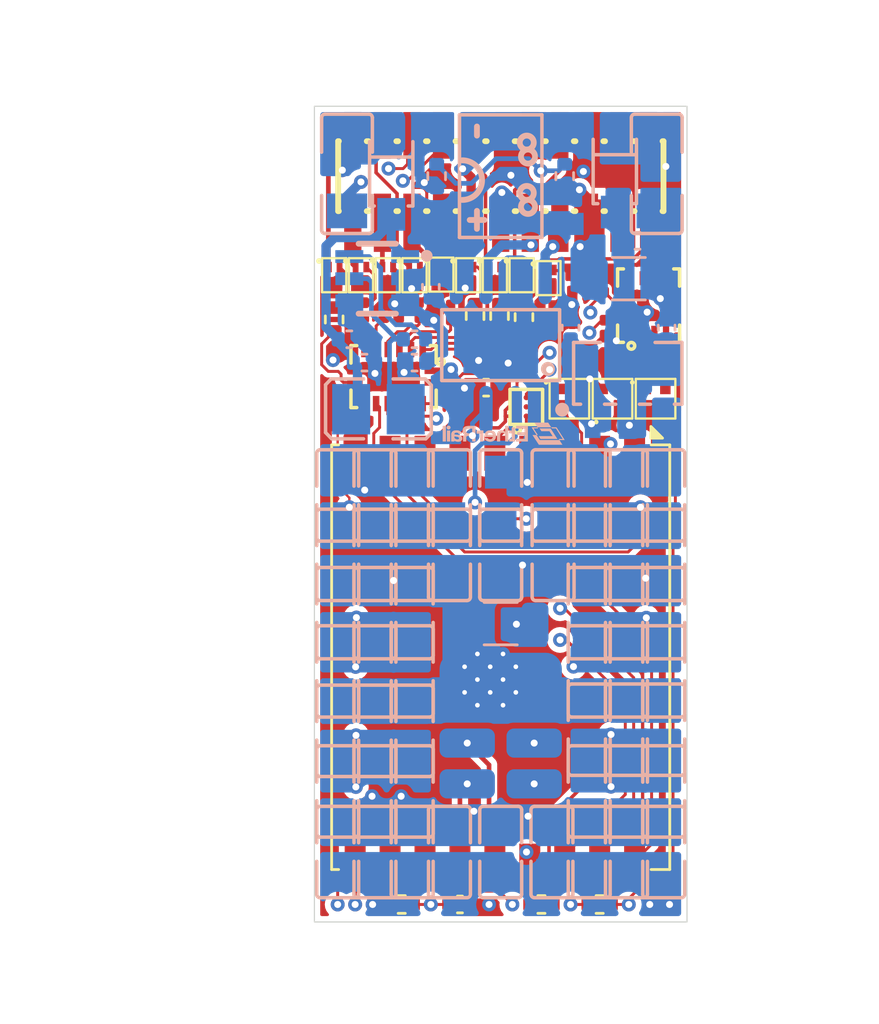
<source format=kicad_pcb>
(kicad_pcb (version 20240108) (generator "pcbnew") (generator_version "8.0")
  (layers (0 "F.Cu" signal) (1 "In1.Cu" signal) (2 "In2.Cu" signal) (3 "In3.Cu" signal) (4 "In4.Cu" signal) (31 "B.Cu" signal) (34 "B.Paste" user) (35 "F.Paste" user) (36 "B.SilkS" user "B.Silkscreen") (37 "F.SilkS" user "F.Silkscreen") (38 "B.Mask" user) (39 "F.Mask" user) (44 "Edge.Cuts" user))
  (net 0 "")
  (net 1 "/MOTOR A")
  (net 2 "/MOTOR B")
  (net 3 "VCC")
  (net 4 "GND")
  (net 5 "/INPUT A")
  (net 6 "/AUX 4")
  (net 7 "/LIGHT BACKWARD")
  (net 8 "/AUX 6")
  (net 9 "/AUX 5")
  (net 10 "/INPUT B")
  (net 11 "/AUX 1")
  (net 12 "/LIGHT FORWARD")
  (net 14 "/SPEAKER B")
  (net 15 "/AUX 7")
  (net 17 "/AUX 3")
  (net 18 "/SPEAKER A")
  (net 19 "/AUX 2")
  (net 21 "/USB +")
  (net 22 "/AUDIO LRCLK")
  (net 23 "/AUDIO DATA")
  (net 24 "/USB -")
  (net 25 "/BOOT")
  (net 26 "+3.3V")
  (net 27 "/INERTIA DATA")
  (net 28 "/AUDIO BCLK")
  (net 29 "/INERTIA CLOCK")
  (net 31 "+5V")
  (net 37 "/SHIFT CLOCK")
  (net 38 "/SHIFT DATA")
  (net 39 "Net-(U12-SW)")
  (net 40 "Net-(U12-BST)")
  (net 41 "/POWER SENSE")
  (net 42 "Net-(Q1-G)")
  (net 43 "/AUX 1 CONTROL")
  (net 44 "/AUX 3 CONTROL")
  (net 45 "/AUX 6 CONTROL")
  (net 46 "/AUX 2 CONTROL")
  (net 47 "/AUX 4 CONTROL")
  (net 48 "/SHIFT LATCH")
  (net 49 "/AUX 5 CONTROL")
  (net 50 "Net-(Q2-G)")
  (net 51 "Net-(Q3-G)")
  (net 52 "/MOTOR CONTROL A")
  (net 53 "Net-(Q4-G)")
  (net 54 "Net-(Q5-G)")
  (net 55 "/MOTOR CONTROL B")
  (net 56 "Net-(Q6-G)")
  (net 57 "Net-(Q7-G)")
  (net 58 "/AUX 7 CONTROL")
  (net 59 "Net-(Q8-G)")
  (net 60 "Net-(Q9-G)")
  (net 61 "/LIGHT FORWARD CONTROL")
  (net 62 "/LIGHT BACKWARD CONTROL")
  (net 63 "Net-(U10-IO8)")
  (net 64 "/STATUS LED IN")
  (net 65 "Net-(U3-DOUT)")
  (net 66 "Net-(U4-DOUT)")
  (net 68 "Net-(U10-EN)")
  (net 69 "Net-(U12-FB)")
  (footprint "Resistor_SMD:R_0402_1005Metric" (layer "F.Cu") (at 9 9.05 90)
    (property "Reference" "R2" (hide yes))
    (property "Value" "270")
  )
  (footprint "easyeda2kicad:LED-SMD_4P-L1.0-W1.0-TL_XL-1010RGBC-WS2812B" (layer "F.Cu") (at 12.8 12.55 90)
    (property "Reference" "U4" (hide yes))
    (property "Value" "XL-1010RGBC-WS2812B")
  )
  (footprint "Resistor_SMD:R_0201_0603Metric" (layer "F.Cu") (at 10.25 8.875 90)
    (property "Reference" "R18" (hide yes))
    (property "Value" "270")
  )
  (footprint "Resistor_SMD:R_0201_0603Metric" (layer "F.Cu") (at 6.05 12.8 -90)
    (property "Reference" "R12" (hide yes))
    (property "Value" "10k")
  )
  (footprint "easyeda2kicad:LED-SMD_4P-L1.0-W1.0-TL_XL-1010RGBC-WS2812B" (layer "F.Cu") (at 10.95 12.55)
    (property "Reference" "U9" (hide yes))
    (property "Value" "XL-1010RGBC-WS2812B")
  )
  (footprint "Capacitor_SMD:C_0201_0603Metric" (layer "F.Cu") (at 11.075 9.65 -90)
    (property "Reference" "C15" (hide yes))
    (property "Value" "100nF")
  )
  (footprint "Resistor_SMD:R_0402_1005Metric" (layer "F.Cu") (at 12.25 34.25)
    (property "Reference" "R13" (hide yes))
    (property "Value" "10k")
  )
  (footprint "Capacitor_SMD:C_0201_0603Metric" (layer "F.Cu") (at 11.1 7.6 90)
    (property "Reference" "C16" (hide yes))
    (property "Value" "100nF")
  )
  (footprint "easyeda2kicad:DFN1006-3L_L1.0-W0.6-BL" (layer "F.Cu") (at 4.3 7.25 -90)
    (property "Reference" "Q4" (hide yes))
    (property "Value" "KY2004KNC")
  )
  (footprint "Capacitor_SMD:C_0201_0603Metric" (layer "F.Cu") (at 7.3 13.2 180)
    (property "Reference" "C12" (hide yes))
    (property "Value" "100nF")
  )
  (footprint "Resistor_SMD:R_0201_0603Metric" (layer "F.Cu") (at 4.5 8.75 90)
    (property "Reference" "R20" (hide yes))
    (property "Value" "270")
  )
  (footprint "easyeda2kicad:DFN1006-3L_L1.0-W0.6-BL" (layer "F.Cu") (at 10.05 7.375 -90)
    (property "Reference" "Q3" (hide yes))
    (property "Value" "KY2004KNC")
  )
  (footprint "Resistor_SMD:R_0201_0603Metric" (layer "F.Cu") (at 12.45 9.5 -90)
    (property "Reference" "R9" (hide yes))
    (property "Value" "2.2k")
  )
  (footprint "Capacitor_SMD:C_0201_0603Metric" (layer "F.Cu") (at 11.15 11.2)
    (property "Reference" "C21" (hide yes))
    (property "Value" "100nF")
  )
  (footprint "easyeda2kicad:DFN1006-3L_L1.0-W0.6-BL" (layer "F.Cu") (at 5.45 7.225 -90)
    (property "Reference" "Q2" (hide yes))
    (property "Value" "KY2004KNC")
  )
  (footprint "Capacitor_SMD:C_0402_1005Metric" (layer "F.Cu") (at 7.375 12.075 180)
    (property "Reference" "C13" (hide yes))
    (property "Value" "10uF")
  )
  (footprint "Capacitor_SMD:C_0402_1005Metric" (layer "F.Cu") (at 6.25 34.25 180)
    (property "Reference" "C22" (hide yes))
    (property "Value" "100nF")
  )
  (footprint "easyeda2kicad:HDR-SMD_22P-P1.27-V-M-R2-C11-LS5.5_1" (layer "F.Cu") (at 8 3 180)
    (property "Reference" "U5" (hide yes))
    (property "Value" "XDZ127-2-11-S-1.0-G1")
  )
  (footprint "easyeda2kicad:DFN1006-3L_L1.0-W0.6-BL" (layer "F.Cu") (at 0.85 7.25 -90)
    (property "Reference" "Q6" (hide yes))
    (property "Value" "KY2004KNC")
  )
  (footprint "easyeda2kicad:DFN1006-3L_L1.0-W0.6-BL" (layer "F.Cu") (at 7.75 7.25 -90)
    (property "Reference" "Q9" (hide yes))
    (property "Value" "KY2004KNC")
  )
  (footprint "Resistor_SMD:R_0201_0603Metric" (layer "F.Cu") (at 2.15 8.75 90)
    (property "Reference" "R14" (hide yes))
    (property "Value" "270")
  )
  (footprint "Capacitor_SMD:C_0201_0603Metric" (layer "F.Cu") (at 12.975 11.1)
    (property "Reference" "C19" (hide yes))
    (property "Value" "100nF")
  )
  (footprint "Resistor_SMD:R_0402_1005Metric" (layer "F.Cu") (at 7.95 9 90)
    (property "Reference" "R4" (hide yes))
    (property "Value" "270")
  )
  (footprint "Resistor_SMD:R_0402_1005Metric" (layer "F.Cu") (at 6.9 9 90)
    (property "Reference" "R1" (hide yes))
    (property "Value" "270")
  )
  (footprint "easyeda2kicad:DFN1006-3L_L1.0-W0.6-BL" (layer "F.Cu") (at 8.9 7.25 -90)
    (property "Reference" "Q8" (hide yes))
    (property "Value" "KY2004KNC")
  )
  (footprint "Resistor_SMD:R_0402_1005Metric" (layer "F.Cu") (at 3.75 34.25 180)
    (property "Reference" "R15" (hide yes))
    (property "Value" "10k")
  )
  (footprint "easyeda2kicad:WLP-9_L1.4-W1.3-P0.40-R3-C3-BR" (layer "F.Cu") (at 9.1 12.9 -90)
    (property "Reference" "U8" (hide yes))
    (property "Value" "MAX98357AEWL+T")
  )
  (footprint "Resistor_SMD:R_0402_1005Metric" (layer "F.Cu") (at 0.85 9.15 90)
    (property "Reference" "R24" (hide yes))
    (property "Value" "270")
  )
  (footprint "Capacitor_SMD:C_0201_0603Metric" (layer "F.Cu") (at 14.75 11.025)
    (property "Reference" "C20" (hide yes))
    (property "Value" "100nF")
  )
  (footprint "easyeda2kicad:DFN1006-3L_L1.0-W0.6-BL" (layer "F.Cu") (at 6.6 7.25 -90)
    (property "Reference" "Q1" (hide yes))
    (property "Value" "KY2004KNC")
  )
  (footprint "Resistor_SMD:R_0201_0603Metric" (layer "F.Cu") (at 3.3 9.1)
    (property "Reference" "R22" (hide yes))
    (property "Value" "270")
  )
  (footprint "easyeda2kicad:DFN1006-3L_L1.0-W0.6-BL" (layer "F.Cu") (at 2 7.25 -90)
    (property "Reference" "Q7" (hide yes))
    (property "Value" "KY2004KNC")
  )
  (footprint "RF_Module:ESP32-C3-WROOM-02U" (layer "F.Cu") (at 7.75 23.64 -90)
    (property "Reference" "U10" (hide yes))
    (property "Value" "ESP32-C3-WROOM-02U")
  )
  (footprint "Resistor_SMD:R_0201_0603Metric" (layer "F.Cu") (at 12.45 7.65 -90)
    (property "Reference" "R10" (hide yes))
    (property "Value" "2.2k")
  )
  (footprint "Resistor_SMD:R_0402_1005Metric" (layer "F.Cu") (at 9.75 34.25)
    (property "Reference" "R11" (hide yes))
    (property "Value" "10k")
  )
  (footprint "Resistor_SMD:R_0201_0603Metric" (layer "F.Cu") (at 5.85 8.85 90)
    (property "Reference" "R3" (hide yes))
    (property "Value" "270")
  )
  (footprint "easyeda2kicad:LED-SMD_4P-L1.0-W1.0-TL_XL-1010RGBC-WS2812B" (layer "F.Cu") (at 14.65 12.55)
    (property "Reference" "U3" (hide yes))
    (property "Value" "XL-1010RGBC-WS2812B")
  )
  (footprint "easyeda2kicad:LGA-14_L3.0-W2.5-P0.50-BR" (layer "F.Cu") (at 14.35 8.55 -90)
    (property "Reference" "U6" (hide yes))
    (property "Value" "BMI270")
  )
  (footprint "easyeda2kicad:DQFN-16_L3.5-W2.5-P0.50-BL-EP" (layer "F.Cu") (at 3.4 11.6 180)
    (property "Reference" "U2" (hide yes))
    (property "Value" "SN74HCS595BQBR")
  )
  (footprint "easyeda2kicad:DFN1006-3L_L1.0-W0.6-BL" (layer "F.Cu") (at 3.15 7.25 -90)
    (property "Reference" "Q5" (hide yes))
    (property "Value" "KY2004KNC")
  )
  (footprint "easyeda2kicad:C0805" (layer "B.Cu") (at 4.2 26.8 -90)
    (property "Reference" "C9" (hide yes))
    (property "Value" "CL21A476MQYNNNE")
  )
  (footprint "easyeda2kicad:C0805" (layer "B.Cu") (at 13.4 26.75 -90)
    (property "Reference" "C23" (hide yes))
    (property "Value" "CL21A476MQYNNNE")
  )
  (footprint "easyeda2kicad:C0805" (layer "B.Cu") (at 15 26.75 -90)
    (property "Reference" "C29" (hide yes))
    (property "Value" "CL21A476MQYNNNE")
  )
  (footprint "easyeda2kicad:C0805" (layer "B.Cu") (at 11.8 19.25 90)
    (property "Reference" "C47" (hide yes))
    (property "Value" "CL21A476MQYNNNE")
  )
  (footprint "easyeda2kicad:C0805" (layer "B.Cu") (at 13.4 24.25 90)
    (property "Reference" "C32" (hide yes))
    (property "Value" "CL21A476MQYNNNE")
  )
  (footprint "easyeda2kicad:C0805" (layer "B.Cu") (at 13.4 16.7 -90)
    (property "Reference" "C52" (hide yes))
    (property "Value" "CL21A476MQYNNNE")
  )
  (footprint "easyeda2kicad:C0805" (layer "B.Cu") (at 1 19.25 90)
    (property "Reference" "C58" (hide yes))
    (property "Value" "CL21A476MQYNNNE")
  )
  (footprint "easyeda2kicad:C0805" (layer "B.Cu") (at 10.25 16.7 -90)
    (property "Reference" "C35" (hide yes))
    (property "Value" "CL21A476MQYNNNE")
  )
  (footprint "Capacitor_SMD:C_0402_1005Metric" (layer "B.Cu") (at 2.15 11 180)
    (property "Reference" "C5" (hide yes))
    (property "Value" "22uF")
  )
  (footprint "easyeda2kicad:SOD-123FL_L2.7-W1.8-LS3.8-RD" (layer "B.Cu") (at 12.9 2.8 -90)
    (property "Reference" "U11" (hide yes))
    (property "Value" "S-LMBR340FT1G")
  )
  (footprint "easyeda2kicad:C0805" (layer "B.Cu") (at 15 19.25 90)
    (property "Reference" "C41" (hide yes))
    (property "Value" "CL21A476MQYNNNE")
  )
  (footprint "easyeda2kicad:C0805" (layer "B.Cu") (at 11.8 32 -90)
    (property "Reference" "C70" (hide yes))
    (property "Value" "CL21A476MQYNNNE")
  )
  (footprint "easyeda2kicad:C0805" (layer "B.Cu") (at 13.4 29.4 90)
    (property "Reference" "C8" (hide yes))
    (property "Value" "CL21A476MQYNNNE")
  )
  (footprint "easyeda2kicad:C0805" (layer "B.Cu") (at 1 32 -90)
    (property "Reference" "C62" (hide yes))
    (property "Value" "CL21A476MQYNNNE")
  )
  (footprint "Connector_Pin:DebugPad" (layer "B.Cu") (at 9.125 27.95 180)
    (property "Reference" "J1" (hide yes))
    (property "Value" "Conn_01x05_Pin")
  )
  (footprint "easyeda2kicad:C0805" (layer "B.Cu") (at 15 29.4 90)
    (property "Reference" "C7" (hide yes))
    (property "Value" "CL21A476MQYNNNE")
  )
  (footprint "easyeda2kicad:C0805" (layer "B.Cu") (at 11.8 24.25 90)
    (property "Reference" "C36" (hide yes))
    (property "Value" "CL21A476MQYNNNE")
  )
  (footprint "Capacitor_SMD:C_1206_3216Metric" (layer "B.Cu") (at 13.5 7.4 180)
    (property "Reference" "C18" (hide yes))
    (property "Value" "47uF 25V")
  )
  (footprint "easyeda2kicad:C0805" (layer "B.Cu") (at 4.2 16.7 -90)
    (property "Reference" "C57" (hide yes))
    (property "Value" "CL21A476MQYNNNE")
  )
  (footprint "easyeda2kicad:C0805" (layer "B.Cu") (at 1 16.7 -90)
    (property "Reference" "C55" (hide yes))
    (property "Value" "CL21A476MQYNNNE")
  )
  (footprint "easyeda2kicad:C0805" (layer "B.Cu") (at 13.4 19.25 90)
    (property "Reference" "C46" (hide yes))
    (property "Value" "CL21A476MQYNNNE")
  )
  (footprint "Capacitor_SMD:C_0402_1005Metric" (layer "B.Cu") (at 13.875 5.775 180)
    (property "Reference" "C26" (hide yes))
    (property "Value" "10nF 5V")
  )
  (footprint "easyeda2kicad:C0805" (layer "B.Cu") (at 1 21.75 -90)
    (property "Reference" "C37" (hide yes))
    (property "Value" "CL21A476MQYNNNE")
  )
  (footprint "easyeda2kicad:C0805" (layer "B.Cu") (at 8 16.7 -90)
    (property "Reference" "C39" (hide yes))
    (property "Value" "CL21A476MQYNNNE")
  )
  (footprint "easyeda2kicad:C0805" (layer "B.Cu") (at 13.4 32 -90)
    (property "Reference" "C71" (hide yes))
    (property "Value" "CL21A476MQYNNNE")
  )
  (footprint "easyeda2kicad:C0805" (layer "B.Cu") (at 8 19.25 90)
    (property "Reference" "C49" (hide yes))
    (property "Value" "CL21A476MQYNNNE")
  )
  (footprint "easyeda2kicad:C0805" (layer "B.Cu") (at 2.6 26.8 -90)
    (property "Reference" "C25" (hide yes))
    (property "Value" "CL21A476MQYNNNE")
  )
  (footprint "Capacitor_SMD:C_0402_1005Metric" (layer "B.Cu") (at 5 7.75 90)
    (property "Reference" "C17" (hide yes))
    (property "Value" "100nF 25V")
  )
  (footprint "easyeda2kicad:C0805" (layer "B.Cu") (at 2.6 21.75 -90)
    (property "Reference" "C38" (hide yes))
    (property "Value" "CL21A476MQYNNNE")
  )
  (footprint "easyeda2kicad:C1206" (layer "B.Cu") (at 14.7 2.9 90)
    (property "Reference" "C1" (hide yes))
    (property "Value" "CL31A476MPHNNNE")
  )
  (footprint "easyeda2kicad:ABS_L5.1-W4.4-P3.35-LS6.4-BL" (layer "B.Cu") (at 8 3 -90)
    (property "Reference" "D1" (hide yes))
    (property "Value" "ABS210_C525748")
  )
  (footprint "easyeda2kicad:L1008" (layer "B.Cu") (at 2.75 13 180)
    (property "Reference" "U13" (hide yes))
    (property "Value" "TMS252012ALM-4R7MTAA")
  )
  (footprint "easyeda2kicad:C0805" (layer "B.Cu") (at 5.8 16.7 -90)
    (property "Reference" "C40" (hide yes))
    (property "Value" "CL21A476MQYNNNE")
  )
  (footprint "easyeda2kicad:C0805" (layer "B.Cu") (at 15 16.7 -90)
    (property "Reference" "C51" (hide yes))
    (property "Value" "CL21A476MQYNNNE")
  )
  (footprint "easyeda2kicad:SOT-89-3_L4.5-W2.5-P1.50-LS4.1-BR-1" (layer "B.Cu") (at 13.45 12.085 -90)
    (property "Reference" "U7" (hide yes))
    (property "Value" "AMS1117-3.3_C20628883")
  )
  (footprint "Resistor_SMD:R_0402_1005Metric" (layer "B.Cu") (at 5.25 3 -90)
    (property "Reference" "R7" (hide yes))
    (property "Value" "15k")
  )
  (footprint "easyeda2kicad:C0805" (layer "B.Cu") (at 4.2 21.75 -90)
    (property "Reference" "C34" (hide yes))
    (property "Value" "CL21A476MQYNNNE")
  )
  (footprint "easyeda2kicad:C0805" (layer "B.Cu") (at 2.6 29.4 90)
    (property "Reference" "C66" (hide yes))
    (property "Value" "CL21A476MQYNNNE")
  )
  (footprint "easyeda2kicad:C0805" (layer "B.Cu") (at 11.8 16.7 -90)
    (property "Reference" "C53" (hide yes))
    (property "Value" "CL21A476MQYNNNE")
  )
  (footprint "easyeda2kicad:C0805" (layer "B.Cu") (at 15 32 -90)
    (property "Reference" "C68" (hide yes))
    (property "Value" "CL21A476MQYNNNE")
  )
  (footprint "easyeda2kicad:C0805" (layer "B.Cu") (at 5.8 32 -90)
    (property "Reference" "C61" (hide yes))
    (property "Value" "CL21A476MQYNNNE")
  )
  (footprint "easyeda2kicad:SOD-123FL_L2.7-W1.8-LS3.8-RD" (layer "B.Cu") (at 3.3 2.9 -90)
    (property "Reference" "U14" (hide yes))
    (property "Value" "S-LMBR340FT1G")
  )
  (footprint "easyeda2kicad:C0805" (layer "B.Cu") (at 2.6 16.7 -90)
    (property "Reference" "C56" (hide yes))
    (property "Value" "CL21A476MQYNNNE")
  )
  (footprint "easyeda2kicad:C0805" (layer "B.Cu") (at 10.2 32 -90)
    (property "Reference" "C63" (hide yes))
    (property "Value" "CL21A476MQYNNNE")
  )
  (footprint "easyeda2kicad:C0805" (layer "B.Cu") (at 2.6 19.25 90)
    (property "Reference" "C43" (hide yes))
    (property "Value" "CL21A476MQYNNNE")
  )
  (footprint "easyeda2kicad:C0805" (layer "B.Cu") (at 15 21.75 -90)
    (property "Reference" "C44" (hide yes))
    (property "Value" "CL21A476MQYNNNE")
  )
  (footprint "easyeda2kicad:C0805" (layer "B.Cu") (at 4.2 19.25 90)
    (property "Reference" "C50" (hide yes))
    (property "Value" "CL21A476MQYNNNE")
  )
  (footprint "easyeda2kicad:C0805" (layer "B.Cu") (at 15 24.25 90)
    (property "Reference" "C27" (hide yes))
    (property "Value" "CL21A476MQYNNNE")
  )
  (footprint "easyeda2kicad:C0805" (layer "B.Cu") (at 8 32 -90)
    (property "Reference" "C60" (hide yes))
    (property "Value" "CL21A476MQYNNNE")
  )
  (footprint "easyeda2kicad:C0805" (layer "B.Cu") (at 11.8 26.75 -90)
    (property "Reference" "C24" (hide yes))
    (property "Value" "CL21A476MQYNNNE")
  )
  (footprint "easyeda2kicad:C0805" (layer "B.Cu") (at 10.25 19.25 90)
    (property "Reference" "C48" (hide yes))
    (property "Value" "CL21A476MQYNNNE")
  )
  (footprint "easyeda2kicad:C0805" (layer "B.Cu") (at 2.6 24.25 90)
    (property "Reference" "C28" (hide yes))
    (property "Value" "CL21A476MQYNNNE")
  )
  (footprint "easyeda2kicad:C0805" (layer "B.Cu") (at 11.8 29.4 90)
    (property "Reference" "C31" (hide yes))
    (property "Value" "CL21A476MQYNNNE")
  )
  (footprint "easyeda2kicad:C0805" (layer "B.Cu") (at 13.4 21.75 -90)
    (property "Reference" "C45" (hide yes))
    (property "Value" "CL21A476MQYNNNE")
  )
  (footprint "easyeda2kicad:C0805" (layer "B.Cu") (at 5.8 19.25 90)
    (property "Reference" "C54" (hide yes))
    (property "Value" "CL21A476MQYNNNE")
  )
  (footprint "easyeda2kicad:C1206" (layer "B.Cu") (at 1.4 2.9 90)
    (property "Reference" "C6" (hide yes))
    (property "Value" "CL31A476MPHNNNE")
  )
  (footprint "easyeda2kicad:HSOP-8_L5.0-W4.0-P1.27-LS6.2-BL-EP" (layer "B.Cu") (at 8 10.25 180)
    (property "Reference" "U1" (hide yes))
    (property "Value" "DRV8870DDAR")
  )
  (footprint "easyeda2kicad:C0805" (layer "B.Cu") (at 1 29.4 90)
    (property "Reference" "C67" (hide yes))
    (property "Value" "CL21A476MQYNNNE")
  )
  (footprint "easyeda2kicad:C0805" (layer "B.Cu") (at 4.2 24.25 90)
    (property "Reference" "C33" (hide yes))
    (property "Value" "CL21A476MQYNNNE")
  )
  (footprint "Capacitor_SMD:C_1206_3216Metric" (layer "B.Cu") (at 8 22.2)
    (property "Reference" "C59" (hide yes))
    (property "Value" "47uF 25V")
  )
  (footprint "easyeda2kicad:C0805" (layer "B.Cu") (at 1 26.8 -90)
    (property "Reference" "C30" (hide yes))
    (property "Value" "CL21A476MQYNNNE")
  )
  (footprint "easyeda2kicad:C0805" (layer "B.Cu") (at 4.2 32 -90)
    (property "Reference" "C65" (hide yes))
    (property "Value" "CL21A476MQYNNNE")
  )
  (footprint "Capacitor_SMD:C_0402_1005Metric" (layer "B.Cu") (at 4.3 10 180)
    (property "Reference" "C2" (hide yes))
    (property "Value" "100nF")
  )
  (footprint "Resistor_SMD:R_0402_1005Metric" (layer "B.Cu") (at 10.75 3 90)
    (property "Reference" "R6" (hide yes))
    (property "Value" "100k")
  )
  (footprint "easyeda2kicad:TSOT-23-6_L2.9-W1.6-P0.95-LS2.8-BL" (layer "B.Cu") (at 2.7 7.4 -90)
    (property "Reference" "U12" (hide yes))
    (property "Value" "AP63205WU-7")
  )
  (footprint "easyeda2kicad:C0805" (layer "B.Cu") (at 4.2 29.4 90)
    (property "Reference" "C69" (hide yes))
    (property "Value" "CL21A476MQYNNNE")
  )
  (footprint "easyeda2kicad:C0805" (layer "B.Cu") (at 11.8 21.75 -90)
    (property "Reference" "C42" (hide yes))
    (property "Value" "CL21A476MQYNNNE")
  )
  (footprint "Capacitor_SMD:C_0402_1005Metric" (layer "B.Cu") (at 15.125 9.5 -90)
    (property "Reference" "C14" (hide yes))
    (property "Value" "10uF 5V")
  )
  (footprint "easyeda2kicad:C0805" (layer "B.Cu") (at 2.6 32 -90)
    (property "Reference" "C64" (hide yes))
    (property "Value" "CL21A476MQYNNNE")
  )
  (footprint "easyeda2kicad:C0805" (layer "B.Cu") (at 1 24.25 90)
    (property "Reference" "C4" (hide yes))
    (property "Value" "CL21A476MQYNNNE")
  )
  (footprint "Capacitor_SMD:C_0402_1005Metric" (layer "B.Cu") (at 11 9.5 -90)
    (property "Reference" "C11" (hide yes))
    (property "Value" "10uF 5V")
  )
  (footprint "Capacitor_SMD:C_0402_1005Metric" (layer "B.Cu") (at 4.3 11)
    (property "Reference" "C3" (hide yes))
    (property "Value" "10uF")
  )
  (footprint "Capacitor_SMD:C_0402_1005Metric" (layer "B.Cu") (at 1.5 10 180)
    (property "Reference" "C10" (hide yes))
    (property "Value" "22uF")
  )
  (gr_poly (pts (xy 6.087604 13.906781) (xy 6.074491 13.907307) (xy 6.061796 13.908184) (xy 6.04952 13.909413) (xy 6.037662 13.910993) (xy 6.026223 13.912926) (xy 6.015201 13.91521) (xy 6.004597 13.917847) (xy 5.99441 13.920837) (xy 5.984639 13.924181) (xy 5.975285 13.927878) (xy 5.966348 13.931928) (xy 5.957825 13.936333) (xy 5.949719 13.941092) (xy 5.942027 13.946206) (xy 5.934751 13.951675) (xy 5.927901 13.957421) (xy 5.921491 13.963443) (xy 5.915522 13.969741) (xy 5.909992 13.976314) (xy 5.904903 13.983163) (xy 5.900255 13.990286) (xy 5.896049 13.997684) (xy 5.892283 14.005356) (xy 5.88896 14.013302) (xy 5.886079 14.021522) (xy 5.88364 14.030014) (xy 5.881644 14.03878) (xy 5.880091 14.047818) (xy 5.878981 14.057128) (xy 5.878315 14.06671) (xy 5.878093 14.076564) (xy 5.878093 14.084787) (xy 5.877665 14.130904) (xy 5.877665 14.383237) (xy 6.008887 14.383237) (xy 6.008887 14.34174) (xy 6.01595 14.34805) (xy 6.023399 14.353952) (xy 6.031233 14.359445) (xy 6.039454 14.364528) (xy 6.048061 14.369204) (xy 6.057055 14.373471) (xy 6.066435 14.37733) (xy 6.076204 14.380782) (xy 6.086359 14.383827) (xy 6.096903 14.386464) (xy 6.107834 14.388696) (xy 6.119154 14.39052) (xy 6.130862 14.391939) (xy 6.142959 14.392952) (xy 6.155445 14.393559) (xy 6.16832 14.393762) (xy 6.179557 14.393607) (xy 6.190438 14.393141) (xy 6.200963 14.392365) (xy 6.211132 14.39128) (xy 6.220943 14.389887) (xy 6.230397 14.388186) (xy 6.239494 14.386177) (xy 6.248233 14.383862) (xy 6.256613 14.381241) (xy 6.264636 14.378314) (xy 6.272299 14.375083) (xy 6.279604 14.371547) (xy 6.286549 14.367708) (xy 6.293135 14.363566) (xy 6.299361 14.359122) (xy 6.305226 14.354376) (xy 6.310773 14.349359) (xy 6.315959 14.34418) (xy 6.320786 14.338837) (xy 6.325253 14.333333) (xy 6.329361 14.327666) (xy 6.333109 14.321839) (xy 6.3365 14.31585) (xy 6.339532 14.3097) (xy 6.342206 14.30339) (xy 6.344522 14.29692) (xy 6.346481 14.29029) (xy 6.348084 14.283501) (xy 6.349329 14.276553) (xy 6.350219 14.269447) (xy 6.350752 14.262183) (xy 6.35093 14.25476) (xy 6.35082 14.251585) (xy 6.214024 14.251585) (xy 6.213948 14.254156) (xy 6.213852 14.255413) (xy 6.213718 14.256652) (xy 6.213546 14.257873) (xy 6.213336 14.259075) (xy 6.213087 14.260258) (xy 6.2128 14.261423) (xy 6.212475 14.262569) (xy 6.212112 14.263697) (xy 6.211711 14.264806) (xy 6.211271 14.265897) (xy 6.210793 14.266969) (xy 6.210276 14.268022) (xy 6.209722 14.269057) (xy 6.209129 14.270074) (xy 6.208498 14.271072) (xy 6.207828 14.272051) (xy 6.20712 14.273012) (xy 6.206374 14.273954) (xy 6.20559 14.274878) (xy 6.204767 14.275783) (xy 6.203906 14.276669) (xy 6.203007 14.277537) (xy 6.20207 14.278387) (xy 6.201094 14.279218) (xy 6.199027 14.280823) (xy 6.196808 14.282355) (xy 6.194435 14.283812) (xy 6.191912 14.285195) (xy 6.189314 14.286498) (xy 6.186639 14.287722) (xy 6.183888 14.288866) (xy 6.181058 14.289929) (xy 6.17815 14.290912) (xy 6.175162 14.291814) (xy 6.172092 14.292634) (xy 6.168942 14.293373) (xy 6.165708 14.294031) (xy 6.162392 14.294606) (xy 6.158991 14.295099) (xy 6.155504 14.295509) (xy 6.151931 14.295837) (xy 6.148272 14.296081) (xy 6.144524 14.296242) (xy 6.140523 14.296242) (xy 6.134583 14.296136) (xy 6.128688 14.295818) (xy 6.122836 14.295289) (xy 6.117029 14.294548) (xy 6.111266 14.293597) (xy 6.105548 14.292434) (xy 6.099873 14.291062) (xy 6.094243 14.289479) (xy 6.088657 14.287686) (xy 6.083116 14.285684) (xy 6.077619 14.283473) (xy 6.072166 14.281052) (xy 6.066757 14.278423) (xy 6.061393 14.275586) (xy 6.056073 14.27254) (xy 6.050797 14.269286) (xy 6.045712 14.265842) (xy 6.040956 14.262226) (xy 6.036531 14.258438) (xy 6.032435 14.254478) (xy 6.028668 14.250347) (xy 6.02523 14.246044) (xy 6.022121 14.241571) (xy 6.019341 14.236927) (xy 6.016889 14.232113) (xy 6.014764 14.227129) (xy 6.012967 14.221975) (xy 6.011498 14.216652) (xy 6.010355 14.21116) (xy 6.00954 14.2055) (xy 6.00905 14.199671) (xy 6.008887 14.193673) (xy 6.008887 14.166718) (xy 6.028589 14.168289) (xy 6.046297 14.169845) (xy 6.061993 14.171366) (xy 6.075658 14.17283) (xy 6.082171 14.173695) (xy 6.089075 14.174723) (xy 6.096365 14.175914) (xy 6.104034 14.177271) (xy 6.112079 14.178796) (xy 6.120494 14.180491) (xy 6.129273 14.182359) (xy 6.138412 14.184402) (xy 6.143001 14.185464) (xy 6.147448 14.186595) (xy 6.151752 14.187795) (xy 6.155914 14.189064) (xy 6.159934 14.190402) (xy 6.163812 14.191809) (xy 6.167548 14.193285) (xy 6.171144 14.19483) (xy 6.174598 14.196445) (xy 6.177912 14.198128) (xy 6.181086 14.19988) (xy 6.18412 14.201701) (xy 6.187015 14.203592) (xy 6.18977 14.205551) (xy 6.192386 14.207579) (xy 6.194863 14.209675) (xy 6.197195 14.211842) (xy 6.199374 14.214071) (xy 6.2014 14.216363) (xy 6.203275 14.218717) (xy 6.204998 14.221133) (xy 6.20657 14.22361) (xy 6.20799 14.226147) (xy 6.20926 14.228743) (xy 6.210379 14.231399) (xy 6.211348 14.234113) (xy 6.212167 14.236884) (xy 6.212836 14.239713) (xy 6.213356 14.242598) (xy 6.213728 14.245539) (xy 6.21395 14.248535) (xy 6.214024 14.251585) (xy 6.35082 14.251585) (xy 6.350605 14.245317) (xy 6.349629 14.236139) (xy 6.348003 14.227229) (xy 6.345727 14.218585) (xy 6.342801 14.210207) (xy 6.339224 14.202097) (xy 6.334998 14.194252) (xy 6.330121 14.186675) (xy 6.324594 14.179364) (xy 6.318418 14.172319) (xy 6.304114 14.15903) (xy 6.287211 14.146807) (xy 6.267709 14.13565) (xy 6.245608 14.12556) (xy 6.220908 14.116536) (xy 6.19361 14.108579) (xy 6.163715 14.101688) (xy 6.131221 14.095863) (xy 6.09613 14.091105) (xy 6.058443 14.087413) (xy 6.018158 14.084787) (xy 6.008887 14.084787) (xy 6.008887 14.077627) (xy 6.008978 14.073156) (xy 6.00925 14.068827) (xy 6.009704 14.06464) (xy 6.010339 14.060595) (xy 6.011156 14.056691) (xy 6.012155 14.05293) (xy 6.013336 14.049311) (xy 6.014698 14.045834) (xy 6.016243 14.042499) (xy 6.01797 14.039306) (xy 6.019878 14.036255) (xy 6.02197 14.033345) (xy 6.024243 14.030578) (xy 6.026699 14.027953) (xy 6.029337 14.02547) (xy 6.032158 14.023128) (xy 6.035161 14.020929) (xy 6.038348 14.018872) (xy 6.041717 14.016956) (xy 6.045269 14.015182) (xy 6.049004 14.013551) (xy 6.052921 14.012061) (xy 6.057022 14.010713) (xy 6.061307 14.009507) (xy 6.070425 14.007521) (xy 6.080277 14.006102) (xy 6.090863 14.005251) (xy 6.102185 14.004967) (xy 6.10702 14.005017) (xy 6.111725 14.005164) (xy 6.116301 14.00541) (xy 6.120746 14.005753) (xy 6.12506 14.006194) (xy 6.129242 14.006731) (xy 6.133292 14.007366) (xy 6.137209 14.008097) (xy 6.140992 14.008924) (xy 6.144641 14.009847) (xy 6.148156 14.010866) (xy 6.151535 14.011979) (xy 6.154778 14.013188) (xy 6.157884 14.014492) (xy 6.160853 14.01589) (xy 6.163685 14.017382) (xy 6.166412 14.018926) (xy 6.168987 14.020474) (xy 6.17141 14.022025) (xy 6.17368 14.023579) (xy 6.175799 14.025135) (xy 6.177766 14.026693) (xy 6.179583 14.028252) (xy 6.181248 14.029812) (xy 6.182763 14.031371) (xy 6.184128 14.03293) (xy 6.185343 14.034488) (xy 6.186408 14.036045) (xy 6.187324 14.037599) (xy 6.188091 14.03915) (xy 6.188419 14.039924) (xy 6.188709 14.040698) (xy 6.188963 14.04147) (xy 6.189179 14.042242) (xy 6.192339 14.054672) (xy 6.327975 14.054672) (xy 6.327945 14.053103) (xy 6.327856 14.051401) (xy 6.327707 14.04957) (xy 6.327499 14.047616) (xy 6.327231 14.045542) (xy 6.326903 14.043354) (xy 6.326516 14.041056) (xy 6.32607 14.038654) (xy 6.325344 14.035961) (xy 6.324264 14.032776) (xy 6.322832 14.029102) (xy 6.321051 14.024942) (xy 6.318925 14.020298) (xy 6.316455 14.015174) (xy 6.313644 14.00957) (xy 6.310496 14.003491) (xy 6.308765 14.000316) (xy 6.306969 13.99719) (xy 6.30511 13.994113) (xy 6.303186 13.991084) (xy 6.301198 13.988104) (xy 6.299147 13.985172) (xy 6.297031 13.982287) (xy 6.294852 13.97945) (xy 6.292608 13.97666) (xy 6.2903 13.973917) (xy 6.287929 13.97122) (xy 6.285493 13.968569) (xy 6.282994 13.965964) (xy 6.28043 13.963405) (xy 6.277802 13.960891) (xy 6.275111 13.958422) (xy 6.272293 13.955951) (xy 6.269292 13.953513) (xy 6.266108 13.95111) (xy 6.262739 13.948738) (xy 6.259186 13.946399) (xy 6.255447 13.944092) (xy 6.251521 13.941815) (xy 6.247409 13.939568) (xy 6.243109 13.937351) (xy 6.238622 13.935163) (xy 6.229079 13.930872) (xy 6.218775 13.926688) (xy 6.207706 13.922608) (xy 6.201959 13.920657) (xy 6.196089 13.918835) (xy 6.190096 13.91714) (xy 6.18398 13.915574) (xy 6.171382 13.912822) (xy 6.158297 13.910577) (xy 6.144728 13.908835) (xy 6.130676 13.907595) (xy 6.116145 13.906853) (xy 6.101137 13.906606)) (stroke (width -0.000001)) (fill solid) (layer "B.SilkS"))
  (gr_poly (pts (xy 7.120739 14.383232) (xy 7.254486 14.383232) (xy 7.254486 13.91692) (xy 7.120739 13.91692)) (stroke (width -0.000001)) (fill solid) (layer "B.SilkS"))
  (gr_poly (pts (xy 5.877671 14.130916) (xy 5.878099 14.084784) (xy 5.877671 14.084784)) (stroke (width -0.000001)) (fill solid) (layer "B.SilkS"))
  (gr_poly (pts (xy 5.513094 14.383232) (xy 5.645777 14.383232) (xy 5.645777 13.716831) (xy 5.513094 13.716831)) (stroke (width -0.000001)) (fill solid) (layer "B.SilkS"))
  (gr_poly (pts (xy 8.191511 13.97379) (xy 8.185507 13.965754) (xy 8.179182 13.958231) (xy 8.172536 13.95122) (xy 8.165567 13.944722) (xy 8.158276 13.938735) (xy 8.150662 13.933261) (xy 8.142726 13.928298) (xy 8.134466 13.923846) (xy 8.125883 13.919905) (xy 8.116976 13.916475) (xy 8.107744 13.913556) (xy 8.098189 13.911146) (xy 8.088309 13.909247) (xy 8.078103 13.907858) (xy 8.067573 13.906978) (xy 8.056716 13.906607) (xy 8.048509 13.906607) (xy 8.034515 13.906839) (xy 8.02105 13.907535) (xy 8.008113 13.908695) (xy 7.995704 13.910319) (xy 7.983821 13.912407) (xy 7.972466 13.914959) (xy 7.961637 13.917975) (xy 7.951334 13.921455) (xy 7.941557 13.925398) (xy 7.932305 13.929806) (xy 7.923578 13.934678) (xy 7.915376 13.940013) (xy 7.911472 13.942855) (xy 7.907698 13.945813) (xy 7.904056 13.948887) (xy 7.900544 13.952077) (xy 7.897164 13.955382) (xy 7.893914 13.958804) (xy 7.890795 13.962342) (xy 7.887806 13.965996) (xy 7.882143 13.973668) (xy 7.876846 13.981755) (xy 7.871914 13.990257) (xy 7.867348 13.999174) (xy 7.863147 14.008506) (xy 7.859312 14.018255) (xy 7.855843 14.028419) (xy 7.852738 14.039001) (xy 7.85 14.05) (xy 7.847626 14.061416) (xy 7.845618 14.07325) (xy 7.843975 14.085502) (xy 7.842697 14.098173) (xy 7.841784 14.111262) (xy 7.841237 14.124771) (xy 7.841054 14.1387) (xy 7.841054 14.383223) (xy 7.974785 14.383223) (xy 7.974785 14.1387) (xy 7.974877 14.130983) (xy 7.975151 14.123509) (xy 7.975607 14.116278) (xy 7.976247 14.10929) (xy 7.977068 14.102545) (xy 7.978072 14.096044) (xy 7.979259 14.089785) (xy 7.980628 14.08377) (xy 7.982179 14.077998) (xy 7.983913 14.072469) (xy 7.985829 14.067183) (xy 7.987927 14.06214) (xy 7.990208 14.057341) (xy 7.99267 14.052784) (xy 7.995315 14.048471) (xy 7.998142 14.0444) (xy 8.00115 14.040573) (xy 8.004341 14.036989) (xy 8.007714 14.033648) (xy 8.011269 14.03055) (xy 8.015005 14.027695) (xy 8.018923 14.025083) (xy 8.023024 14.022715) (xy 8.027305 14.020589) (xy 8.031769 14.018707) (xy 8.036414 14.017067) (xy 8.041241 14.015671) (xy 8.04625 14.014518) (xy 8.05144 14.013607) (xy 8.056811 14.01294) (xy 8.062364 14.012516) (xy 8.068099 14.012335) (xy 8.071258 14.012335) (xy 8.078905 14.012493) (xy 8.086291 14.012968) (xy 8.093417 14.013759) (xy 8.100282 14.014869) (xy 8.106887 14.016297) (xy 8.113233 14.018044) (xy 8.119319 14.02011) (xy 8.125145 14.022497) (xy 8.127962 14.023811) (xy 8.130713 14.025205) (xy 8.1334 14.026679) (xy 8.136022 14.028234) (xy 8.13858 14.029869) (xy 8.141073 14.031585) (xy 8.143501 14.033382) (xy 8.145865 14.03526) (xy 8.148165 14.037218) (xy 8.1504 14.039257) (xy 8.152571 14.041378) (xy 8.154677 14.043579) (xy 8.156719 14.045862) (xy 8.158697 14.048225) (xy 8.16061 14.050671) (xy 8.162459 14.053197) (xy 8.165977 14.058462) (xy 8.169268 14.063995) (xy 8.172332 14.069797) (xy 8.175169 14.075867) (xy 8.177779 14.082206) (xy 8.180163 14.088815) (xy 8.182319 14.095695) (xy 8.184248 14.102846) (xy 8.18595 14.110269) (xy 8.187425 14.117964) (xy 8.188674 14.125931) (xy 8.189695 14.134172) (xy 8.190489 14.142686) (xy 8.191057 14.151475) (xy 8.191397 14.160539) (xy 8.191511 14.169878) (xy 8.191511 14.383223) (xy 8.325258 14.383223) (xy 8.325258 13.716838) (xy 8.191511 13.716838)) (stroke (width -0.000001)) (fill solid) (layer "B.SilkS"))
  (gr_poly (pts (xy 5.695278 14.383232) (xy 5.827962 14.383232) (xy 5.827962 13.91692) (xy 5.695278 13.91692)) (stroke (width -0.000001)) (fill solid) (layer "B.SilkS"))
  (gr_poly (pts (xy 5.758444 13.705556) (xy 5.7543 13.705831) (xy 5.750235 13.70629) (xy 5.74625 13.706933) (xy 5.742344 13.707761) (xy 5.738519 13.708775) (xy 5.734774 13.709975) (xy 5.73111 13.711362) (xy 5.727528 13.712937) (xy 5.724027 13.7147) (xy 5.720608 13.716652) (xy 5.717271 13.718792) (xy 5.714017 13.721123) (xy 5.710847 13.723645) (xy 5.707759 13.726357) (xy 5.704756 13.729261) (xy 5.701851 13.732265) (xy 5.699139 13.735353) (xy 5.696618 13.738525) (xy 5.694287 13.741781) (xy 5.692146 13.745121) (xy 5.690194 13.748544) (xy 5.688431 13.752052) (xy 5.686857 13.755644) (xy 5.68547 13.759319) (xy 5.684269 13.763079) (xy 5.683255 13.766922) (xy 5.682427 13.770849) (xy 5.681784 13.77486) (xy 5.681325 13.778955) (xy 5.681051 13.783134) (xy 5.680959 13.787396) (xy 5.681051 13.791503) (xy 5.681325 13.795531) (xy 5.681784 13.799481) (xy 5.682427 13.803353) (xy 5.683255 13.807147) (xy 5.684269 13.810864) (xy 5.68547 13.814504) (xy 5.686857 13.818066) (xy 5.688431 13.821552) (xy 5.690194 13.824962) (xy 5.692146 13.828295) (xy 5.694287 13.831553) (xy 5.696618 13.834735) (xy 5.699139 13.837842) (xy 5.701851 13.840874) (xy 5.704756 13.843831) (xy 5.707759 13.846663) (xy 5.710847 13.849312) (xy 5.714017 13.851778) (xy 5.717271 13.854062) (xy 5.720608 13.856163) (xy 5.724027 13.858081) (xy 5.727528 13.859816) (xy 5.73111 13.861369) (xy 5.734774 13.862739) (xy 5.738519 13.863927) (xy 5.742344 13.864932) (xy 5.74625 13.865754) (xy 5.750235 13.866393) (xy 5.7543 13.86685) (xy 5.758444 13.867124) (xy 5.762667 13.867215) (xy 5.766665 13.867121) (xy 5.770598 13.86684) (xy 5.774466 13.866371) (xy 5.778268 13.865715) (xy 5.782005 13.864871) (xy 5.785675 13.86384) (xy 5.78928 13.862621) (xy 5.792818 13.861214) (xy 5.79629 13.859621) (xy 5.799695 13.857839) (xy 5.803032 13.85587) (xy 5.806303 13.853714) (xy 5.809506 13.85137) (xy 5.812641 13.848838) (xy 5.815708 13.846119) (xy 5.818707 13.843212) (xy 5.821611 13.840213) (xy 5.824324 13.837147) (xy 5.826845 13.834013) (xy 5.829176 13.830812) (xy 5.831317 13.827545) (xy 5.833268 13.824212) (xy 5.835031 13.820814) (xy 5.836606 13.817352) (xy 5.837993 13.813825) (xy 5.839193 13.810236) (xy 5.840207 13.806583) (xy 5.841035 13.802868) (xy 5.841678 13.799091) (xy 5.842137 13.795253) (xy 5.842412 13.791354) (xy 5.842503 13.787396) (xy 5.842414 13.783134) (xy 5.842147 13.778955) (xy 5.8417 13.77486) (xy 5.841074 13.770849) (xy 5.840267 13.766922) (xy 5.83928 13.763079) (xy 5.838111 13.759319) (xy 5.83676 13.755644) (xy 5.835227 13.752052) (xy 5.83351 13.748544) (xy 5.831609 13.745121) (xy 5.829524 13.741781) (xy 5.827253 13.738525) (xy 5.824797 13.735353) (xy 5.822155 13.732265) (xy 5.819326 13.729261) (xy 5.816366 13.726357) (xy 5.813327 13.723645) (xy 5.81021 13.721123) (xy 5.807015 13.718792) (xy 5.803741 13.716652) (xy 5.80039 13.7147) (xy 5.796961 13.712937) (xy 5.793455 13.711362) (xy 5.789873 13.709975) (xy 5.786213 13.708775) (xy 5.782478 13.707761) (xy 5.778666 13.706933) (xy 5.774779 13.70629) (xy 5.770817 13.705831) (xy 5.766779 13.705556) (xy 5.762667 13.705465)) (stroke (width -0.000001)) (fill solid) (layer "B.SilkS"))
  (gr_poly (pts (xy 5.758444 13.705556) (xy 5.7543 13.705831) (xy 5.750235 13.70629) (xy 5.74625 13.706933) (xy 5.742344 13.707761) (xy 5.738519 13.708775) (xy 5.734774 13.709975) (xy 5.73111 13.711362) (xy 5.727528 13.712937) (xy 5.724027 13.7147) (xy 5.720608 13.716652) (xy 5.717271 13.718792) (xy 5.714017 13.721123) (xy 5.710847 13.723645) (xy 5.707759 13.726357) (xy 5.704756 13.729261) (xy 5.701851 13.732265) (xy 5.699139 13.735353) (xy 5.696618 13.738525) (xy 5.694287 13.741781) (xy 5.692146 13.745121) (xy 5.690194 13.748544) (xy 5.688431 13.752052) (xy 5.686857 13.755644) (xy 5.68547 13.759319) (xy 5.684269 13.763079) (xy 5.683255 13.766922) (xy 5.682427 13.770849) (xy 5.681784 13.77486) (xy 5.681325 13.778955) (xy 5.681051 13.783134) (xy 5.680959 13.787396) (xy 5.681051 13.791503) (xy 5.681325 13.795531) (xy 5.681784 13.799481) (xy 5.682427 13.803353) (xy 5.683255 13.807147) (xy 5.684269 13.810864) (xy 5.68547 13.814504) (xy 5.686857 13.818066) (xy 5.688431 13.821552) (xy 5.690194 13.824962) (xy 5.692146 13.828295) (xy 5.694287 13.831553) (xy 5.696618 13.834735) (xy 5.699139 13.837842) (xy 5.701851 13.840874) (xy 5.704756 13.843831) (xy 5.707759 13.846663) (xy 5.710847 13.849312) (xy 5.714017 13.851778) (xy 5.717271 13.854062) (xy 5.720608 13.856163) (xy 5.724027 13.858081) (xy 5.727528 13.859816) (xy 5.73111 13.861369) (xy 5.734774 13.862739) (xy 5.738519 13.863927) (xy 5.742344 13.864932) (xy 5.74625 13.865754) (xy 5.750235 13.866393) (xy 5.7543 13.86685) (xy 5.758444 13.867124) (xy 5.762667 13.867215) (xy 5.766665 13.867121) (xy 5.770598 13.86684) (xy 5.774466 13.866371) (xy 5.778268 13.865715) (xy 5.782005 13.864871) (xy 5.785675 13.86384) (xy 5.78928 13.862621) (xy 5.792818 13.861214) (xy 5.79629 13.859621) (xy 5.799695 13.857839) (xy 5.803032 13.85587) (xy 5.806303 13.853714) (xy 5.809506 13.85137) (xy 5.812641 13.848838) (xy 5.815708 13.846119) (xy 5.818707 13.843212) (xy 5.821611 13.840213) (xy 5.824324 13.837147) (xy 5.826845 13.834013) (xy 5.829176 13.830812) (xy 5.831317 13.827545) (xy 5.833268 13.824212) (xy 5.835031 13.820814) (xy 5.836606 13.817352) (xy 5.837993 13.813825) (xy 5.839193 13.810236) (xy 5.840207 13.806583) (xy 5.841035 13.802868) (xy 5.841678 13.799091) (xy 5.842137 13.795253) (xy 5.842412 13.791354) (xy 5.842503 13.787396) (xy 5.842414 13.783134) (xy 5.842147 13.778955) (xy 5.8417 13.77486) (xy 5.841074 13.770849) (xy 5.840267 13.766922) (xy 5.83928 13.763079) (xy 5.838111 13.759319) (xy 5.83676 13.755644) (xy 5.835227 13.752052) (xy 5.83351 13.748544) (xy 5.831609 13.745121) (xy 5.829524 13.741781) (xy 5.827253 13.738525) (xy 5.824797 13.735353) (xy 5.822155 13.732265) (xy 5.819326 13.729261) (xy 5.816366 13.726357) (xy 5.813327 13.723645) (xy 5.81021 13.721123) (xy 5.807015 13.718792) (xy 5.803741 13.716652) (xy 5.80039 13.7147) (xy 5.796961 13.712937) (xy 5.793455 13.711362) (xy 5.789873 13.709975) (xy 5.786213 13.708775) (xy 5.782478 13.707761) (xy 5.778666 13.706933) (xy 5.774779 13.70629) (xy 5.770817 13.705831) (xy 5.766779 13.705556) (xy 5.762667 13.705465)) (stroke (width -0.000001)) (fill solid) (layer "B.SilkS"))
  (gr_poly (pts (xy 8.191511 13.97379) (xy 8.185507 13.965754) (xy 8.179182 13.958231) (xy 8.172536 13.95122) (xy 8.165567 13.944722) (xy 8.158276 13.938735) (xy 8.150662 13.933261) (xy 8.142726 13.928298) (xy 8.134466 13.923846) (xy 8.125883 13.919905) (xy 8.116976 13.916475) (xy 8.107744 13.913556) (xy 8.098189 13.911146) (xy 8.088309 13.909247) (xy 8.078103 13.907858) (xy 8.067573 13.906978) (xy 8.056716 13.906607) (xy 8.048509 13.906607) (xy 8.034515 13.906839) (xy 8.02105 13.907535) (xy 8.008113 13.908695) (xy 7.995704 13.910319) (xy 7.983821 13.912407) (xy 7.972466 13.914959) (xy 7.961637 13.917975) (xy 7.951334 13.921455) (xy 7.941557 13.925398) (xy 7.932305 13.929806) (xy 7.923578 13.934678) (xy 7.915376 13.940013) (xy 7.911472 13.942855) (xy 7.907698 13.945813) (xy 7.904056 13.948887) (xy 7.900544 13.952077) (xy 7.897164 13.955382) (xy 7.893914 13.958804) (xy 7.890795 13.962342) (xy 7.887806 13.965996) (xy 7.882143 13.973668) (xy 7.876846 13.981755) (xy 7.871914 13.990257) (xy 7.867348 13.999174) (xy 7.863147 14.008506) (xy 7.859312 14.018255) (xy 7.855843 14.028419) (xy 7.852738 14.039001) (xy 7.85 14.05) (xy 7.847626 14.061416) (xy 7.845618 14.07325) (xy 7.843975 14.085502) (xy 7.842697 14.098173) (xy 7.841784 14.111262) (xy 7.841237 14.124771) (xy 7.841054 14.1387) (xy 7.841054 14.383223) (xy 7.974785 14.383223) (xy 7.974785 14.1387) (xy 7.974877 14.130983) (xy 7.975151 14.123509) (xy 7.975607 14.116278) (xy 7.976247 14.10929) (xy 7.977068 14.102545) (xy 7.978072 14.096044) (xy 7.979259 14.089785) (xy 7.980628 14.08377) (xy 7.982179 14.077998) (xy 7.983913 14.072469) (xy 7.985829 14.067183) (xy 7.987927 14.06214) (xy 7.990208 14.057341) (xy 7.99267 14.052784) (xy 7.995315 14.048471) (xy 7.998142 14.0444) (xy 8.00115 14.040573) (xy 8.004341 14.036989) (xy 8.007714 14.033648) (xy 8.011269 14.03055) (xy 8.015005 14.027695) (xy 8.018923 14.025083) (xy 8.023024 14.022715) (xy 8.027305 14.020589) (xy 8.031769 14.018707) (xy 8.036414 14.017067) (xy 8.041241 14.015671) (xy 8.04625 14.014518) (xy 8.05144 14.013607) (xy 8.056811 14.01294) (xy 8.062364 14.012516) (xy 8.068099 14.012335) (xy 8.071258 14.012335) (xy 8.078905 14.012493) (xy 8.086291 14.012968) (xy 8.093417 14.013759) (xy 8.100282 14.014869) (xy 8.106887 14.016297) (xy 8.113233 14.018044) (xy 8.119319 14.02011) (xy 8.125145 14.022497) (xy 8.127962 14.023811) (xy 8.130713 14.025205) (xy 8.1334 14.026679) (xy 8.136022 14.028234) (xy 8.13858 14.029869) (xy 8.141073 14.031585) (xy 8.143501 14.033382) (xy 8.145865 14.03526) (xy 8.148165 14.037218) (xy 8.1504 14.039257) (xy 8.152571 14.041378) (xy 8.154677 14.043579) (xy 8.156719 14.045862) (xy 8.158697 14.048225) (xy 8.16061 14.050671) (xy 8.162459 14.053197) (xy 8.165977 14.058462) (xy 8.169268 14.063995) (xy 8.172332 14.069797) (xy 8.175169 14.075867) (xy 8.177779 14.082206) (xy 8.180163 14.088815) (xy 8.182319 14.095695) (xy 8.184248 14.102846) (xy 8.18595 14.110269) (xy 8.187425 14.117964) (xy 8.188674 14.125931) (xy 8.189695 14.134172) (xy 8.190489 14.142686) (xy 8.191057 14.151475) (xy 8.191397 14.160539) (xy 8.191511 14.169878) (xy 8.191511 14.383223) (xy 8.325258 14.383223) (xy 8.325258 13.716838) (xy 8.191511 13.716838)) (stroke (width -0.000001)) (fill solid) (layer "B.SilkS"))
  (gr_poly (pts (xy 5.513094 14.383232) (xy 5.645777 14.383232) (xy 5.645777 13.716831) (xy 5.513094 13.716831)) (stroke (width -0.000001)) (fill solid) (layer "B.SilkS"))
  (gr_poly (pts (xy 8.664146 13.828669) (xy 9.029985 13.828669) (xy 9.029985 13.993595) (xy 8.713851 13.993595) (xy 8.713851 14.106482) (xy 9.029985 14.106482) (xy 9.029985 14.271391) (xy 8.653827 14.271391) (xy 8.653827 14.383231) (xy 9.16478 14.383231) (xy 9.16478 13.71683) (xy 8.664146 13.71683)) (stroke (width -0.000001)) (fill solid) (layer "B.SilkS"))
  (gr_poly (pts (xy 7.532755 13.906859) (xy 7.519085 13.907637) (xy 7.505806 13.908935) (xy 7.492919 13.910753) (xy 7.480424 13.913091) (xy 7.468322 13.915951) (xy 7.456614 13.919334) (xy 7.4453 13.923239) (xy 7.434381 13.927667) (xy 7.423857 13.932619) (xy 7.41373 13.938096) (xy 7.404 13.944098) (xy 7.394667 13.950625) (xy 7.385733 13.957679) (xy 7.377198 13.965261) (xy 7.369062 13.97337) (xy 7.361334 13.981913) (xy 7.354105 13.990797) (xy 7.347374 14.000022) (xy 7.341142 14.009589) (xy 7.335408 14.019497) (xy 7.330173 14.029747) (xy 7.325437 14.040339) (xy 7.321199 14.051274) (xy 7.31746 14.062552) (xy 7.314219 14.074173) (xy 7.311477 14.086137) (xy 7.309233 14.098446) (xy 7.307488 14.111098) (xy 7.306242 14.124095) (xy 7.305494 14.137436) (xy 7.305245 14.151122) (xy 7.305274 14.155802) (xy 7.305365 14.160519) (xy 7.305519 14.16527) (xy 7.305739 14.170053) (xy 7.306028 14.174866) (xy 7.30639 14.179706) (xy 7.306826 14.184572) (xy 7.30734 14.18946) (xy 7.664972 14.18946) (xy 7.664344 14.195111) (xy 7.663484 14.200609) (xy 7.662391 14.205955) (xy 7.661067 14.211152) (xy 7.65951 14.216198) (xy 7.657721 14.221097) (xy 7.6557 14.225847) (xy 7.653447 14.230451) (xy 7.650961 14.23491) (xy 7.648244 14.239224) (xy 7.645294 14.243393) (xy 7.642112 14.247421) (xy 7.638698 14.251306) (xy 7.635052 14.25505) (xy 7.631173 14.258655) (xy 7.627063 14.26212) (xy 7.622816 14.265374) (xy 7.618446 14.26842) (xy 7.613954 14.271257) (xy 7.609341 14.273886) (xy 7.604606 14.276307) (xy 7.599751 14.278518) (xy 7.594775 14.280521) (xy 7.589681 14.282313) (xy 7.584468 14.283896) (xy 7.579137 14.285268) (xy 7.573688 14.286431) (xy 7.568122 14.287382) (xy 7.56244 14.288123) (xy 7.556643 14.288652) (xy 7.55073 14.28897) (xy 7.544703 14.289076) (xy 7.539087 14.288988) (xy 7.533609 14.288728) (xy 7.528269 14.288301) (xy 7.523067 14.287711) (xy 7.518003 14.286963) (xy 7.513076 14.286062) (xy 7.508287 14.285013) (xy 7.503635 14.283821) (xy 7.501416 14.28318) (xy 7.499262 14.282524) (xy 7.497172 14.281854) (xy 7.495146 14.281169) (xy 7.493184 14.28047) (xy 7.491286 14.279756) (xy 7.489452 14.279028) (xy 7.487682 14.278285) (xy 7.485977 14.277527) (xy 7.484335 14.276756) (xy 7.482758 14.275969) (xy 7.481246 14.275168) (xy 7.479797 14.274353) (xy 7.478413 14.273523) (xy 7.477093 14.272679) (xy 7.475838 14.27182) (xy 7.47459 14.270987) (xy 7.473372 14.270149) (xy 7.472182 14.269307) (xy 7.471021 14.268459) (xy 7.469888 14.267607) (xy 7.468783 14.26675) (xy 7.467706 14.265888) (xy 7.466656 14.265021) (xy 7.465632 14.26415) (xy 7.464636 14.263273) (xy 7.463666 14.262392) (xy 7.462722 14.261506) (xy 7.461804 14.260615) (xy 7.460911 14.259719) (xy 7.460043 14.258819) (xy 7.4592 14.257913) (xy 7.458387 14.257013) (xy 7.457609 14.256127) (xy 7.456866 14.255257) (xy 7.456158 14.254402) (xy 7.455484 14.253563) (xy 7.454845 14.25274) (xy 7.454241 14.251934) (xy 7.453672 14.251145) (xy 7.453137 14.250373) (xy 7.452637 14.249618) (xy 7.452171 14.248882) (xy 7.45174 14.248164) (xy 7.451343 14.247465) (xy 7.45098 14.246785) (xy 7.450652 14.246124) (xy 7.450358 14.245483) (xy 7.448246 14.240213) (xy 7.3145 14.240213) (xy 7.314845 14.241855) (xy 7.315253 14.243618) (xy 7.315725 14.245504) (xy 7.316264 14.247515) (xy 7.316872 14.249654) (xy 7.317552 14.251924) (xy 7.318305 14.254327) (xy 7.319135 14.256865) (xy 7.32027 14.259715) (xy 7.321784 14.263062) (xy 7.323678 14.266909) (xy 7.325955 14.271258) (xy 7.328617 14.276111) (xy 7.331666 14.281469) (xy 7.335103 14.287335) (xy 7.338931 14.293711) (xy 7.340971 14.296969) (xy 7.34306 14.300181) (xy 7.345199 14.303348) (xy 7.347389 14.306469) (xy 7.349628 14.309544) (xy 7.351919 14.312573) (xy 7.354261 14.315555) (xy 7.356654 14.31849) (xy 7.359099 14.321379) (xy 7.361597 14.324219) (xy 7.364147 14.327013) (xy 7.36675 14.329758) (xy 7.369406 14.332456) (xy 7.372116 14.335105) (xy 7.37488 14.337705) (xy 7.377698 14.340257) (xy 7.380661 14.342769) (xy 7.383787 14.345253) (xy 7.387078 14.347707) (xy 7.390534 14.350133) (xy 7.394155 14.352531) (xy 7.397942 14.3549) (xy 7.401896 14.357242) (xy 7.406017 14.359557) (xy 7.414764 14.364105) (xy 7.424188 14.368546) (xy 7.434294 14.372883) (xy 7.445087 14.377119) (xy 7.450703 14.379111) (xy 7.456412 14.380978) (xy 7.462214 14.382722) (xy 7.468107 14.384339) (xy 7.474092 14.385831) (xy 7.480167 14.387196) (xy 7.486333 14.388434) (xy 7.492587 14.389545) (xy 7.505362 14.39138) (xy 7.518487 14.392696) (xy 7.531957 14.39349) (xy 7.545767 14.393756) (xy 7.559577 14.393499) (xy 7.573052 14.392729) (xy 7.586193 14.391445) (xy 7.598999 14.389647) (xy 7.611471 14.387335) (xy 7.623609 14.384508) (xy 7.635414 14.381165) (xy 7.646884 14.377307) (xy 7.658022 14.372933) (xy 7.668827 14.368043) (xy 7.679299 14.362637) (xy 7.689439 14.356713) (xy 7.699246 14.350272) (xy 7.708722 14.343314) (xy 7.717866 14.335837) (xy 7.726678 14.327843) (xy 7.73502 14.31945) (xy 7.742824 14.310702) (xy 7.750089 14.301599) (xy 7.756816 14.292142) (xy 7.763005 14.282331) (xy 7.768655 14.272166) (xy 7.773768 14.261647) (xy 7.778341 14.250775) (xy 7.782377 14.239551) (xy 7.785875 14.227974) (xy 7.788834 14.216044) (xy 7.791255 14.203762) (xy 7.793139 14.191129) (xy 7.794484 14.178144) (xy 7.795291 14.164809) (xy 7.79556 14.151122) (xy 7.795301 14.137693) (xy 7.794523 14.124575) (xy 7.793227 14.111768) (xy 7.791573 14.10037) (xy 7.664972 14.10037) (xy 7.434769 14.10037) (xy 7.434769 14.097211) (xy 7.43489 14.092339) (xy 7.435253 14.087596) (xy 7.435859 14.08298) (xy 7.436707 14.078491) (xy 7.437799 14.074129) (xy 7.439134 14.069894) (xy 7.440713 14.065785) (xy 7.442536 14.061801) (xy 7.444603 14.057944) (xy 7.446915 14.054212) (xy 7.449473 14.050606) (xy 7.452275 14.047124) (xy 7.455324 14.043767) (xy 7.458618 14.040534) (xy 7.462159 14.037426) (xy 7.465947 14.034441) (xy 7.469888 14.031648) (xy 7.473972 14.029034) (xy 7.478198 14.026597) (xy 7.482565 14.024339) (xy 7.487072 14.02226) (xy 7.49172 14.020359) (xy 7.496508 14.018639) (xy 7.501434 14.017097) (xy 7.506498 14.015736) (xy 7.5117 14.014556) (xy 7.517039 14.013556) (xy 7.522515 14.012737) (xy 7.528126 14.0121) (xy 7.533872 14.011644) (xy 7.539752 14.011371) (xy 7.545767 14.011279) (xy 7.551898 14.011375) (xy 7.55789 14.011664) (xy 7.563743 14.012146) (xy 7.569457 14.012822) (xy 7.575032 14.013691) (xy 7.580466 14.014753) (xy 7.585761 14.016011) (xy 7.590915 14.017463) (xy 7.595929 14.019109) (xy 7.600802 14.020952) (xy 7.605533 14.022989) (xy 7.610123 14.025223) (xy 7.614571 14.027653) (xy 7.618877 14.030279) (xy 7.623041 14.033103) (xy 7.627063 14.036124) (xy 7.630914 14.039264) (xy 7.634567 14.042522) (xy 7.638023 14.045898) (xy 7.641282 14.049392) (xy 7.644343 14.053004) (xy 7.647206 14.056732) (xy 7.649871 14.060577) (xy 7.65234 14.064538) (xy 7.65461 14.068615) (xy 7.656683 14.072807) (xy 7.658559 14.077115) (xy 7.660236 14.081538) (xy 7.661717 14.086075) (xy 7.662999 14.090726) (xy 7.664085 14.095491) (xy 7.664972 14.10037) (xy 7.791573 14.10037) (xy 7.791413 14.099274) (xy 7.789081 14.087091) (xy 7.786231 14.075222) (xy 7.782862 14.063665) (xy 7.778974 14.052421) (xy 7.774569 14.041491) (xy 7.769645 14.030875) (xy 7.764203 14.020572) (xy 7.758243 14.010584) (xy 7.751764 14.000911) (xy 7.744767 13.991553) (xy 7.737252 13.98251) (xy 7.729218 13.973783) (xy 7.720728 13.965635) (xy 7.711848 13.958015) (xy 7.702579 13.950923) (xy 7.692922 13.944359) (xy 7.682876 13.938321) (xy 7.672442 13.93281) (xy 7.66162 13.927826) (xy 7.650411 13.923367) (xy 7.638814 13.919435) (xy 7.62683 13.916028) (xy 7.614459 13.913145) (xy 7.601702 13.910788) (xy 7.588559 13.908955) (xy 7.57503 13.907646) (xy 7.561115 13.906861) (xy 7.546814 13.9066)) (stroke (width -0.000001)) (fill solid) (layer "B.SilkS"))
  (gr_poly (pts (xy 7.120739 14.383232) (xy 7.254486 14.383232) (xy 7.254486 13.91692) (xy 7.120739 13.91692)) (stroke (width -0.000001)) (fill solid) (layer "B.SilkS"))
  (gr_poly (pts (xy 8.478544 13.916999) (xy 8.366783 13.916999) (xy 8.366783 14.028759) (xy 8.477591 14.028759) (xy 8.477591 14.271329) (xy 8.366783 14.271329) (xy 8.366783 14.383248) (xy 8.61237 14.383248) (xy 8.61237 13.779998) (xy 8.478544 13.779998)) (stroke (width -0.000001)) (fill solid) (layer "B.SilkS"))
  (gr_poly (pts (xy 8.664146 13.828669) (xy 9.029985 13.828669) (xy 9.029985 13.993595) (xy 8.713851 13.993595) (xy 8.713851 14.106482) (xy 9.029985 14.106482) (xy 9.029985 14.271391) (xy 8.653827 14.271391) (xy 8.653827 14.383231) (xy 9.16478 14.383231) (xy 9.16478 13.71683) (xy 8.664146 13.71683)) (stroke (width -0.000001)) (fill solid) (layer "B.SilkS"))
  (gr_poly (pts (xy 6.622161 13.717045) (xy 6.605806 13.717667) (xy 6.589987 13.718704) (xy 6.574703 13.720156) (xy 6.559956 13.722022) (xy 6.545744 13.724303) (xy 6.532067 13.726999) (xy 6.518927 13.73011) (xy 6.506323 13.733637) (xy 6.494254 13.737578) (xy 6.482721 13.741934) (xy 6.471725 13.746705) (xy 6.461264 13.751891) (xy 6.45134 13.757493) (xy 6.441952 13.76351) (xy 6.4331 13.769942) (xy 6.424784 13.776789) (xy 6.417004 13.784051) (xy 6.409761 13.791729) (xy 6.403054 13.799823) (xy 6.396883 13.808331) (xy 6.391248 13.817255) (xy 6.386151 13.826595) (xy 6.381589 13.83635) (xy 6.377564 13.846521) (xy 6.374076 13.857108) (xy 6.371124 13.86811) (xy 6.368709 13.879528) (xy 6.36683 13.891361) (xy 6.365488 13.90361) (xy 6.364683 13.916275) (xy 6.364415 13.929356) (xy 6.364758 13.943884) (xy 6.365787 13.957933) (xy 6.367503 13.971505) (xy 6.369907 13.984599) (xy 6.371366 13.990967) (xy 6.372997 13.997215) (xy 6.3748 14.003345) (xy 6.376775 14.009355) (xy 6.378922 14.015246) (xy 6.381241 14.021018) (xy 6.383732 14.026671) (xy 6.386395 14.032205) (xy 6.389231 14.037619) (xy 6.392238 14.042915) (xy 6.395418 14.048092) (xy 6.39877 14.05315) (xy 6.402294 14.058089) (xy 6.40599 14.062909) (xy 6.409859 14.067611) (xy 6.413901 14.072193) (xy 6.418114 14.076657) (xy 6.4225 14.081003) (xy 6.427059 14.085229) (xy 6.43179 14.089337) (xy 6.436694 14.093327) (xy 6.44177 14.097198) (xy 6.447019 14.100951) (xy 6.452441 14.104585) (xy 6.444177 14.10732) (xy 6.436442 14.110633) (xy 6.429236 14.114524) (xy 6.42256 14.118991) (xy 6.416415 14.124034) (xy 6.4108 14.129654) (xy 6.405717 14.13585) (xy 6.401167 14.142621) (xy 6.39715 14.149968) (xy 6.393666 14.157889) (xy 6.390716 14.166385) (xy 6.388302 14.175455) (xy 6.386422 14.185099) (xy 6.385079 14.195317) (xy 6.384273 14.206108) (xy 6.384004 14.217472) (xy 6.384004 14.383223) (xy 6.518783 14.383223) (xy 6.518783 14.217472) (xy 6.518837 14.212897) (xy 6.519 14.20849) (xy 6.519272 14.204252) (xy 6.519652 14.200182) (xy 6.520141 14.19628) (xy 6.520739 14.192548) (xy 6.521445 14.188985) (xy 6.52226 14.185593) (xy 6.523183 14.18237) (xy 6.524215 14.179318) (xy 6.525356 14.176437) (xy 6.526605 14.173727) (xy 6.527963 14.171189) (xy 6.52943 14.168823) (xy 6.531005 14.166629) (xy 6.532689 14.164608) (xy 6.534555 14.162732) (xy 6.5366 14.160976) (xy 6.538822 14.159338) (xy 6.541223 14.157819) (xy 6.543803 14.15642) (xy 6.546563 14.155141) (xy 6.549502 14.153982) (xy 6.55262 14.152944) (xy 6.555919 14.152026) (xy 6.559398 14.15123) (xy 6.563058 14.150556) (xy 6.566899 14.150003) (xy 6.570921 14.149573) (xy 6.575124 14.149265) (xy 6.579509 14.14908) (xy 6.584077 14.149019) (xy 6.779958 14.149019) (xy 6.779958 14.383223) (xy 6.914753 14.383223) (xy 6.914753 14.036132) (xy 6.779958 14.036132) (xy 6.639052 14.036132) (xy 6.630989 14.036023) (xy 6.623148 14.035697) (xy 6.615529 14.035155) (xy 6.608131 14.034397) (xy 6.600953 14.033422) (xy 6.593996 14.032232) (xy 6.58726 14.030827) (xy 6.580743 14.029206) (xy 6.574445 14.027371) (xy 6.568367 14.025321) (xy 6.562508 14.023058) (xy 6.556867 14.020581) (xy 6.551445 14.01789) (xy 6.54624 14.014986) (xy 6.541253 14.01187) (xy 6.536483 14.008541) (xy 6.531971 14.005012) (xy 6.527749 14.001295) (xy 6.523818 13.997389) (xy 6.520178 13.993295) (xy 6.516829 13.989012) (xy 6.513772 13.98454) (xy 6.511005 13.979878) (xy 6.508529 13.975027) (xy 6.506345 13.969985) (xy 6.504452 13.964754) (xy 6.50285 13.959332) (xy 6.501539 13.953719) (xy 6.500519 13.947916) (xy 6.499791 13.941921) (xy 6.499354 13.935734) (xy 6.499209 13.929356) (xy 6.499345 13.923175) (xy 6.499754 13.917188) (xy 6.500436 13.911397) (xy 6.501391 13.905801) (xy 6.502618 13.9004) (xy 6.504119 13.895194) (xy 6.505893 13.890184) (xy 6.507939 13.885369) (xy 6.510259 13.88075) (xy 6.512851 13.876327) (xy 6.515717 13.872099) (xy 6.518856 13.868068) (xy 6.522268 13.864232) (xy 6.525953 13.860592) (xy 6.529912 13.857148) (xy 6.534144 13.8539) (xy 6.538649 13.850849) (xy 6.543427 13.847994) (xy 6.548479 13.845335) (xy 6.553805 13.842873) (xy 6.559404 13.840607) (xy 6.565276 13.838538) (xy 6.577841 13.83499) (xy 6.591501 13.832229) (xy 6.606256 13.830256) (xy 6.622106 13.829072) (xy 6.639052 13.828677) (xy 6.779958 13.828677) (xy 6.779958 14.036132) (xy 6.914753 14.036132) (xy 6.914753 13.716838) (xy 6.639052 13.716838)) (stroke (width -0.000001)) (fill solid) (layer "B.SilkS"))
  (gr_poly (pts (xy 5.695278 14.383232) (xy 5.827962 14.383232) (xy 5.827962 13.91692) (xy 5.695278 13.91692)) (stroke (width -0.000001)) (fill solid) (layer "B.SilkS"))
  (gr_poly (pts (xy 9.473875 13.610713) (xy 9.580532 13.776251) (xy 10.169607 13.776264) (xy 10.176639 13.787183) (xy 10.205309 13.831696) (xy 10.306286 13.98836) (xy 10.486678 14.268466) (xy 10.502917 14.293662) (xy 10.521834 14.322856) (xy 9.680069 14.322856) (xy 9.673028 14.312003) (xy 9.563586 14.143283) (xy 9.539734 14.106512) (xy 9.596598 14.106499) (xy 9.413189 13.823883) (xy 9.611314 13.823876) (xy 9.604258 13.813109) (xy 9.580164 13.776264) (xy 9.32553 13.776258) (xy 9.34938 13.813028) (xy 9.539702 14.106436) (xy 9.363428 14.10644) (xy 9.387642 14.143322) (xy 9.631324 14.514479) (xy 9.638377 14.525223) (xy 10.653489 14.525223) (xy 10.629567 14.48843) (xy 10.52192 14.32286) (xy 10.749948 14.322866) (xy 10.726233 14.286137) (xy 10.719198 14.275241) (xy 10.662524 14.275241) (xy 10.491074 14.275241) (xy 10.486678 14.26846) (xy 10.306286 13.988354) (xy 10.205309 13.83169) (xy 10.200307 13.823883) (xy 10.371091 13.823883) (xy 10.662524 14.275241) (xy 10.719198 14.275241) (xy 10.40405 13.787154) (xy 10.397014 13.776258) (xy 10.169622 13.776251) (xy 10.046308 13.584917) (xy 10.039275 13.574004) (xy 9.450224 13.574004)) (stroke (width -0.000001)) (fill solid) (layer "B.SilkS"))
  (gr_poly (pts (xy 6.087604 13.906781) (xy 6.074491 13.907307) (xy 6.061796 13.908184) (xy 6.04952 13.909413) (xy 6.037662 13.910993) (xy 6.026223 13.912926) (xy 6.015201 13.91521) (xy 6.004597 13.917847) (xy 5.99441 13.920837) (xy 5.984639 13.924181) (xy 5.975285 13.927878) (xy 5.966348 13.931928) (xy 5.957825 13.936333) (xy 5.949719 13.941092) (xy 5.942027 13.946206) (xy 5.934751 13.951675) (xy 5.927901 13.957421) (xy 5.921491 13.963443) (xy 5.915522 13.969741) (xy 5.909992 13.976314) (xy 5.904903 13.983163) (xy 5.900255 13.990286) (xy 5.896049 13.997684) (xy 5.892283 14.005356) (xy 5.88896 14.013302) (xy 5.886079 14.021522) (xy 5.88364 14.030014) (xy 5.881644 14.03878) (xy 5.880091 14.047818) (xy 5.878981 14.057128) (xy 5.878315 14.06671) (xy 5.878093 14.076564) (xy 5.878093 14.084787) (xy 5.877665 14.130904) (xy 5.877665 14.383237) (xy 6.008887 14.383237) (xy 6.008887 14.34174) (xy 6.01595 14.34805) (xy 6.023399 14.353952) (xy 6.031233 14.359445) (xy 6.039454 14.364528) (xy 6.048061 14.369204) (xy 6.057055 14.373471) (xy 6.066435 14.37733) (xy 6.076204 14.380782) (xy 6.086359 14.383827) (xy 6.096903 14.386464) (xy 6.107834 14.388696) (xy 6.119154 14.39052) (xy 6.130862 14.391939) (xy 6.142959 14.392952) (xy 6.155445 14.393559) (xy 6.16832 14.393762) (xy 6.179557 14.393607) (xy 6.190438 14.393141) (xy 6.200963 14.392365) (xy 6.211132 14.39128) (xy 6.220943 14.389887) (xy 6.230397 14.388186) (xy 6.239494 14.386177) (xy 6.248233 14.383862) (xy 6.256613 14.381241) (xy 6.264636 14.378314) (xy 6.272299 14.375083) (xy 6.279604 14.371547) (xy 6.286549 14.367708) (xy 6.293135 14.363566) (xy 6.299361 14.359122) (xy 6.305226 14.354376) (xy 6.310773 14.349359) (xy 6.315959 14.34418) (xy 6.320786 14.338837) (xy 6.325253 14.333333) (xy 6.329361 14.327666) (xy 6.333109 14.321839) (xy 6.3365 14.31585) (xy 6.339532 14.3097) (xy 6.342206 14.30339) (xy 6.344522 14.29692) (xy 6.346481 14.29029) (xy 6.348084 14.283501) (xy 6.349329 14.276553) (xy 6.350219 14.269447) (xy 6.350752 14.262183) (xy 6.35093 14.25476) (xy 6.35082 14.251585) (xy 6.214024 14.251585) (xy 6.213948 14.254156) (xy 6.213852 14.255413) (xy 6.213718 14.256652) (xy 6.213546 14.257873) (xy 6.213336 14.259075) (xy 6.213087 14.260258) (xy 6.2128 14.261423) (xy 6.212475 14.262569) (xy 6.212112 14.263697) (xy 6.211711 14.264806) (xy 6.211271 14.265897) (xy 6.210793 14.266969) (xy 6.210276 14.268022) (xy 6.209722 14.269057) (xy 6.209129 14.270074) (xy 6.208498 14.271072) (xy 6.207828 14.272051) (xy 6.20712 14.273012) (xy 6.206374 14.273954) (xy 6.20559 14.274878) (xy 6.204767 14.275783) (xy 6.203906 14.276669) (xy 6.203007 14.277537) (xy 6.20207 14.278387) (xy 6.201094 14.279218) (xy 6.199027 14.280823) (xy 6.196808 14.282355) (xy 6.194435 14.283812) (xy 6.191912 14.285195) (xy 6.189314 14.286498) (xy 6.186639 14.287722) (xy 6.183888 14.288866) (xy 6.181058 14.289929) (xy 6.17815 14.290912) (xy 6.175162 14.291814) (xy 6.172092 14.292634) (xy 6.168942 14.293373) (xy 6.165708 14.294031) (xy 6.162392 14.294606) (xy 6.158991 14.295099) (xy 6.155504 14.295509) (xy 6.151931 14.295837) (xy 6.148272 14.296081) (xy 6.144524 14.296242) (xy 6.140523 14.296242) (xy 6.134583 14.296136) (xy 6.128688 14.295818) (xy 6.122836 14.295289) (xy 6.117029 14.294548) (xy 6.111266 14.293597) (xy 6.105548 14.292434) (xy 6.099873 14.291062) (xy 6.094243 14.289479) (xy 6.088657 14.287686) (xy 6.083116 14.285684) (xy 6.077619 14.283473) (xy 6.072166 14.281052) (xy 6.066757 14.278423) (xy 6.061393 14.275586) (xy 6.056073 14.27254) (xy 6.050797 14.269286) (xy 6.045712 14.265842) (xy 6.040956 14.262226) (xy 6.036531 14.258438) (xy 6.032435 14.254478) (xy 6.028668 14.250347) (xy 6.02523 14.246044) (xy 6.022121 14.241571) (xy 6.019341 14.236927) (xy 6.016889 14.232113) (xy 6.014764 14.227129) (xy 6.012967 14.221975) (xy 6.011498 14.216652) (xy 6.010355 14.21116) (xy 6.00954 14.2055) (xy 6.00905 14.199671) (xy 6.008887 14.193673) (xy 6.008887 14.166718) (xy 6.028589 14.168289) (xy 6.046297 14.169845) (xy 6.061993 14.171366) (xy 6.075658 14.17283) (xy 6.082171 14.173695) (xy 6.089075 14.174723) (xy 6.096365 14.175914) (xy 6.104034 14.177271) (xy 6.112079 14.178796) (xy 6.120494 14.180491) (xy 6.129273 14.182359) (xy 6.138412 14.184402) (xy 6.143001 14.185464) (xy 6.147448 14.186595) (xy 6.151752 14.187795) (xy 6.155914 14.189064) (xy 6.159934 14.190402) (xy 6.163812 14.191809) (xy 6.167548 14.193285) (xy 6.171144 14.19483) (xy 6.174598 14.196445) (xy 6.177912 14.198128) (xy 6.181086 14.19988) (xy 6.18412 14.201701) (xy 6.187015 14.203592) (xy 6.18977 14.205551) (xy 6.192386 14.207579) (xy 6.194863 14.209675) (xy 6.197195 14.211842) (xy 6.199374 14.214071) (xy 6.2014 14.216363) (xy 6.203275 14.218717) (xy 6.204998 14.221133) (xy 6.20657 14.22361) (xy 6.20799 14.226147) (xy 6.20926 14.228743) (xy 6.210379 14.231399) (xy 6.211348 14.234113) (xy 6.212167 14.236884) (xy 6.212836 14.239713) (xy 6.213356 14.242598) (xy 6.213728 14.245539) (xy 6.21395 14.248535) (xy 6.214024 14.251585) (xy 6.35082 14.251585) (xy 6.350605 14.245317) (xy 6.349629 14.236139) (xy 6.348003 14.227229) (xy 6.345727 14.218585) (xy 6.342801 14.210207) (xy 6.339224 14.202097) (xy 6.334998 14.194252) (xy 6.330121 14.186675) (xy 6.324594 14.179364) (xy 6.318418 14.172319) (xy 6.304114 14.15903) (xy 6.287211 14.146807) (xy 6.267709 14.13565) (xy 6.245608 14.12556) (xy 6.220908 14.116536) (xy 6.19361 14.108579) (xy 6.163715 14.101688) (xy 6.131221 14.095863) (xy 6.09613 14.091105) (xy 6.058443 14.087413) (xy 6.018158 14.084787) (xy 6.008887 14.084787) (xy 6.008887 14.077627) (xy 6.008978 14.073156) (xy 6.00925 14.068827) (xy 6.009704 14.06464) (xy 6.010339 14.060595) (xy 6.011156 14.056691) (xy 6.012155 14.05293) (xy 6.013336 14.049311) (xy 6.014698 14.045834) (xy 6.016243 14.042499) (xy 6.01797 14.039306) (xy 6.019878 14.036255) (xy 6.02197 14.033345) (xy 6.024243 14.030578) (xy 6.026699 14.027953) (xy 6.029337 14.02547) (xy 6.032158 14.023128) (xy 6.035161 14.020929) (xy 6.038348 14.018872) (xy 6.041717 14.016956) (xy 6.045269 14.015182) (xy 6.049004 14.013551) (xy 6.052921 14.012061) (xy 6.057022 14.010713) (xy 6.061307 14.009507) (xy 6.070425 14.007521) (xy 6.080277 14.006102) (xy 6.090863 14.005251) (xy 6.102185 14.004967) (xy 6.10702 14.005017) (xy 6.111725 14.005164) (xy 6.116301 14.00541) (xy 6.120746 14.005753) (xy 6.12506 14.006194) (xy 6.129242 14.006731) (xy 6.133292 14.007366) (xy 6.137209 14.008097) (xy 6.140992 14.008924) (xy 6.144641 14.009847) (xy 6.148156 14.010866) (xy 6.151535 14.011979) (xy 6.154778 14.013188) (xy 6.157884 14.014492) (xy 6.160853 14.01589) (xy 6.163685 14.017382) (xy 6.166412 14.018926) (xy 6.168987 14.020474) (xy 6.17141 14.022025) (xy 6.17368 14.023579) (xy 6.175799 14.025135) (xy 6.177766 14.026693) (xy 6.179583 14.028252) (xy 6.181248 14.029812) (xy 6.182763 14.031371) (xy 6.184128 14.03293) (xy 6.185343 14.034488) (xy 6.186408 14.036045) (xy 6.187324 14.037599) (xy 6.188091 14.03915) (xy 6.188419 14.039924) (xy 6.188709 14.040698) (xy 6.188963 14.04147) (xy 6.189179 14.042242) (xy 6.192339 14.054672) (xy 6.327975 14.054672) (xy 6.327945 14.053103) (xy 6.327856 14.051401) (xy 6.327707 14.04957) (xy 6.327499 14.047616) (xy 6.327231 14.045542) (xy 6.326903 14.043354) (xy 6.326516 14.041056) (xy 6.32607 14.038654) (xy 6.325344 14.035961) (xy 6.324264 14.032776) (xy 6.322832 14.029102) (xy 6.321051 14.024942) (xy 6.318925 14.020298) (xy 6.316455 14.015174) (xy 6.313644 14.00957) (xy 6.310496 14.003491) (xy 6.308765 14.000316) (xy 6.306969 13.99719) (xy 6.30511 13.994113) (xy 6.303186 13.991084) (xy 6.301198 13.988104) (xy 6.299147 13.985172) (xy 6.297031 13.982287) (xy 6.294852 13.97945) (xy 6.292608 13.97666) (xy 6.2903 13.973917) (xy 6.287929 13.97122) (xy 6.285493 13.968569) (xy 6.282994 13.965964) (xy 6.28043 13.963405) (xy 6.277802 13.960891) (xy 6.275111 13.958422) (xy 6.272293 13.955951) (xy 6.269292 13.953513) (xy 6.266108 13.95111) (xy 6.262739 13.948738) (xy 6.259186 13.946399) (xy 6.255447 13.944092) (xy 6.251521 13.941815) (xy 6.247409 13.939568) (xy 6.243109 13.937351) (xy 6.238622 13.935163) (xy 6.229079 13.930872) (xy 6.218775 13.926688) (xy 6.207706 13.922608) (xy 6.201959 13.920657) (xy 6.196089 13.918835) (xy 6.190096 13.91714) (xy 6.18398 13.915574) (xy 6.171382 13.912822) (xy 6.158297 13.910577) (xy 6.144728 13.908835) (xy 6.130676 13.907595) (xy 6.116145 13.906853) (xy 6.101137 13.906606)) (stroke (width -0.000001)) (fill solid) (layer "B.SilkS"))
  (gr_poly (pts (xy 5.877671 14.130916) (xy 5.878099 14.084784) (xy 5.877671 14.084784)) (stroke (width -0.000001)) (fill solid) (layer "B.SilkS"))
  (gr_poly (pts (xy 6.964466 14.050032) (xy 7.254486 14.050032) (xy 7.254486 13.91692) (xy 6.964466 13.91692)) (stroke (width -0.000001)) (fill solid) (layer "B.SilkS"))
  (gr_poly (pts (xy 9.747394 13.944968) (xy 10.093452 13.944984) (xy 10.100493 13.955838) (xy 10.205268 14.117366) (xy 10.229119 14.154137) (xy 9.627395 14.154121) (xy 9.705944 14.275215) (xy 10.434226 14.275215) (xy 10.422753 14.257547) (xy 10.423002 14.257547) (xy 10.266251 14.014154) (xy 10.165275 13.857491) (xy 10.143634 13.823889) (xy 9.668209 13.823889)) (stroke (width -0.000001)) (fill solid) (layer "B.SilkS"))
  (gr_poly (pts (xy 6.622161 13.717045) (xy 6.605806 13.717667) (xy 6.589987 13.718704) (xy 6.574703 13.720156) (xy 6.559956 13.722022) (xy 6.545744 13.724303) (xy 6.532067 13.726999) (xy 6.518927 13.73011) (xy 6.506323 13.733637) (xy 6.494254 13.737578) (xy 6.482721 13.741934) (xy 6.471725 13.746705) (xy 6.461264 13.751891) (xy 6.45134 13.757493) (xy 6.441952 13.76351) (xy 6.4331 13.769942) (xy 6.424784 13.776789) (xy 6.417004 13.784051) (xy 6.409761 13.791729) (xy 6.403054 13.799823) (xy 6.396883 13.808331) (xy 6.391248 13.817255) (xy 6.386151 13.826595) (xy 6.381589 13.83635) (xy 6.377564 13.846521) (xy 6.374076 13.857108) (xy 6.371124 13.86811) (xy 6.368709 13.879528) (xy 6.36683 13.891361) (xy 6.365488 13.90361) (xy 6.364683 13.916275) (xy 6.364415 13.929356) (xy 6.364758 13.943884) (xy 6.365787 13.957933) (xy 6.367503 13.971505) (xy 6.369907 13.984599) (xy 6.371366 13.990967) (xy 6.372997 13.997215) (xy 6.3748 14.003345) (xy 6.376775 14.009355) (xy 6.378922 14.015246) (xy 6.381241 14.021018) (xy 6.383732 14.026671) (xy 6.386395 14.032205) (xy 6.389231 14.037619) (xy 6.392238 14.042915) (xy 6.395418 14.048092) (xy 6.39877 14.05315) (xy 6.402294 14.058089) (xy 6.40599 14.062909) (xy 6.409859 14.067611) (xy 6.413901 14.072193) (xy 6.418114 14.076657) (xy 6.4225 14.081003) (xy 6.427059 14.085229) (xy 6.43179 14.089337) (xy 6.436694 14.093327) (xy 6.44177 14.097198) (xy 6.447019 14.100951) (xy 6.452441 14.104585) (xy 6.444177 14.10732) (xy 6.436442 14.110633) (xy 6.429236 14.114524) (xy 6.42256 14.118991) (xy 6.416415 14.124034) (xy 6.4108 14.129654) (xy 6.405717 14.13585) (xy 6.401167 14.142621) (xy 6.39715 14.149968) (xy 6.393666 14.157889) (xy 6.390716 14.166385) (xy 6.388302 14.175455) (xy 6.386422 14.185099) (xy 6.385079 14.195317) (xy 6.384273 14.206108) (xy 6.384004 14.217472) (xy 6.384004 14.383223) (xy 6.518783 14.383223) (xy 6.518783 14.217472) (xy 6.518837 14.212897) (xy 6.519 14.20849) (xy 6.519272 14.204252) (xy 6.519652 14.200182) (xy 6.520141 14.19628) (xy 6.520739 14.192548) (xy 6.521445 14.188985) (xy 6.52226 14.185593) (xy 6.523183 14.18237) (xy 6.524215 14.179318) (xy 6.525356 14.176437) (xy 6.526605 14.173727) (xy 6.527963 14.171189) (xy 6.52943 14.168823) (xy 6.531005 14.166629) (xy 6.532689 14.164608) (xy 6.534555 14.162732) (xy 6.5366 14.160976) (xy 6.538822 14.159338) (xy 6.541223 14.157819) (xy 6.543803 14.15642) (xy 6.546563 14.155141) (xy 6.549502 14.153982) (xy 6.55262 14.152944) (xy 6.555919 14.152026) (xy 6.559398 14.15123) (xy 6.563058 14.150556) (xy 6.566899 14.150003) (xy 6.570921 14.149573) (xy 6.575124 14.149265) (xy 6.579509 14.14908) (xy 6.584077 14.149019) (xy 6.779958 14.149019) (xy 6.779958 14.383223) (xy 6.914753 14.383223) (xy 6.914753 14.036132) (xy 6.779958 14.036132) (xy 6.639052 14.036132) (xy 6.630989 14.036023) (xy 6.623148 14.035697) (xy 6.615529 14.035155) (xy 6.608131 14.034397) (xy 6.600953 14.033422) (xy 6.593996 14.032232) (xy 6.58726 14.030827) (xy 6.580743 14.029206) (xy 6.574445 14.027371) (xy 6.568367 14.025321) (xy 6.562508 14.023058) (xy 6.556867 14.020581) (xy 6.551445 14.01789) (xy 6.54624 14.014986) (xy 6.541253 14.01187) (xy 6.536483 14.008541) (xy 6.531971 14.005012) (xy 6.527749 14.001295) (xy 6.523818 13.997389) (xy 6.520178 13.993295) (xy 6.516829 13.989012) (xy 6.513772 13.98454) (xy 6.511005 13.979878) (xy 6.508529 13.975027) (xy 6.506345 13.969985) (xy 6.504452 13.964754) (xy 6.50285 13.959332) (xy 6.501539 13.953719) (xy 6.500519 13.947916) (xy 6.499791 13.941921) (xy 6.499354 13.935734) (xy 6.499209 13.929356) (xy 6.499345 13.923175) (xy 6.499754 13.917188) (xy 6.500436 13.911397) (xy 6.501391 13.905801) (xy 6.502618 13.9004) (xy 6.504119 13.895194) (xy 6.505893 13.890184) (xy 6.507939 13.885369) (xy 6.510259 13.88075) (xy 6.512851 13.876327) (xy 6.515717 13.872099) (xy 6.518856 13.868068) (xy 6.522268 13.864232) (xy 6.525953 13.860592) (xy 6.529912 13.857148) (xy 6.534144 13.8539) (xy 6.538649 13.850849) (xy 6.543427 13.847994) (xy 6.548479 13.845335) (xy 6.553805 13.842873) (xy 6.559404 13.840607) (xy 6.565276 13.838538) (xy 6.577841 13.83499) (xy 6.591501 13.832229) (xy 6.606256 13.830256) (xy 6.622106 13.829072) (xy 6.639052 13.828677) (xy 6.779958 13.828677) (xy 6.779958 14.036132) (xy 6.914753 14.036132) (xy 6.914753 13.716838) (xy 6.639052 13.716838)) (stroke (width -0.000001)) (fill solid) (layer "B.SilkS"))
  (gr_poly (pts (xy 8.478544 13.916999) (xy 8.366783 13.916999) (xy 8.366783 14.028759) (xy 8.477591 14.028759) (xy 8.477591 14.271329) (xy 8.366783 14.271329) (xy 8.366783 14.383248) (xy 8.61237 14.383248) (xy 8.61237 13.779998) (xy 8.478544 13.779998)) (stroke (width -0.000001)) (fill solid) (layer "B.SilkS"))
  (gr_poly (pts (xy 7.532755 13.906859) (xy 7.519085 13.907637) (xy 7.505806 13.908935) (xy 7.492919 13.910753) (xy 7.480424 13.913091) (xy 7.468322 13.915951) (xy 7.456614 13.919334) (xy 7.4453 13.923239) (xy 7.434381 13.927667) (xy 7.423857 13.932619) (xy 7.41373 13.938096) (xy 7.404 13.944098) (xy 7.394667 13.950625) (xy 7.385733 13.957679) (xy 7.377198 13.965261) (xy 7.369062 13.97337) (xy 7.361334 13.981913) (xy 7.354105 13.990797) (xy 7.347374 14.000022) (xy 7.341142 14.009589) (xy 7.335408 14.019497) (xy 7.330173 14.029747) (xy 7.325437 14.040339) (xy 7.321199 14.051274) (xy 7.31746 14.062552) (xy 7.314219 14.074173) (xy 7.311477 14.086137) (xy 7.309233 14.098446) (xy 7.307488 14.111098) (xy 7.306242 14.124095) (xy 7.305494 14.137436) (xy 7.305245 14.151122) (xy 7.305274 14.155802) (xy 7.305365 14.160519) (xy 7.305519 14.16527) (xy 7.305739 14.170053) (xy 7.306028 14.174866) (xy 7.30639 14.179706) (xy 7.306826 14.184572) (xy 7.30734 14.18946) (xy 7.664972 14.18946) (xy 7.664344 14.195111) (xy 7.663484 14.200609) (xy 7.662391 14.205955) (xy 7.661067 14.211152) (xy 7.65951 14.216198) (xy 7.657721 14.221097) (xy 7.6557 14.225847) (xy 7.653447 14.230451) (xy 7.650961 14.23491) (xy 7.648244 14.239224) (xy 7.645294 14.243393) (xy 7.642112 14.247421) (xy 7.638698 14.251306) (xy 7.635052 14.25505) (xy 7.631173 14.258655) (xy 7.627063 14.26212) (xy 7.622816 14.265374) (xy 7.618446 14.26842) (xy 7.613954 14.271257) (xy 7.609341 14.273886) (xy 7.604606 14.276307) (xy 7.599751 14.278518) (xy 7.594775 14.280521) (xy 7.589681 14.282313) (xy 7.584468 14.283896) (xy 7.579137 14.285268) (xy 7.573688 14.286431) (xy 7.568122 14.287382) (xy 7.56244 14.288123) (xy 7.556643 14.288652) (xy 7.55073 14.28897) (xy 7.544703 14.289076) (xy 7.539087 14.288988) (xy 7.533609 14.288728) (xy 7.528269 14.288301) (xy 7.523067 14.287711) (xy 7.518003 14.286963) (xy 7.513076 14.286062) (xy 7.508287 14.285013) (xy 7.503635 14.283821) (xy 7.501416 14.28318) (xy 7.499262 14.282524) (xy 7.497172 14.281854) (xy 7.495146 14.281169) (xy 7.493184 14.28047) (xy 7.491286 14.279756) (xy 7.489452 14.279028) (xy 7.487682 14.278285) (xy 7.485977 14.277527) (xy 7.484335 14.276756) (xy 7.482758 14.275969) (xy 7.481246 14.275168) (xy 7.479797 14.274353) (xy 7.478413 14.273523) (xy 7.477093 14.272679) (xy 7.475838 14.27182) (xy 7.47459 14.270987) (xy 7.473372 14.270149) (xy 7.472182 14.269307) (xy 7.471021 14.268459) (xy 7.469888 14.267607) (xy 7.468783 14.26675) (xy 7.467706 14.265888) (xy 7.466656 14.265021) (xy 7.465632 14.26415) (xy 7.464636 14.263273) (xy 7.463666 14.262392) (xy 7.462722 14.261506) (xy 7.461804 14.260615) (xy 7.460911 14.259719) (xy 7.460043 14.258819) (xy 7.4592 14.257913) (xy 7.458387 14.257013) (xy 7.457609 14.256127) (xy 7.456866 14.255257) (xy 7.456158 14.254402) (xy 7.455484 14.253563) (xy 7.454845 14.25274) (xy 7.454241 14.251934) (xy 7.453672 14.251145) (xy 7.453137 14.250373) (xy 7.452637 14.249618) (xy 7.452171 14.248882) (xy 7.45174 14.248164) (xy 7.451343 14.247465) (xy 7.45098 14.246785) (xy 7.450652 14.246124) (xy 7.450358 14.245483) (xy 7.448246 14.240213) (xy 7.3145 14.240213) (xy 7.314845 14.241855) (xy 7.315253 14.243618) (xy 7.315725 14.245504) (xy 7.316264 14.247515) (xy 7.316872 14.249654) (xy 7.317552 14.251924) (xy 7.318305 14.254327) (xy 7.319135 14.256865) (xy 7.32027 14.259715) (xy 7.321784 14.263062) (xy 7.323678 14.266909) (xy 7.325955 14.271258) (xy 7.328617 14.276111) (xy 7.331666 14.281469) (xy 7.335103 14.287335) (xy 7.338931 14.293711) (xy 7.340971 14.296969) (xy 7.34306 14.300181) (xy 7.345199 14.303348) (xy 7.347389 14.306469) (xy 7.349628 14.309544) (xy 7.351919 14.312573) (xy 7.354261 14.315555) (xy 7.356654 14.31849) (xy 7.359099 14.321379) (xy 7.361597 14.324219) (xy 7.364147 14.327013) (xy 7.36675 14.329758) (xy 7.369406 14.332456) (xy 7.372116 14.335105) (xy 7.37488 14.337705) (xy 7.377698 14.340257) (xy 7.380661 14.342769) (xy 7.383787 14.345253) (xy 7.387078 14.347707) (xy 7.390534 14.350133) (xy 7.394155 14.352531) (xy 7.397942 14.3549) (xy 7.401896 14.357242) (xy 7.406017 14.359557) (xy 7.414764 14.364105) (xy 7.424188 14.368546) (xy 7.434294 14.372883) (xy 7.445087 14.377119) (xy 7.450703 14.379111) (xy 7.456412 14.380978) (xy 7.462214 14.382722) (xy 7.468107 14.384339) (xy 7.474092 14.385831) (xy 7.480167 14.387196) (xy 7.486333 14.388434) (xy 7.492587 14.389545) (xy 7.505362 14.39138) (xy 7.518487 14.392696) (xy 7.531957 14.39349) (xy 7.545767 14.393756) (xy 7.559577 14.393499) (xy 7.573052 14.392729) (xy 7.586193 14.391445) (xy 7.598999 14.389647) (xy 7.611471 14.387335) (xy 7.623609 14.384508) (xy 7.635414 14.381165) (xy 7.646884 14.377307) (xy 7.658022 14.372933) (xy 7.668827 14.368043) (xy 7.679299 14.362637) (xy 7.689439 14.356713) (xy 7.699246 14.350272) (xy 7.708722 14.343314) (xy 7.717866 14.335837) (xy 7.726678 14.327843) (xy 7.73502 14.31945) (xy 7.742824 14.310702) (xy 7.750089 14.301599) (xy 7.756816 14.292142) (xy 7.763005 14.282331) (xy 7.768655 14.272166) (xy 7.773768 14.261647) (xy 7.778341 14.250775) (xy 7.782377 14.239551) (xy 7.785875 14.227974) (xy 7.788834 14.216044) (xy 7.791255 14.203762) (xy 7.793139 14.191129) (xy 7.794484 14.178144) (xy 7.795291 14.164809) (xy 7.79556 14.151122) (xy 7.795301 14.137693) (xy 7.794523 14.124575) (xy 7.793227 14.111768) (xy 7.791573 14.10037) (xy 7.664972 14.10037) (xy 7.434769 14.10037) (xy 7.434769 14.097211) (xy 7.43489 14.092339) (xy 7.435253 14.087596) (xy 7.435859 14.08298) (xy 7.436707 14.078491) (xy 7.437799 14.074129) (xy 7.439134 14.069894) (xy 7.440713 14.065785) (xy 7.442536 14.061801) (xy 7.444603 14.057944) (xy 7.446915 14.054212) (xy 7.449473 14.050606) (xy 7.452275 14.047124) (xy 7.455324 14.043767) (xy 7.458618 14.040534) (xy 7.462159 14.037426) (xy 7.465947 14.034441) (xy 7.469888 14.031648) (xy 7.473972 14.029034) (xy 7.478198 14.026597) (xy 7.482565 14.024339) (xy 7.487072 14.02226) (xy 7.49172 14.020359) (xy 7.496508 14.018639) (xy 7.501434 14.017097) (xy 7.506498 14.015736) (xy 7.5117 14.014556) (xy 7.517039 14.013556) (xy 7.522515 14.012737) (xy 7.528126 14.0121) (xy 7.533872 14.011644) (xy 7.539752 14.011371) (xy 7.545767 14.011279) (xy 7.551898 14.011375) (xy 7.55789 14.011664) (xy 7.563743 14.012146) (xy 7.569457 14.012822) (xy 7.575032 14.013691) (xy 7.580466 14.014753) (xy 7.585761 14.016011) (xy 7.590915 14.017463) (xy 7.595929 14.019109) (xy 7.600802 14.020952) (xy 7.605533 14.022989) (xy 7.610123 14.025223) (xy 7.614571 14.027653) (xy 7.618877 14.030279) (xy 7.623041 14.033103) (xy 7.627063 14.036124) (xy 7.630914 14.039264) (xy 7.634567 14.042522) (xy 7.638023 14.045898) (xy 7.641282 14.049392) (xy 7.644343 14.053004) (xy 7.647206 14.056732) (xy 7.649871 14.060577) (xy 7.65234 14.064538) (xy 7.65461 14.068615) (xy 7.656683 14.072807) (xy 7.658559 14.077115) (xy 7.660236 14.081538) (xy 7.661717 14.086075) (xy 7.662999 14.090726) (xy 7.664085 14.095491) (xy 7.664972 14.10037) (xy 7.791573 14.10037) (xy 7.791413 14.099274) (xy 7.789081 14.087091) (xy 7.786231 14.075222) (xy 7.782862 14.063665) (xy 7.778974 14.052421) (xy 7.774569 14.041491) (xy 7.769645 14.030875) (xy 7.764203 14.020572) (xy 7.758243 14.010584) (xy 7.751764 14.000911) (xy 7.744767 13.991553) (xy 7.737252 13.98251) (xy 7.729218 13.973783) (xy 7.720728 13.965635) (xy 7.711848 13.958015) (xy 7.702579 13.950923) (xy 7.692922 13.944359) (xy 7.682876 13.938321) (xy 7.672442 13.93281) (xy 7.66162 13.927826) (xy 7.650411 13.923367) (xy 7.638814 13.919435) (xy 7.62683 13.916028) (xy 7.614459 13.913145) (xy 7.601702 13.910788) (xy 7.588559 13.908955) (xy 7.57503 13.907646) (xy 7.561115 13.906861) (xy 7.546814 13.9066)) (stroke (width -0.000001)) (fill solid) (layer "B.SilkS"))
  (gr_rect (start 0 0) (end 16 35) (stroke (width 0.05)) (fill none) (layer "Edge.Cuts"))
  (segment (start 10.232812 6.025002) (end 10.232812 5.307188) (width 0.4) (layer "F.Cu") (net 1))
  (segment (start 10.232812 5.307188) (end 10.54 5) (width 0.4) (layer "F.Cu") (net 1))
  (via (at 10.232812 6.025002) (size 0.6) (drill 0.3) (layers "F.Cu" "B.Cu") (net 1))
  (segment (start 9.91 6.347814) (end 9.91 7.48) (width 0.4) (layer "B.Cu") (net 1))
  (segment (start 10.232812 6.025002) (end 9.91 6.347814) (width 0.4) (layer "B.Cu") (net 1))
  (via (at 9.3 5.95) (size 0.6) (drill 0.3) (layers "F.Cu" "B.Cu") (net 2))
  (segment (start 7.37 6.63) (end 7.37 7.48) (width 0.4) (layer "B.Cu") (net 2))
  (segment (start 9.3 5.95) (end 8.05 5.95) (width 0.4) (layer "B.Cu") (net 2))
  (segment (start 8.05 5.95) (end 7.37 6.63) (width 0.4) (layer "B.Cu") (net 2))
  (segment (start 8.47 8.97) (end 8.4 9.04) (width 0.15) (layer "F.Cu") (net 3))
  (segment (start 6.54 9.04) (end 7.45 9.04) (width 0.15) (layer "F.Cu") (net 3))
  (segment (start 7.75 7.6) (end 7.4 7.95) (width 0.15) (layer "F.Cu") (net 3))
  (segment (start 7.42 8.212498) (end 7.42 9.01) (width 0.15) (layer "F.Cu") (net 3))
  (segment (start 1.65 7.95) (end 1.65 9.15) (width 0.15) (layer "F.Cu") (net 3))
  (segment (start 7.45 9.04) (end 8.4 9.04) (width 0.15) (layer "F.Cu") (net 3))
  (segment (start 8.9 7.6) (end 8.9 7.9) (width 0.15) (layer "F.Cu") (net 3))
  (segment (start 3.15 8.177515) (end 3.15 7.7) (width 0.15) (layer "F.Cu") (net 3))
  (segment (start 0.33 8.917502) (end 0.562498 9.15) (width 0.15) (layer "F.Cu") (net 3))
  (segment (start 4.3 7.6) (end 4.3 7.698654) (width 0.15) (layer "F.Cu") (net 3))
  (segment (start 8.4 9.04) (end 9.61 9.04) (width 0.15) (layer "F.Cu") (net 3))
  (segment (start 0.562498 9.15) (end 1.65 9.15) (width 0.15) (layer "F.Cu") (net 3))
  (segment (start 8.438464 2.961536) (end 9.27 2.13) (width 0.4) (layer "F.Cu") (net 3))
  (segment (start 9.85 7.9) (end 10.05 7.7) (width 0.15) (layer "F.Cu") (net 3))
  (segment (start 7.4 8.192498) (end 7.42 8.212498) (width 0.15) (layer "F.Cu") (net 3))
  (segment (start 6.35 7.925) (end 6.35 8.85) (width 0.15) (layer "F.Cu") (net 3))
  (segment (start 9.85 8.8) (end 9.85 7.9) (width 0.15) (layer "F.Cu") (net 3))
  (segment (start 5.15 8) (end 5.15 9.16) (width 0.15) (layer "F.Cu") (net 3))
  (segment (start 11.410002 5.399998) (end 11.81 5) (width 0.4) (layer "F.Cu") (net 3))
  (segment (start 9.27 2.13) (end 9.27 1) (width 0.4) (layer "F.Cu") (net 3))
  (segment (start 8.9 7.9) (end 8.73 8.07) (width 0.15) (layer "F.Cu") (net 3))
  (segment (start 5.15 9.16) (end 5.125 9.185) (width 0.15) (layer "F.Cu") (net 3))
  (segment (start 3.448655 8.47617) (end 3.15 8.177515) (width 0.15) (layer "F.Cu") (net 3))
  (segment (start 9.61 9.04) (end 9.85 8.8) (width 0.15) (layer "F.Cu") (net 3))
  (segment (start 7.4 7.95) (end 7.4 8.192498) (width 0.15) (layer "F.Cu") (net 3))
  (segment (start 0.33 8.22) (end 0.33 8.917502) (width 0.15) (layer "F.Cu") (net 3))
  (segment (start 0.8 10.889949) (end 1.180051 10.889949) (width 0.15) (layer "F.Cu") (net 3))
  (segment (start 1.180051 10.889949) (end 1.27 10.8) (width 0.15) (layer "F.Cu") (net 3))
  (segment (start 1.735 10.8) (end 1.735 9.235) (width 0.15) (layer "F.Cu") (net 3))
  (segment (start 6.475 7.8) (end 6.6 7.675) (width 0.15) (layer "F.Cu") (net 3))
  (segment (start 2 7.6) (end 1.65 7.95) (width 0.15) (layer "F.Cu") (net 3))
  (segment (start 8.655 8.07) (end 8.47 8.255) (width 0.15) (layer "F.Cu") (net 3))
  (segment (start 8.47 8.255) (end 8.47 8.97) (width 0.15) (layer "F.Cu") (net 3))
  (segment (start 0.85 7.7) (end 0.33 8.22) (width 0.15) (layer "F.Cu") (net 3))
  (segment (start 11.81 4.01102) (end 11.81 5) (width 0.4) (layer "F.Cu") (net 3))
  (segment (start 6.475 7.8) (end 6.35 7.925) (width 0.15) (layer "F.Cu") (net 3))
  (segment (start 11.410002 6.025002) (end 11.410002 5.399998) (width 0.4) (layer "F.Cu") (net 3))
  (segment (start 1.735 9.235) (end 1.65 9.15) (width 0.15) (layer "F.Cu") (net 3))
  (segment (start 5.45 7.7) (end 5.15 8) (width 0.15) (layer "F.Cu") (net 3))
  (segment (start 8.73 8.07) (end 8.655 8.07) (width 0.15) (layer "F.Cu") (net 3))
  (segment (start 1.27 10.8) (end 1.735 10.8) (width 0.15) (layer "F.Cu") (net 3))
  (segment (start 6.6 7.675) (end 6.6 7.6) (width 0.15) (layer "F.Cu") (net 3))
  (segment (start 7.42 9.01) (end 7.45 9.04) (width 0.15) (layer "F.Cu") (net 3))
  (segment (start 4.3 7.698654) (end 4.174999 7.823655) (width 0.15) (layer "F.Cu") (net 3))
  (segment (start 6.35 8.85) (end 6.54 9.04) (width 0.15) (layer "F.Cu") (net 3))
  (segment (start 11.380906 3.581926) (end 11.81 4.01102) (width 0.4) (layer "F.Cu") (net 3))
  (via (at 5.125 9.185) (size 0.6) (drill 0.3) (layers "F.Cu" "B.Cu") (net 3))
  (via (at 6.475 7.8) (size 0.6) (drill 0.3) (layers "F.Cu" "B.Cu") (net 3))
  (via (at 8.675 22.225) (size 0.6) (drill 0.3) (layers "F.Cu" "B.Cu") (net 3))
  (via (at 4.174999 7.823655) (size 0.6) (drill 0.3) (layers "F.Cu" "B.Cu") (net 3))
  (via (at 11.410002 6.025002) (size 0.6) (drill 0.3) (layers "F.Cu" "B.Cu") (net 3))
  (via (at 0.8 10.889949) (size 0.6) (drill 0.3) (layers "F.Cu" "B.Cu") (net 3))
  (via (at 11.380906 3.581926) (size 0.6) (drill 0.3) (layers "F.Cu" "B.Cu") (net 3))
  (via (at 3.448655 8.47617) (size 0.6) (drill 0.3) (layers "F.Cu" "B.Cu") (net 3))
  (via (at 8.438464 2.961536) (size 0.6) (drill 0.3) (layers "F.Cu" "B.Cu") (net 3))
  (segment (start 8.7 22.2) (end 8.675 22.225) (width 0.15) (layer "B.Cu") (net 3))
  (segment (start 5.22 5.05) (end 5 5.27) (width 0.4) (layer "B.Cu") (net 3))
  (segment (start 5.46 9.602444) (end 5.147556 9.29) (width 0.4) (layer "B.Cu") (net 3))
  (segment (start 6.1 8.015) (end 6.1 7.48) (width 0.4) (layer "B.Cu") (net 3))
  (segment (start 8.425 2.975) (end 8.425 3) (width 0.4) (layer "B.Cu") (net 3))
  (segment (start 11.380906 3.581926) (end 11.29898 3.5) (width 0.4) (layer "B.Cu") (net 3))
  (segment (start 8.438464 2.961536) (end 8.425 2.975) (width 0.4) (layer "B.Cu") (net 3))
  (segment (start 3.7 7.85) (end 3.7 8.25) (width 0.4) (layer "B.Cu") (net 3))
  (segment (start 4.492444 8.8) (end 4.877444 9.185) (width 0.4) (layer "B.Cu") (net 3))
  (segment (start 11.410002 6.025002) (end 11.410002 6.885002) (width 0.4) (layer "B.Cu") (net 3))
  (segment (start 6.1 7.48) (end 6.1 7.05) (width 0.4) (layer "B.Cu") (net 3))
  (segment (start 8.425 3) (end 7.76005 3) (width 0.4) (layer "B.Cu") (net 3))
  (segment (start 9.475 22.2) (end 8.7 22.2) (width 0.15) (layer "B.Cu") (net 3))
  (segment (start 4.78 11) (end 5.059999 11) (width 0.4) (layer "B.Cu") (net 3))
  (segment (start 4.882444 7.27) (end 5 7.27) (width 0.4) (layer "B.Cu") (net 3))
  (segment (start 11.95 7.45) (end 11.95 7.33) (width 0.15) (layer "B.Cu") (net 3))
  (segment (start 7.76005 3) (end 5.71005 5.05) (width 0.4) (layer "B.Cu") (net 3))
  (segment (start 3.7 8.8) (end 4.492444 8.8) (width 0.4) (layer "B.Cu") (net 3))
  (segment (start 11.410002 6.885002) (end 12.025 7.5) (width 0.4) (layer "B.Cu") (net 3))
  (segment (start 4.302444 7.85) (end 4.882444 7.27) (width 0.4) (layer "B.Cu") (net 3))
  (segment (start 4.877444 9.185) (end 5.125 9.185) (width 0.4) (layer "B.Cu") (net 3))
  (segment (start 3.7 7.85) (end 4.302444 7.85) (width 0.4) (layer "B.Cu") (net 3))
  (segment (start 8.925 3.5) (end 8.425 3) (width 0.4) (layer "B.Cu") (net 3))
  (segment (start 5.46 10.599999) (end 5.46 9.602444) (width 0.4) (layer "B.Cu") (net 3))
  (segment (start 5.059999 11) (end 5.46 10.599999) (width 0.4) (layer "B.Cu") (net 3))
  (segment (start 11.29898 3.5) (end 8.925 3.5) (width 0.4) (layer "B.Cu") (net 3))
  (segment (start 5.22 5.05) (end 5.71005 5.05) (width 0.4) (layer "B.Cu") (net 3))
  (segment (start 5.147556 9.29) (end 5.047106 9.29) (width 0.4) (layer "B.Cu") (net 3))
  (segment (start 3.7 8.25) (end 3.7 8.8) (width 0.4) (layer "B.Cu") (net 3))
  (segment (start 11.1 7.92) (end 11.1 8.463317) (width 0.125) (layer "F.Cu") (net 4))
  (segment (start 11.1 8.463317) (end 11.054407 8.50891) (width 0.125) (layer "F.Cu") (net 4))
  (segment (start 10.83 10.4625) (end 10.822076 10.4625) (width 0.125) (layer "F.Cu") (net 4))
  (segment (start 11.225 13.775) (end 11.475 14.025) (width 0.125) (layer "F.Cu") (net 4))
  (segment (start 8.319715 11.019715) (end 8.788677 11.019715) (width 0.125) (layer "F.Cu") (net 4))
  (segment (start 10.097332 9.912288) (end 10.262288 9.912288) (width 0.125) (layer "F.Cu") (net 4))
  (segment (start 9.636364 16.140002) (end 9.14 16.140002) (width 0.125) (layer "F.Cu") (net 4))
  (segment (start 13.6 9.72) (end 13.58 9.72) (width 0.125) (layer "F.Cu") (net 4))
  (segment (start 10.83 10.75) (end 10.9175 10.6625) (width 0.125) (layer "F.Cu") (net 4))
  (segment (start 9.1 12.9) (end 9.5 12.9) (width 0.125) (layer "F.Cu") (net 4))
  (segment (start 11.224998 16.140002) (end 9.14 16.140002) (width 0.125) (layer "F.Cu") (net 4))
  (segment (start 12.655 11.1) (end 12.48 11.1) (width 0.125) (layer "F.Cu") (net 4))
  (segment (start 2.16 16.47) (end 1.75 16.06) (width 0.125) (layer "F.Cu") (net 4))
  (segment (start 13.775 10.625) (end 13.85 10.7) (width 0.125) (layer "F.Cu") (net 4))
  (segment (start 11.1 7.92) (end 11.1 9.18) (width 0.125) (layer "F.Cu") (net 4))
  (segment (start 1.75 16.06) (end 1.75 14.89) (width 0.125) (layer "F.Cu") (net 4))
  (segment (start 14.973087 8.253087) (end 15.27 8.55) (width 0.125) (layer "F.Cu") (net 4))
  (segment (start 9.8 13.4278) (end 9.8 13.865) (width 0.125) (layer "F.Cu") (net 4))
  (segment (start 10.6125 10.252924) (end 10.6125 10.0125) (width 0.125) (layer "F.Cu") (net 4))
  (segment (start 8.788677 11.019715) (end 9.792005 10.016387) (width 0.125) (layer "F.Cu") (net 4))
  (segment (start 8.319715 11.019715) (end 7.62 11.71943) (width 0.125) (layer "F.Cu") (net 4))
  (segment (start 10.008158 15.768208) (end 9.636364 16.140002) (width 0.125) (layer "F.Cu") (net 4))
  (segment (start 10.262288 9.912288) (end 10.292713 9.912288) (width 0.125) (layer "F.Cu") (net 4))
  (segment (start 14.43 10.778085) (end 14.43 11.025) (width 0.125) (layer "F.Cu") (net 4))
  (segment (start 9.993233 10.016387) (end 10.097332 9.912288) (width 0.125) (layer "F.Cu") (net 4))
  (segment (start 2.486042 11.35) (end 1.74 11.35) (width 0.1) (layer "F.Cu") (net 4))
  (segment (start 7.62 11.71943) (end 7.62 13.2) (width 0.125) (layer "F.Cu") (net 4))
  (segment (start 14.351915 10.7) (end 13.85 10.7) (width 0.125) (layer "F.Cu") (net 4))
  (segment (start 10.008158 14.073158) (end 10.008158 15.768208) (width 0.125) (layer "F.Cu") (net 4))
  (segment (start 9.8 13.865) (end 10.008158 14.073158) (width 0.125) (layer "F.Cu") (net 4))
  (segment (start 10.9175 10.6625) (end 12.232996 10.6625) (width 0.125) (layer "F.Cu") (net 4))
  (segment (start 14.351915 10.7) (end 14.43 10.778085) (width 0.125) (layer "F.Cu") (net 4))
  (segment (start 12.655 10.63) (end 12.65 10.625) (width 0.125) (layer "F.Cu") (net 4))
  (segment (start 12.655 11.1) (end 12.655 10.63) (width 0.125) (layer "F.Cu") (net 4))
  (segment (start 9.6 12.9) (end 9.8025 13.1025) (width 0.125) (layer "F.Cu") (net 4))
  (segment (start 13.85 10.7) (end 13.6 10.45) (width 0.125) (layer "F.Cu") (net 4))
  (segment (start 11.55 2.8) (end 11.81 2.54) (width 0.25) (layer "F.Cu") (net 4))
  (segment (start 10.822076 10.4625) (end 10.6125 10.252924) (width 0.125) (layer "F.Cu") (net 4))
  (segment (start 10.6125 10.0125) (end 10.512288 9.912288) (width 0.125) (layer "F.Cu") (net 4))
  (segment (start 11.81 2.54) (end 11.81 1) (width 0.25) (layer "F.Cu") (net 4))
  (segment (start 15.27 8.05) (end 15.27 8.55) (width 0.125) (layer "F.Cu") (net 4))
  (segment (start 11.1 9.18) (end 10.994576 9.18) (width 0.125) (layer "F.Cu") (net 4))
  (segment (start 9.8025 13.1025) (end 9.8025 13.4253) (width 0.125) (layer "F.Cu") (net 4))
  (segment (start 3.65 11.85) (end 3.4 11.6) (width 0.125) (layer "F.Cu") (net 4))
  (segment (start 10.775 13.775) (end 11.225 13.775) (width 0.125) (layer "F.Cu") (net 4))
  (segment (start 10.292713 9.912288) (end 10.875001 9.33) (width 0.125) (layer "F.Cu") (net 4))
  (segment (start 11.475 14.025) (end 11.475 15.89) (width 0.125) (layer "F.Cu") (net 4))
  (segment (start 10.53 13.53) (end 10.775 13.775) (width 0.125) (layer "F.Cu") (net 4))
  (segment (start 10.83 10.75) (end 10.83 10.4625) (width 0.125) (layer "F.Cu") (net 4))
  (segment (start 9.8025 13.4253) (end 9.8 13.4278) (width 0.125) (layer "F.Cu") (net 4))
  (segment (start 9.5 12.9) (end 9.6 12.9) (width 0.125) (layer "F.Cu") (net 4))
  (segment (start 12.232996 10.6625) (end 12.270496 10.625) (width 0.125) (layer "F.Cu") (net 4))
  (segment (start 11.475 15.89) (end 11.224998 16.140002) (width 0.125) (layer "F.Cu") (net 4))
  (segment (start 15.066913 8.253087) (end 15.27 8.05) (width 0.125) (layer "F.Cu") (net 4))
  (segment (start 10.512288 9.912288) (end 10.262288 9.912288) (width 0.125) (layer "F.Cu") (net 4))
  (segment (start 9.792005 10.016387) (end 9.993233 10.016387) (width 0.125) (layer "F.Cu") (net 4))
  (segment (start 10.53 12.97) (end 10.53 13.53) (width 0.125) (layer "F.Cu") (net 4))
  (segment (start 12.65 10.625) (end 13.775 10.625) (width 0.125) (layer "F.Cu") (net 4))
  (segment (start 14.853204 8.253087) (end 15.066913 8.253087) (width 0.125) (layer "F.Cu") (net 4))
  (segment (start 12.270496 10.625) (end 12.65 10.625) (width 0.125) (layer "F.Cu") (net 4))
  (segment (start 13.6 10.45) (end 13.6 9.72) (width 0.125) (layer "F.Cu") (net 4))
  (segment (start 3.65 12.76) (end 3.65 11.85) (width 0.125) (layer "F.Cu") (net 4))
  (segment (start 13.39 12.97) (end 13.32 12.97) (width 0.125) (layer "F.Cu") (net 4))
  (segment (start 2.6 11.463958) (end 2.486042 11.35) (width 0.1) (layer "F.Cu") (net 4))
  (segment (start 10.83 11.2) (end 10.83 10.75) (width 0.125) (layer "F.Cu") (net 4))
  (segment (start 14.853204 8.253087) (end 14.973087 8.253087) (width 0.125) (layer "F.Cu") (net 4))
  (segment (start 10.875001 9.33) (end 11.075 9.33) (width 0.125) (layer "F.Cu") (net 4))
  (via (at 8.319715 11.019715) (size 0.6) (drill 0.3) (layers "F.Cu" "B.Cu") (net 4))
  (via (at 11.054407 8.50891) (size 0.6) (drill 0.3) (layers "F.Cu" "B.Cu") (net 4))
  (via (at 2.475788 29.605002) (size 0.6) (drill 0.3) (layers "F.Cu" "B.Cu") (net 4))
  (via (at 6.85 30.25) (size 0.6) (drill 0.3) (layers "F.Cu" "B.Cu") (net 4))
  (via (at 2.6 11.463958) (size 0.6) (drill 0.3) (layers "F.Cu" "B.Cu") (net 4))
  (via (at 14.225 20.25) (size 0.6) (drill 0.3) (layers "F.Cu" "B.Cu") (net 4))
  (via (at 8.9375 19.6875) (size 0.6) (drill 0.3) (layers "F.Cu" "B.Cu") (net 4))
  (via (at 2 3.249998) (size 0.6) (drill 0.3) (layers "F.Cu" "B.Cu") (net 4))
  (via (at 9.14 16.140002) (size 0.6) (drill 0.3) (layers "F.Cu" "B.Cu") (net 4))
  (via (at 7.05166 10.908909) (size 0.6) (drill 0.3) (layers "F.Cu" "B.Cu") (net 4))
  (via (at 7.5 34.25) (size 0.6) (drill 0.3) (layers "F.Cu" "B.Cu") (net 4))
  (via (at 11.55 2.8) (size 0.6) (drill 0.3) (layers "F.Cu" "B.Cu") (net 4))
  (via (at 9.173442 30.4625) (size 0.6) (drill 0.3) (layers "F.Cu" "B.Cu") (net 4))
  (via (at 3.725 29.605002) (size 0.6) (drill 0.3) (layers "F.Cu" "B.Cu") (net 4))
  (via (at 3.85 11.419998) (size 0.6) (drill 0.3) (layers "F.Cu" "B.Cu") (net 4))
  (via (at 14.853204 8.253087) (size 0.6) (drill 0.3) (layers "F.Cu" "B.Cu") (net 4))
  (via (at 2.16 16.47) (size 0.6) (drill 0.3) (layers "F.Cu" "B.Cu") (net 4))
  (via (at 3.4 20.35) (size 0.6) (drill 0.3) (layers "F.Cu" "B.Cu") (net 4))
  (via (at 4.719405 3.276089) (size 0.6) (drill 0.3) (layers "F.Cu" "B.Cu") (net 4))
  (segment (start 7.363855 10.3125) (end 7.426355 10.25) (width 0.4) (layer "B.Cu") (net 4))
  (segment (start 2.63 10.65) (end 2.63 11) (width 0.4) (layer "B.Cu") (net 4))
  (segment (start 8.15 10.25) (end 8.9 11) (width 0.125) (layer "B.Cu") (net 4))
  (segment (start 4.930001 3.51) (end 5.25 3.51) (width 0.4) (layer "B.Cu") (net 4))
  (segment (start 8.9 11.16) (end 8.9 11) (width 0.4) (layer "B.Cu") (net 4))
  (segment (start 8.9375 19.6875) (end 8.375 20.25) (width 0.4) (layer "B.Cu") (net 4))
  (segment (start 3.85 11.419998) (end 3.85 11.03) (width 0.4) (layer "B.Cu") (net 4))
  (segment (start 9.91 15.36) (end 10.25 15.7) (width 0.4) (layer "B.Cu") (net 4))
  (segment (start 15.445 7.97) (end 14.975 7.5) (width 0.4) (layer "B.Cu") (net 4))
  (segment (start 15.125 7.55) (end 14.975 7.4) (width 0.4) (layer "B.Cu") (net 4))
  (segment (start 7.426355 10.25) (end 8 10.25) (width 0.4) (layer "B.Cu") (net 4))
  (segment (start 1.4 3.849998) (end 2 3.249998) (width 0.4) (layer "B.Cu") (net 4))
  (segment (start 8 15.7) (end 9.14 15.7) (width 0.4) (layer "B.Cu") (net 4))
  (segment (start 4.53 3.109999) (end 4.930001 3.51) (width 0.4) (layer "B.Cu") (net 4))
  (segment (start 7.25 10.25) (end 8 10.25) (width 0.125) (layer "B.Cu") (net 4))
  (segment (start 8 31) (end 8.635942 31) (width 0.4) (layer "B.Cu") (net 4))
  (segment (start 4.53 1.64) (end 4.53 3.109999) (width 0.4) (layer "B.Cu") (net 4))
  (segment (start 8 10.7) (end 8 10.25) (width 0.125) (layer "B.Cu") (net 4))
  (segment (start 8.843736 10.25) (end 8 10.25) (width 0.4) (layer "B.Cu") (net 4))
  (segment (start 9.231571 10.476548) (end 9.005023 10.25) (width 0.4) (layer "B.Cu") (net 4))
  (segment (start 4.2 30.4) (end 4.2 30.080002) (width 0.4) (layer "B.Cu") (net 4))
  (segment (start 5.23 8.23) (end 7.25 10.25) (width 0.125) (layer "B.Cu") (net 4))
  (segment (start 8.375 20.25) (end 8 20.25) (width 0.4) (layer "B.Cu") (net 4))
  (segment (start 1.4 4.49) (end 1.4 3.849998) (width 0.4) (layer "B.Cu") (net 4))
  (segment (start 3.85 11.03) (end 3.82 11) (width 0.4) (layer "B.Cu") (net 4))
  (segment (start 9.005023 10.25) (end 8 10.25) (width 0.4) (layer "B.Cu") (net 4))
  (segment (start 7.710569 10.25) (end 7.05166 10.908909) (width 0.125) (layer "B.Cu") (net 4))
  (segment (start 1.98 10) (end 2.63 10.65) (width 0.4) (layer "B.Cu") (net 4))
  (segment (start 5 8.23) (end 5.23 8.23) (width 0.125) (layer "B.Cu") (net 4))
  (segment (start 9.91 13.02) (end 10.14 13.25) (width 0.4) (layer "B.Cu") (net 4))
  (segment (start 4.2 30.080002) (end 3.725 29.605002) (width 0.4) (layer "B.Cu") (net 4))
  (segment (start 8 10.25) (end 8.15 10.25) (width 0.125) (layer "B.Cu") (net 4))
  (segment (start 15.125 9.02) (end 15.125 7.55) (width 0.4) (layer "B.Cu") (net 4))
  (segment (start 1.3 8.972793) (end 1.3 8.8) (width 0.4) (layer "B.Cu") (net 4))
  (segment (start 5.8 31) (end 6.1 31) (width 0.4) (layer "B.Cu") (net 4))
  (segment (start 8 10.25) (end 7.710569 10.25) (width 0.125) (layer "B.Cu") (net 4))
  (segment (start 9.91 13.02) (end 9.91 12.17) (width 0.4) (layer "B.Cu") (net 4))
  (segment (start 5.25 3.51) (end 4.953316 3.51) (width 0.4) (layer "B.Cu") (net 4))
  (segment (start 10.25 15.7) (end 15 15.7) (width 0.4) (layer "B.Cu") (net 4))
  (segment (start 9.91 12.17) (end 8.9 11.16) (width 0.4) (layer "B.Cu") (net 4))
  (segment (start 6.1 31) (end 6.85 30.25) (width 0.4) (layer "B.Cu") (net 4))
  (segment (start 3.8 20.75) (end 3.4 20.35) (width 0.4) (layer "B.Cu") (net 4))
  (segment (start 4.2 20.75) (end 3.8 20.75) (width 0.4) (layer "B.Cu") (net 4))
  (segment (start 9.91 13.02) (end 9.91 15.36) (width 0.4) (layer "B.Cu") (net 4))
  (segment (start 9.14 15.7) (end 9.14 16.140002) (width 0.4) (layer "B.Cu") (net 4))
  (segment (start 8 10.25) (end 8.256734 9.993266) (width 0.125) (layer "B.Cu") (net 4))
  (segment (start 1.98 9.652793) (end 1.3 8.972793) (width 0.4) (layer "B.Cu") (net 4))
  (segment (start 8.635942 31) (end 9.173442 30.4625) (width 0.4) (layer "B.Cu") (net 4))
  (segment (start 5.8 15.7) (end 1 15.7) (width 0.4) (layer "B.Cu") (net 4))
  (segment (start 9.14 15.7) (end 10.25 15.7) (width 0.4) (layer "B.Cu") (net 4))
  (segment (start 2.6 30.4) (end 2.6 29.729214) (width 0.4) (layer "B.Cu") (net 4))
  (segment (start 2.6 29.729214) (end 2.475788 29.605002) (width 0.4) (layer "B.Cu") (net 4))
  (segment (start 4.953316 3.51) (end 4.719405 3.276089) (width 0.4) (layer "B.Cu") (net 4))
  (segment (start 5.22 0.95) (end 4.53 1.64) (width 0.4) (layer "B.Cu") (net 4))
  (segment (start 11.2875 26.2) (end 11.8 26.2) (width 0.15) (layer "B.Cu") (net 4))
  (segment (start 8.63 9.62) (end 8 10.25) (width 0.4) (layer "B.Cu") (net 4))
  (segment (start 8.256734 9.993266) (end 9.346164 9.993266) (width 0.125) (layer "B.Cu") (net 4))
  (segment (start 2.6 15.7) (end 2.6 16.03) (width 0.4) (layer "B.Cu") (net 4))
  (segment (start 2.6 16.03) (end 2.16 16.47) (width 0.4) (layer "B.Cu") (net 4))
  (segment (start 13.4 20.25) (end 14.225 20.25) (width 0.4) (layer "B.Cu") (net 4))
  (segment (start 8.319715 11.019715) (end 8 10.7) (width 0.125) (layer "B.Cu") (net 4))
  (segment (start 8 5) (end 8 4.05) (width 0.2) (layer "F.Cu") (net 5))
  (segment (start 8.05 3.7) (end 8.05 4.95) (width 0.4) (layer "F.Cu") (net 5))
  (segment (start 8.05 4.95) (end 8 5) (width 0.4) (layer "F.Cu") (net 5))
  (via (at 8.05 3.7) (size 0.6) (drill 0.3) (layers "F.Cu" "B.Cu") (net 5))
  (segment (start 8.05 3.7) (end 8.05 4.35) (width 0.4) (layer "B.Cu") (net 5))
  (segment (start 8.05 4.35) (end 8.75 5.05) (width 0.4) (layer "B.Cu") (net 5))
  (segment (start 8.75 5.05) (end 10.78 5.05) (width 0.4) (layer "B.Cu") (net 5))
  (segment (start 2.92 1) (end 2.65 1.27) (width 0.15) (layer "F.Cu") (net 6))
  (segment (start 3.55 6.38) (end 4.07 6.9) (width 0.15) (layer "F.Cu") (net 6))
  (segment (start 2.65 2.85) (end 3.55 3.75) (width 0.15) (layer "F.Cu") (net 6))
  (segment (start 3.55 3.75) (end 3.55 6.38) (width 0.15) (layer "F.Cu") (net 6))
  (segment (start 2.65 1.27) (end 2.65 2.85) (width 0.15) (layer "F.Cu") (net 6))
  (segment (start 7.35 6.83) (end 7.52 7) (width 0.15) (layer "F.Cu") (net 7))
  (segment (start 7.35 3) (end 7.35 6.83) (width 0.15) (layer "F.Cu") (net 7))
  (segment (start 6.73 1) (end 6.73 2.38) (width 0.15) (layer "F.Cu") (net 7))
  (segment (start 6.73 2.38) (end 7.35 3) (width 0.15) (layer "F.Cu") (net 7))
  (segment (start 0.62 6.9) (end 0.6 6.88) (width 0.2) (layer "F.Cu") (net 8))
  (segment (start 0.6 2.05) (end 1.65 1) (width 0.2) (layer "F.Cu") (net 8))
  (segment (start 0.6 6.88) (end 0.6 2.05) (width 0.2) (layer "F.Cu") (net 8))
  (segment (start 2.92 5) (end 2.92 6.9) (width 0.2) (layer "F.Cu") (net 9))
  (segment (start 6.73 3.048961) (end 6.73 5) (width 0.4) (layer "F.Cu") (net 10))
  (segment (start 6.364934 2.683895) (end 6.73 3.048961) (width 0.4) (layer "F.Cu") (net 10))
  (via (at 6.364934 2.683895) (size 0.6) (drill 0.3) (layers "F.Cu" "B.Cu") (net 10))
  (segment (start 8.098829 0.95) (end 10.78 0.95) (width 0.4) (layer "B.Cu") (net 10))
  (segment (start 6.364934 2.683895) (end 8.098829 0.95) (width 0.4) (layer "B.Cu") (net 10))
  (segment (start 5.46 5.99) (end 5.46 5) (width 0.15) (layer "F.Cu") (net 11))
  (segment (start 5.46 5.87) (end 5.46 5) (width 0.2) (layer "F.Cu") (net 11))
  (segment (start 6.37 6.9) (end 5.46 5.99) (width 0.15) (layer "F.Cu") (net 11))
  (segment (start 5.4 5.06) (end 5.46 5) (width 0.2) (layer "F.Cu") (net 11))
  (segment (start 9.85 3.45) (end 10.54 2.76) (width 0.15) (layer "F.Cu") (net 12))
  (segment (start 8.75 3.45) (end 9.85 3.45) (width 0.15) (layer "F.Cu") (net 12))
  (segment (start 8.6 3.6) (end 8.75 3.45) (width 0.15) (layer "F.Cu") (net 12))
  (segment (start 8.6 6.83) (end 8.67 6.9) (width 0.15) (layer "F.Cu") (net 12))
  (segment (start 8.6 3.6) (end 8.6 6.83) (width 0.15) (layer "F.Cu") (net 12))
  (segment (start 10.54 2.76) (end 10.54 1) (width 0.15) (layer "F.Cu") (net 12))
  (segment (start 3.808752 2.674999) (end 4 2.483751) (width 0.125) (layer "F.Cu") (net 14))
  (segment (start 9.975 10.575) (end 8.7 11.85) (width 0.125) (layer "F.Cu") (net 14))
  (segment (start 4 2.483751) (end 4 1.19) (width 0.125) (layer "F.Cu") (net 14))
  (segment (start 3.182107 2.674999) (end 3.808752 2.674999) (width 0.125) (layer "F.Cu") (net 14))
  (segment (start 8.7 11.85) (end 8.7 12.5) (width 0.125) (layer "F.Cu") (net 14))
  (segment (start 4 1.19) (end 4.19 1) (width 0.125) (layer "F.Cu") (net 14))
  (segment (start 10.1 10.575) (end 9.975 10.575) (width 0.125) (layer "F.Cu") (net 14))
  (via (at 3.182107 2.674999) (size 0.6) (drill 0.3) (layers "F.Cu" "B.Cu") (net 14))
  (via (at 10.1 10.575) (size 0.6) (drill 0.3) (layers "F.Cu" "B.Cu") (net 14))
  (segment (start 1.65 6.78) (end 1.77 6.9) (width 0.2) (layer "F.Cu") (net 15))
  (segment (start 1.65 5) (end 1.65 6.78) (width 0.2) (layer "F.Cu") (net 15))
  (segment (start 9.895 6.6) (end 10.470987 6.6) (width 0.15) (layer "F.Cu") (net 17))
  (segment (start 9.82 7.05) (end 9.82 6.675) (width 0.15) (layer "F.Cu") (net 17))
  (segment (start 9.82 6.675) (end 9.895 6.6) (width 0.15) (layer "F.Cu") (net 17))
  (segment (start 10.470987 6.6) (end 10.520987 6.55) (width 0.15) (layer "F.Cu") (net 17))
  (segment (start 14.35 5.9) (end 14.35 5) (width 0.15) (layer "F.Cu") (net 17))
  (segment (start 10.520987 6.55) (end 13.7 6.55) (width 0.15) (layer "F.Cu") (net 17))
  (segment (start 13.7 6.55) (end 14.35 5.9) (width 0.15) (layer "F.Cu") (net 17))
  (segment (start 9.1 12.350001) (end 10.100002 11.349999) (width 0.125) (layer "F.Cu") (net 18))
  (segment (start 4 3.2) (end 5.46 1.74) (width 0.125) (layer "F.Cu") (net 18))
  (segment (start 5.46 1.74) (end 5.46 1) (width 0.125) (layer "F.Cu") (net 18))
  (segment (start 3.8 3.2) (end 4 3.2) (width 0.125) (layer "F.Cu") (net 18))
  (segment (start 10.100002 11.349999) (end 10.100002 11.3) (width 0.125) (layer "F.Cu") (net 18))
  (segment (start 9.1 12.5) (end 9.1 12.350001) (width 0.125) (layer "F.Cu") (net 18))
  (via (at 3.8 3.2) (size 0.6) (drill 0.3) (layers "F.Cu" "B.Cu") (net 18))
  (via (at 10.100002 11.3) (size 0.6) (drill 0.3) (layers "F.Cu" "B.Cu") (net 18))
  (segment (start 5.22 6.82) (end 5.22 6.9) (width 0.2) (layer "F.Cu") (net 19))
  (segment (start 4.19 5) (end 4.19 5.97) (width 0.2) (layer "F.Cu") (net 19))
  (segment (start 4.19 5.97) (end 4.37 5.97) (width 0.2) (layer "F.Cu") (net 19))
  (segment (start 4.37 5.97) (end 5.22 6.82) (width 0.2) (layer "F.Cu") (net 19))
  (segment (start 7.5 28.2625) (end 7.5 32.14) (width 0.2) (layer "F.Cu") (net 21))
  (segment (start 6.5625 27.325) (end 7.5 28.2625) (width 0.2) (layer "F.Cu") (net 21))
  (segment (start 8 32.64) (end 7.75 32.39) (width 0.2) (layer "F.Cu") (net 21))
  (segment (start 7.5 32.14) (end 7.75 32.39) (width 0.2) (layer "F.Cu") (net 21))
  (via (at 6.5625 27.325) (size 0.6) (drill 0.3) (layers "F.Cu" "B.Cu") (net 21))
  (segment (start 6.5625 27.325) (end 6.6875 27.2) (width 0.2) (layer "B.Cu") (net 21))
  (segment (start 10.412362 14.069839) (end 10.0525 13.709977) (width 0.125) (layer "F.Cu") (net 22))
  (segment (start 10.412362 14.552362) (end 10.412362 14.069839) (width 0.125) (layer "F.Cu") (net 22))
  (segment (start 10.0525 13.709977) (end 10.0525 12.6025) (width 0.125) (layer "F.Cu") (net 22))
  (segment (start 10.0525 12.6025) (end 9.95 12.5) (width 0.125) (layer "F.Cu") (net 22))
  (segment (start 10.75 14.89) (end 10.412362 14.552362) (width 0.125) (layer "F.Cu") (net 22))
  (segment (start 9.95 12.5) (end 9.5 12.5) (width 0.125) (layer "F.Cu") (net 22))
  (segment (start 8.85 13.85) (end 9.1 13.6) (width 0.125) (layer "F.Cu") (net 23))
  (segment (start 9.1 13.6) (end 9.1 13.3) (width 0.125) (layer "F.Cu") (net 23))
  (segment (start 7.75 14.89) (end 7.75 14.35) (width 0.125) (layer "F.Cu") (net 23))
  (segment (start 8.25 13.85) (end 8.85 13.85) (width 0.125) (layer "F.Cu") (net 23))
  (segment (start 7.75 14.35) (end 8.25 13.85) (width 0.125) (layer "F.Cu") (net 23))
  (segment (start 6.25 29.3875) (end 6.25 32.39) (width 0.2) (layer "F.Cu") (net 24))
  (segment (start 6.5 32.64) (end 6.25 32.39) (width 0.2) (layer "F.Cu") (net 24))
  (segment (start 6.5625 29.075) (end 6.25 29.3875) (width 0.2) (layer "F.Cu") (net 24))
  (via (at 6.5625 29.075) (size 0.6) (drill 0.3) (layers "F.Cu" "B.Cu") (net 24))
  (segment (start 9.4375 29.075) (end 9.4375 28.8875) (width 0.125) (layer "F.Cu") (net 25))
  (segment (start 11.74 34.25) (end 11 34.25) (width 0.125) (layer "F.Cu") (net 25))
  (via (at 11 34.25) (size 0.6) (drill 0.3) (layers "F.Cu" "B.Cu") (net 25))
  (via (at 9.4375 29.075) (size 0.6) (drill 0.3) (layers "F.Cu" "B.Cu") (net 25))
  (segment (start 6.444715 12.094715) (end 6.75 12.4) (width 0.15) (layer "F.Cu") (net 26))
  (segment (start 13.525421 13.688491) (end 13.75 13.91307) (width 0.15) (layer "F.Cu") (net 26))
  (segment (start 14.35 8.675) (end 14.35 8.775601) (width 0.15) (layer "F.Cu") (net 26))
  (segment (start 11.1 9.97) (end 11.35 10.22) (width 0.15) (layer "F.Cu") (net 26))
  (segment (start 11.15 7.33) (end 11.1 7.28) (width 0.15) (layer "F.Cu") (net 26))
  (segment (start 12.595 7.33) (end 12.45 7.33) (width 0.15) (layer "F.Cu") (net 26))
  (segment (start 8.35 12.9) (end 8.7 12.9) (width 0.15) (layer "F.Cu") (net 26))
  (segment (start 12.2075 10.0625) (end 12.05 10.22) (width 0.15) (layer "F.Cu") (net 26))
  (segment (start 9.24 34.25) (end 9.24 34.005) (width 0.15) (layer "F.Cu") (net 26))
  (segment (start 11.35 10.22) (end 11.7 10.22) (width 0.15) (layer "F.Cu") (net 26))
  (segment (start 7.928768 13.8) (end 8.2 13.528768) (width 0.15) (layer "F.Cu") (net 26))
  (segment (start 10.075 33.17) (end 10.075 30.625) (width 0.15) (layer "F.Cu") (net 26))
  (segment (start 12.05 10.22) (end 12.45 9.82) (width 0.15) (layer "F.Cu") (net 26))
  (segment (start 12.964998 10.0625) (end 12.2075 10.0625) (width 0.15) (layer "F.Cu") (net 26))
  (segment (start 9.24 34.005) (end 10.075 33.17) (width 0.15) (layer "F.Cu") (net 26))
  (segment (start 7.265067 13.8) (end 7.928768 13.8) (width 0.15) (layer "F.Cu") (net 26))
  (segment (start 8.2 13.528768) (end 8.2 13.3) (width 0.15) (layer "F.Cu") (net 26))
  (segment (start 13.43 8.05) (end 13.315 8.05) (width 0.15) (layer "F.Cu") (net 26))
  (segment (start 15.005 6.8) (end 12.98 6.8) (width 0.15) (layer "F.Cu") (net 26))
  (segment (start 14.289003 8.836598) (end 14.289003 8.364003) (width 0.15) (layer "F.Cu") (net 26))
  (segment (start 6.444715 12.094715) (end 6.380112 12.159318) (width 0.15) (layer "F.Cu") (net 26))
  (segment (start 12.98 6.8) (end 12.45 7.33) (width 0.15) (layer "F.Cu") (net 26))
  (segment (start 10.075 30.625) (end 11.505002 29.194998) (width 0.15) (layer "F.Cu") (net 26))
  (segment (start 6.98 12.4) (end 6.98 13.514933) (width 0.15) (layer "F.Cu") (net 26))
  (segment (start 6.98 13.514933) (end 7.265067 13.8) (width 0.15) (layer "F.Cu") (net 26))
  (segment (start 14.35 8.775601) (end 14.289003 8.836598) (width 0.15) (layer "F.Cu") (net 26))
  (segment (start 14.289003 8.364003) (end 13.975 8.05) (width 0.15) (layer "F.Cu") (net 26))
  (segment (start 12.45 7.33) (end 11.85 7.33) (width 0.15) (layer "F.Cu") (net 26))
  (segment (start 14.35 9.025) (end 14.35 8.675) (width 0.15) (layer "F.Cu") (net 26))
  (segment (start 5.54 11.85) (end 5.06 11.85) (width 0.15) (layer "F.Cu") (net 26))
  (segment (start 11.95 7.33) (end 11.15 7.33) (width 0.15) (layer "F.Cu") (net 26))
  (segment (start 2.15 12.862184) (end 2.15 12.76) (width 0.1) (layer "F.Cu") (net 26))
  (segment (start 1 14.012184) (end 2.15 12.862184) (width 0.1) (layer "F.Cu") (net 26))
  (segment (start 15.1 6.895) (end 15.005 6.8) (width 0.15) (layer "F.Cu") (net 26))
  (segment (start 1 16.3) (end 1 14.012184) (width 0.1) (layer "F.Cu") (net 26))
  (segment (start 6.444715 12.094715) (end 6.05943 12.48) (width 0.1) (layer "F.Cu") (net 26))
  (segment (start 5.867785 11.522215) (end 5.54 11.85) (width 0.15) (layer "F.Cu") (net 26))
  (segment (start 1.5 17.205002) (end 1.5 16.8) (width 0.1) (layer "F.Cu") (net 26))
  (segment (start 11.505002 29.194998) (end 12.7375 29.194998) (width 0.15) (layer "F.Cu") (net 26))
  (segment (start 8.7 13.3) (end 8.2 13.3) (width 0.15) (layer "F.Cu") (net 26))
  (segment (start 11.7 10.22) (end 12.05 10.22) (width 0.15) (layer "F.Cu") (net 26))
  (segment (start 8.2 13.3) (end 8.2 13.05) (width 0.15) (layer "F.Cu") (net 26))
  (segment (start 11.95 7.33) (end 11.85 7.33) (width 0.15) (layer "F.Cu") (net 26))
  (segment (start 6.05943 12.48) (end 6.05 12.48) (width 0.1) (layer "F.Cu") (net 26))
  (segment (start 13.75 13.91307) (end 13.75 14.89) (width 0.15) (layer "F.Cu") (net 26))
  (segment (start 6.380112 12.159318) (end 6.380112 12.199888) (width 0.15) (layer "F.Cu") (net 26))
  (segment (start 14.375 9.05) (end 14.35 9.025) (width 0.15) (layer "F.Cu") (net 26))
  (segment (start 15.1 7.38) (end 15.1 6.895) (width 0.15) (layer "F.Cu") (net 26))
  (segment (start 2.99 34.25) (end 2.5 34.25) (width 0.15) (layer "F.Cu") (net 26))
  (segment (start 15.27 9.05) (end 14.375 9.05) (width 0.15) (layer "F.Cu") (net 26))
  (segment (start 13.975 8.05) (end 13.43 8.05) (width 0.15) (layer "F.Cu") (net 26))
  (segment (start 5.867785 11.292785) (end 5.867785 11.522215) (width 0.15) (layer "F.Cu") (net 26))
  (segment (start 8.2 13.05) (end 8.35 12.9) (width 0.15) (layer "F.Cu") (net 26))
  (segment (start 6.75 12.4) (end 6.98 12.4) (width 0.15) (layer "F.Cu") (net 26))
  (segment (start 1.5 16.8) (end 1 16.3) (width 0.1) (layer "F.Cu") (net 26))
  (segment (start 13.315 8.05) (end 12.595 7.33) (width 0.15) (layer "F.Cu") (net 26))
  (via (at 6.444715 12.094715) (size 0.6) (drill 0.3) (layers "F.Cu" "B.Cu") (net 26))
  (via (at 1.80422 21.940195) (size 0.6) (drill 0.3) (layers "F.Cu" "B.Cu") (net 26))
  (via (at 12.7375 29.194998) (size 0.6) (drill 0.3) (layers "F.Cu" "B.Cu") (net 26))
  (via (at 14.4 34.25) (size 0.6) (drill 0.3) (layers "F.Cu" "B.Cu") (net 26))
  (via (at 2.5 34.25) (size 0.6) (drill 0.3) (layers "F.Cu" "B.Cu") (net 26))
  (via (at 5.867785 11.292785) (size 0.6) (drill 0.3) (layers "F.Cu" "B.Cu") (net 26))
  (via (at 1.780187 29.206188) (size 0.6) (drill 0.3) (layers "F.Cu" "B.Cu") (net 26))
  (via (at 15.25 34.25) (size 0.6) (drill 0.3) (layers "F.Cu" "B.Cu") (net 26))
  (via (at 14 17.205002) (size 0.6) (drill 0.3) (layers "F.Cu" "B.Cu") (net 26))
  (via (at 11.125 24.044998) (size 0.6) (drill 0.3) (layers "F.Cu" "B.Cu") (net 26))
  (via (at 12.964998 10.0625) (size 0.6) (drill 0.3) (layers "F.Cu" "B.Cu") (net 26))
  (via (at 14.252733 21.949751) (size 0.6) (drill 0.3) (layers "F.Cu" "B.Cu") (net 26))
  (via (at 1.770089 24.054123) (size 0.6) (drill 0.3) (layers "F.Cu" "B.Cu") (net 26))
  (via (at 1.5 17.205002) (size 0.6) (drill 0.3) (layers "F.Cu" "B.Cu") (net 26))
  (via (at 13.525421 13.688491) (size 0.6) (drill 0.3) (layers "F.Cu" "B.Cu") (net 26))
  (via (at 12.7375 26.955002) (size 0.6) (drill 0.3) (layers "F.Cu" "B.Cu") (net 26))
  (via (at 1.786898 26.992319) (size 0.6) (drill 0.3) (layers "F.Cu" "B.Cu") (net 26))
  (via (at 14.289003 8.836598) (size 0.6) (drill 0.3) (layers "F.Cu" "B.Cu") (net 26))
  (segment (start 13.4 22.802484) (end 14.252733 21.949751) (width 0.15) (layer "B.Cu") (net 26))
  (segment (start 2.6 22.735975) (end 1.80422 21.940195) (width 0.15) (layer "B.Cu") (net 26))
  (segment (start 11.125 24.044998) (end 11.8 23.369998) (width 0.15) (layer "B.Cu") (net 26))
  (segment (start 6.1 13.02) (end 6.1 11.525) (width 0.15) (layer "B.Cu") (net 26))
  (segment (start 14.8 33.8) (end 15.25 34.25) (width 0.15) (layer "B.Cu") (net 26))
  (segment (start 2.6 27.805421) (end 1.786898 26.992319) (width 0.15) (layer "B.Cu") (net 26))
  (segment (start 6.1 12.43943) (end 6.1 13.02) (width 0.15) (layer "B.Cu") (net 26))
  (segment (start 13.4 23.25) (end 13.4 22.802484) (width 0.15) (layer "B.Cu") (net 26))
  (segment (start 14.4 34.25) (end 14.4 34.2) (width 0.15) (layer "B.Cu") (net 26))
  (segment (start 13.4 17.805002) (end 14 17.205002) (width 0.15) (layer "B.Cu") (net 26))
  (segment (start 2.6 28.4) (end 2.586375 28.4) (width 0.15) (layer "B.Cu") (net 26))
  (segment (start 2.6 23.25) (end 2.6 22.735975) (width 0.15) (layer "B.Cu") (net 26))
  (segment (start 2.586375 28.4) (end 1.780187 29.206188) (width 0.15) (layer "B.Cu") (net 26))
  (segment (start 12.7375 29.194998) (end 12.594998 29.194998) (width 0.15) (layer "B.Cu") (net 26))
  (segment (start 14.8 33.8) (end 15 33.6) (width 0.15) (layer "B.Cu") (net 26))
  (segment (start 2.6 28.4) (end 2.6 27.805421) (width 0.15) (layer "B.Cu") (net 26))
  (segment (start 6.1 11.525) (end 5.867785 11.292785) (width 0.15) (layer "B.Cu") (net 26))
  (segment (start 14.4 34.2) (end 14.8 33.8) (width 0.15) (layer "B.Cu") (net 26))
  (segment (start 13.4 18) (end 13.4 17.805002) (width 0.15) (layer "B.Cu") (net 26))
  (segment (start 12.594998 29.194998) (end 11.8 28.4) (width 0.15) (layer "B.Cu") (net 26))
  (segment (start 11.942502 27.75) (end 12.7375 26.955002) (width 0.15) (layer "B.Cu") (net 26))
  (segment (start 15 33.6) (end 15 33) (width 0.15) (layer "B.Cu") (net 26))
  (segment (start 11.8 27.75) (end 11.942502 27.75) (width 0.15) (layer "B.Cu") (net 26))
  (segment (start 12.866015 22.8) (end 12.866015 22.775) (width 0.125) (layer "B.Cu") (net 26))
  (segment (start 2.6 23.25) (end 2.574212 23.25) (width 0.15) (layer "B.Cu") (net 26))
  (segment (start 2.574212 23.25) (end 1.770089 24.054123) (width 0.15) (layer "B.Cu") (net 26))
  (segment (start 6.444715 12.094715) (end 6.1 12.43943) (width 0.15) (layer "B.Cu") (net 26))
  (segment (start 11.8 23.369998) (end 11.8 23.25) (width 0.15) (layer "B.Cu") (net 26))
  (segment (start 12.866015 22.775) (end 12.881015 22.76) (width 0.125) (layer "B.Cu") (net 26))
  (segment (start 13.4 23.25) (end 13.4 23.32476) (width 0.15) (layer "B.Cu") (net 26))
  (segment (start 14.289003 9.885997) (end 13.45 10.725) (width 0.15) (layer "B.Cu") (net 26))
  (segment (start 5.8125 33.6775) (end 4.75 32.615) (width 0.125) (layer "F.Cu") (net 27))
  (segment (start 13.43 9.05) (end 12.58 9.05) (width 0.125) (layer "F.Cu") (net 27))
  (segment (start 12.348994 9.18) (end 12.45 9.18) (width 0.125) (layer "F.Cu") (net 27))
  (segment (start 7.9275 33.6775) (end 5.8125 33.6775) (width 0.125) (layer "F.Cu") (net 27))
  (segment (start 8.5 34.25) (end 7.9275 33.6775) (width 0.125) (layer "F.Cu") (net 27))
  (segment (start 4.75 32.615) (end 4.75 32.39) (width 0.125) (layer "F.Cu") (net 27))
  (segment (start 12.58 9.05) (end 12.45 9.18) (width 0.125) (layer "F.Cu") (net 27))
  (segment (start 11.808994 9.72) (end 12.348994 9.18) (width 0.125) (layer "F.Cu") (net 27))
  (via (at 11.808994 9.72) (size 0.6) (drill 0.3) (layers "F.Cu" "B.Cu") (net 27))
  (via (at 8.5 34.25) (size 0.6) (drill 0.3) (layers "F.Cu" "B.Cu") (net 27))
  (segment (start 9.28059 13.908158) (end 9.5 13.688748) (width 0.125) (layer "F.Cu") (net 28))
  (segment (start 9.25 14.89) (end 9.28059 14.85941) (width 0.125) (layer "F.Cu") (net 28))
  (segment (start 9.28059 14.85941) (end 9.28059 13.908158) (width 0.125) (layer "F.Cu") (net 28))
  (segment (start 9.5 13.688748) (end 9.5 13.3) (width 0.125) (layer "F.Cu") (net 28))
  (segment (start 2 33.5) (end 2.75 33.5) (width 0.125) (layer "F.Cu") (net 29))
  (segment (start 1.75 33.75) (end 2 33.5) (width 0.125) (layer "F.Cu") (net 29))
  (segment (start 13.03 8.55) (end 12.45 7.97) (width 0.125) (layer "F.Cu") (net 29))
  (segment (start 1.75 34.25) (end 1.75 33.75) (width 0.125) (layer "F.Cu") (net 29))
  (segment (start 11.85 8.85) (end 11.85 8.57) (width 0.125) (layer "F.Cu") (net 29))
  (segment (start 11.85 8.57) (end 12.45 7.97) (width 0.125) (layer "F.Cu") (net 29))
  (segment (start 2.75 33.5) (end 3.25 33) (width 0.125) (layer "F.Cu") (net 29))
  (segment (start 13.43 8.55) (end 13.03 8.55) (width 0.125) (layer "F.Cu") (net 29))
  (segment (start 3.25 33) (end 3.25 32.39) (width 0.125) (layer "F.Cu") (net 29))
  (via (at 11.85 8.85) (size 0.6) (drill 0.3) (layers "F.Cu" "B.Cu") (net 29))
  (via (at 1.75 34.25) (size 0.6) (drill 0.3) (layers "F.Cu" "B.Cu") (net 29))
  (segment (start 13.295 11.38) (end 13.295 11.1) (width 0.15) (layer "F.Cu") (net 31))
  (segment (start 15.07 11.025) (end 15.07 11.6) (width 0.15) (layer "F.Cu") (net 31))
  (segment (start 15.07 11.025) (end 15.07 12.13) (width 0.15) (layer "F.Cu") (net 31))
  (segment (start 11.885 11.64) (end 11.825 11.7) (width 0.15) (layer "F.Cu") (net 31))
  (segment (start 15.07 11.6) (end 13.795 11.6) (width 0.15) (layer "F.Cu") (net 31))
  (segment (start 12.38 12.13) (end 12.935 11.575) (width 0.15) (layer "F.Cu") (net 31))
  (segment (start 11.885 11.615) (end 11.885 11.64) (width 0.15) (layer "F.Cu") (net 31))
  (segment (start 12.935 11.575) (end 13.1 11.575) (width 0.15) (layer "F.Cu") (net 31))
  (segment (start 11.885 11.615) (end 11.47 11.2) (width 0.15) (layer "F.Cu") (net 31))
  (segment (start 12.38 12.11) (end 11.885 11.615) (width 0.15) (layer "F.Cu") (net 31))
  (segment (start 13.1 11.575) (end 13.295 11.38) (width 0.15) (layer "F.Cu") (net 31))
  (segment (start 12.38 12.13) (end 11.37 12.13) (width 0.15) (layer "F.Cu") (net 31))
  (segment (start 13.795 11.6) (end 13.295 11.1) (width 0.15) (layer "F.Cu") (net 31))
  (segment (start 12.38 12.13) (end 12.38 12.11) (width 0.15) (layer "F.Cu") (net 31))
  (via (at 9.4375 27.325) (size 0.6) (drill 0.3) (layers "F.Cu" "B.Cu") (net 31))
  (via (at 15.09297 2.583009) (size 0.6) (drill 0.3) (layers "F.Cu" "B.Cu") (net 31))
  (via (at 1.2 2.74356) (size 0.6) (drill 0.3) (layers "F.Cu" "B.Cu") (net 31))
  (via (at 11.825 11.7) (size 0.6) (drill 0.3) (layers "F.Cu" "B.Cu") (net 31))
  (via (at 11.9 13.625) (size 0.6) (drill 0.3) (layers "F.Cu" "B.Cu") (net 31))
  (segment (start 14.7 1.31) (end 14.7 2.190039) (width 0.4) (layer "B.Cu") (net 31))
  (segment (start 9.5 27.2625) (end 9.5 27.2) (width 0.4) (layer "B.Cu") (net 31))
  (segment (start 1.4 1.31) (end 1.4 2.54356) (width 0.4) (layer "B.Cu") (net 31))
  (segment (start 14.7 2.190039) (end 15.09297 2.583009) (width 0.4) (layer "B.Cu") (net 31))
  (segment (start 11.825 11.7) (end 11.905 11.7) (width 0.15) (layer "B.Cu") (net 31))
  (segment (start 9.4375 27.325) (end 9.5 27.2625) (width 0.4) (layer "B.Cu") (net 31))
  (segment (start 11.905 11.7) (end 11.95 11.655) (width 0.15) (layer "B.Cu") (net 31))
  (segment (start 1.4 2.54356) (end 1.2 2.74356) (width 0.4) (layer "B.Cu") (net 31))
  (segment (start 2.8 12.91) (end 2.8 13.785498) (width 0.125) (layer "F.Cu") (net 37))
  (segment (start 2.8 13.785498) (end 2.55 14.035498) (width 0.125) (layer "F.Cu") (net 37))
  (segment (start 7.15 20.45) (end 11.74 20.45) (width 0.125) (layer "F.Cu") (net 37))
  (segment (start 2.65 12.76) (end 2.8 12.91) (width 0.125) (layer "F.Cu") (net 37))
  (segment (start 2.55 15.85) (end 7.15 20.45) (width 0.125) (layer "F.Cu") (net 37))
  (segment (start 14.48 31.66) (end 13.75 32.39) (width 0.125) (layer "F.Cu") (net 37))
  (segment (start 2.55 14.035498) (end 2.55 15.85) (width 0.125) (layer "F.Cu") (net 37))
  (segment (start 14.48 23.19) (end 14.48 31.66) (width 0.125) (layer "F.Cu") (net 37))
  (segment (start 11.74 20.45) (end 14.48 23.19) (width 0.125) (layer "F.Cu") (net 37))
  (segment (start 10.55 21.54) (end 10.73 21.54) (width 0.125) (layer "F.Cu") (net 38))
  (segment (start 4.235 13.3) (end 4.15 13.215) (width 0.125) (layer "F.Cu") (net 38))
  (segment (start 13.71 24.52) (end 13.71 29.93) (width 0.125) (layer "F.Cu") (net 38))
  (segment (start 10.73 21.54) (end 13.71 24.52) (width 0.125) (layer "F.Cu") (net 38))
  (segment (start 13.71 29.93) (end 12.25 31.39) (width 0.125) (layer "F.Cu") (net 38))
  (segment (start 5.135002 13.3) (end 4.235 13.3) (width 0.125) (layer "F.Cu") (net 38))
  (segment (start 5.235002 13.4) (end 5.135002 13.3) (width 0.125) (layer "F.Cu") (net 38))
  (segment (start 4.15 13.215) (end 4.15 12.76) (width 0.125) (layer "F.Cu") (net 38))
  (segment (start 12.25 31.39) (end 12.25 32.39) (width 0.125) (layer "F.Cu") (net 38))
  (via (at 10.55 21.54) (size 0.6) (drill 0.3) (layers "F.Cu" "B.Cu") (net 38))
  (via (at 5.235002 13.4) (size 0.6) (drill 0.3) (layers "F.Cu" "B.Cu") (net 38))
  (segment (start 3.540001 10) (end 3.82 10) (width 0.2) (layer "B.Cu") (net 39))
  (segment (start 3.92 13) (end 3.225 12.305) (width 0.2) (layer "B.Cu") (net 39))
  (segment (start 3.225 10.140686) (end 3.365686 10) (width 0.2) (layer "B.Cu") (net 39))
  (segment (start 3.365686 10) (end 3.82 10) (width 0.2) (layer "B.Cu") (net 39))
  (segment (start 1.5 7.4) (end 2.3 7.4) (width 0.2) (layer "B.Cu") (net 39))
  (segment (start 2.3 7.4) (end 2.448655 7.548655) (width 0.2) (layer "B.Cu") (net 39))
  (segment (start 3.225 12.305) (end 3.225 10.140686) (width 0.2) (layer "B.Cu") (net 39))
  (segment (start 2.448655 8.908654) (end 3.540001 10) (width 0.2) (layer "B.Cu") (net 39))
  (segment (start 2.448655 7.548655) (end 2.448655 8.908654) (width 0.2) (layer "B.Cu") (net 39))
  (segment (start 3.498957 9.375) (end 2.848655 8.724698) (width 0.2) (layer "B.Cu") (net 40))
  (segment (start 2.848655 8.724698) (end 2.848655 6.948655) (width 0.2) (layer "B.Cu") (net 40))
  (segment (start 2.35 6.45) (end 1.5 6.45) (width 0.2) (layer "B.Cu") (net 40))
  (segment (start 4.155 9.375) (end 3.498957 9.375) (width 0.2) (layer "B.Cu") (net 40))
  (segment (start 4.78 10) (end 4.155 9.375) (width 0.2) (layer "B.Cu") (net 40))
  (segment (start 2.848655 6.948655) (end 2.35 6.45) (width 0.2) (layer "B.Cu") (net 40))
  (segment (start 9.10743 32.24743) (end 9.25 32.39) (width 0.2) (layer "F.Cu") (net 41))
  (segment (start 9.10743 32) (end 9.10743 32.24743) (width 0.2) (layer "F.Cu") (net 41))
  (via (at 9.10743 32) (size 0.6) (drill 0.3) (layers "F.Cu" "B.Cu") (net 41))
  (via (at 9.718413 2.768413) (size 0.6) (drill 0.3) (layers "F.Cu" "B.Cu") (net 41))
  (segment (start 9.718413 2.768413) (end 10.471587 2.768413) (width 0.2) (layer "B.Cu") (net 41))
  (segment (start 5.25 2.49) (end 6.069716 3.309716) (width 0.2) (layer "B.Cu") (net 41))
  (segment (start 6.069716 3.309716) (end 6.743227 3.309716) (width 0.2) (layer "B.Cu") (net 41))
  (segment (start 6.743227 3.309716) (end 7.802943 2.25) (width 0.2) (layer "B.Cu") (net 41))
  (segment (start 9.2 2.25) (end 9.718413 2.768413) (width 0.2) (layer "B.Cu") (net 41))
  (segment (start 7.802943 2.25) (end 9.2 2.25) (width 0.2) (layer "B.Cu") (net 41))
  (segment (start 10.471587 2.768413) (end 10.75 2.49) (width 0.2) (layer "B.Cu") (net 41))
  (segment (start 6.9 8.49) (end 7.1375 8.2525) (width 0.125) (layer "F.Cu") (net 42))
  (segment (start 7.1375 8.2525) (end 7.1375 7.0375) (width 0.125) (layer "F.Cu") (net 42))
  (segment (start 6.95 8.49) (end 6.9 8.49) (width 0.125) (layer "F.Cu") (net 42))
  (segment (start 7 6.9) (end 6.83 6.9) (width 0.125) (layer "F.Cu") (net 42))
  (segment (start 7.1375 7.0375) (end 7 6.9) (width 0.125) (layer "F.Cu") (net 42))
  (segment (start 6.95 9.51) (end 6.54 9.51) (width 0.125) (layer "F.Cu") (net 43))
  (segment (start 6.1275 9.9225) (end 4.3225 9.9225) (width 0.125) (layer "F.Cu") (net 43))
  (segment (start 4.3225 9.9225) (end 4.15 10.095) (width 0.125) (layer "F.Cu") (net 43))
  (segment (start 6.54 9.51) (end 6.1275 9.9225) (width 0.125) (layer "F.Cu") (net 43))
  (segment (start 4.15 10.095) (end 4.15 10.44) (width 0.125) (layer "F.Cu") (net 43))
  (segment (start 7.285806 11.471409) (end 7.61416 11.143055) (width 0.125) (layer "F.Cu") (net 44))
  (segment (start 10.25 9.3) (end 10.25 9.17) (width 0.125) (layer "F.Cu") (net 44))
  (segment (start 6.378591 11.471409) (end 7.285806 11.471409) (width 0.125) (layer "F.Cu") (net 44))
  (segment (start 7.61416 10.552948) (end 7.867108 10.3) (width 0.125) (layer "F.Cu") (net 44))
  (segment (start 7.61416 11.143055) (end 7.61416 10.552948) (width 0.125) (layer "F.Cu") (net 44))
  (segment (start 4.65 12.76) (end 5.09 12.76) (width 0.125) (layer "F.Cu") (net 44))
  (segment (start 9.858613 9.691387) (end 10.25 9.3) (width 0.125) (layer "F.Cu") (net 44))
  (segment (start 5.09 12.76) (end 6.378591 11.471409) (width 0.125) (layer "F.Cu") (net 44))
  (segment (start 7.867108 10.3) (end 9.048772 10.3) (width 0.125) (layer "F.Cu") (net 44))
  (segment (start 9.048772 10.3) (end 9.657385 9.691387) (width 0.125) (layer "F.Cu") (net 44))
  (segment (start 9.657385 9.691387) (end 9.858613 9.691387) (width 0.125) (layer "F.Cu") (net 44))
  (segment (start 0.598069 11.377449) (end 0.3125 11.09188) (width 0.125) (layer "F.Cu") (net 45))
  (segment (start 0.3125 11.09188) (end 0.3125 10.1975) (width 0.125) (layer "F.Cu") (net 45))
  (segment (start 1.245 11.85) (end 1.1475 11.7525) (width 0.125) (layer "F.Cu") (net 45))
  (segment (start 0.3125 10.1975) (end 0.85 9.66) (width 0.125) (layer "F.Cu") (net 45))
  (segment (start 1.74 11.85) (end 1.245 11.85) (width 0.125) (layer "F.Cu") (net 45))
  (segment (start 1.1475 11.5) (end 1.024949 11.377449) (width 0.125) (layer "F.Cu") (net 45))
  (segment (start 1.1475 11.7525) (end 1.1475 11.5) (width 0.125) (layer "F.Cu") (net 45))
  (segment (start 1.024949 11.377449) (end 0.598069 11.377449) (width 0.125) (layer "F.Cu") (net 45))
  (segment (start 3.8225 9.9225) (end 3.968946 9.9225) (width 0.125) (layer "F.Cu") (net 46))
  (segment (start 4.218946 9.6725) (end 5.7725 9.6725) (width 0.125) (layer "F.Cu") (net 46))
  (segment (start 5.85 9.595) (end 5.85 9.17) (width 0.125) (layer "F.Cu") (net 46))
  (segment (start 3.968946 9.9225) (end 4.218946 9.6725) (width 0.125) (layer "F.Cu") (net 46))
  (segment (start 3.65 10.44) (end 3.65 10.095) (width 0.125) (layer "F.Cu") (net 46))
  (segment (start 5.7725 9.6725) (end 5.85 9.595) (width 0.125) (layer "F.Cu") (net 46))
  (segment (start 3.65 10.095) (end 3.8225 9.9225) (width 0.125) (layer "F.Cu") (net 46))
  (segment (start 4.115392 9.4225) (end 4.4275 9.4225) (width 0.125) (layer "F.Cu") (net 47))
  (segment (start 4.4275 9.4225) (end 4.5 9.35) (width 0.125) (layer "F.Cu") (net 47))
  (segment (start 3.15 10.095) (end 3.5725 9.6725) (width 0.125) (layer "F.Cu") (net 47))
  (segment (start 3.15 10.44) (end 3.15 10.095) (width 0.125) (layer "F.Cu") (net 47))
  (segment (start 4.5 9.35) (end 4.5 9.07) (width 0.125) (layer "F.Cu") (net 47))
  (segment (start 3.5725 9.6725) (end 3.865392 9.6725) (width 0.125) (layer "F.Cu") (net 47))
  (segment (start 3.865392 9.6725) (end 4.115392 9.4225) (width 0.125) (layer "F.Cu") (net 47))
  (segment (start 10.26 34.25) (end 10.26 33.74) (width 0.125) (layer "F.Cu") (net 48))
  (segment (start 10.82 22.9) (end 13.35 25.43) (width 0.125) (layer "F.Cu") (net 48))
  (segment (start 9.1 17.7) (end 5.6 17.7) (width 0.125) (layer "F.Cu") (net 48))
  (segment (start 10.26 33.74) (end 10.75 33.25) (width 0.125) (layer "F.Cu") (net 48))
  (segment (start 3.975 16.075) (end 3.975 14.04) (width 0.125) (layer "F.Cu") (net 48))
  (segment (start 10.75 32.13) (end 10.75 32.39) (width 0.125) (layer "F.Cu") (net 48))
  (segment (start 3.15 13.215) (end 3.15 12.76) (width 0.125) (layer "F.Cu") (net 48))
  (segment (start 5.6 17.7) (end 3.975 16.075) (width 0.125) (layer "F.Cu") (net 48))
  (segment (start 13.35 29.53) (end 10.75 32.13) (width 0.125) (layer "F.Cu") (net 48))
  (segment (start 10.55 22.9) (end 10.82 22.9) (width 0.125) (layer "F.Cu") (net 48))
  (segment (start 3.975 14.04) (end 3.15 13.215) (width 0.125) (layer "F.Cu") (net 48))
  (segment (start 13.35 25.43) (end 13.35 29.53) (width 0.125) (layer "F.Cu") (net 48))
  (segment (start 10.75 33.25) (end 10.75 32.39) (width 0.125) (layer "F.Cu") (net 48))
  (via (at 10.55 22.9) (size 0.6) (drill 0.3) (layers "F.Cu" "B.Cu") (net 48))
  (via (at 9.1 17.7) (size 0.6) (drill 0.3) (layers "F.Cu" "B.Cu") (net 48))
  (segment (start 2.65 9.43) (end 2.98 9.1) (width 0.125) (layer "F.Cu") (net 49))
  (segment (start 2.65 10.44) (end 2.65 9.43) (width 0.125) (layer "F.Cu") (net 49))
  (segment (start 5.775 7) (end 5.68 7) (width 0.125) (layer "F.Cu") (net 50))
  (segment (start 5.9875 8.3925) (end 5.9875 7.2125) (width 0.125) (layer "F.Cu") (net 50))
  (segment (start 5.9875 7.2125) (end 5.775 7) (width 0.125) (layer "F.Cu") (net 50))
  (segment (start 5.85 8.53) (end 5.9875 8.3925) (width 0.125) (layer "F.Cu") (net 50))
  (segment (start 10.45 7.05) (end 10.28 7.05) (width 0.125) (layer "F.Cu") (net 51))
  (segment (start 10.5875 7.1875) (end 10.45 7.05) (width 0.125) (layer "F.Cu") (net 51))
  (segment (start 10.25 8.53) (end 10.5875 8.1925) (width 0.125) (layer "F.Cu") (net 51))
  (segment (start 10.5875 8.1925) (end 10.5875 7.1875) (width 0.125) (layer "F.Cu") (net 51))
  (segment (start 6.786895 14.135001) (end 6.25 14.671896) (width 0.2) (layer "F.Cu") (net 52))
  (segment (start 6.25 14.671896) (end 6.25 14.89) (width 0.2) (layer "F.Cu") (net 52))
  (via (at 6.786895 14.135001) (size 0.6) (drill 0.3) (layers "F.Cu" "B.Cu") (net 52))
  (segment (start 6.786895 13.603105) (end 7.37 13.02) (width 0.2) (layer "B.Cu") (net 52))
  (segment (start 6.786895 14.135001) (end 6.786895 13.603105) (width 0.2) (layer "B.Cu") (net 52))
  (segment (start 4.8375 7.175) (end 4.5625 6.9) (width 0.125) (layer "F.Cu") (net 53))
  (segment (start 4.5 8.43) (end 4.8375 8.0925) (width 0.125) (layer "F.Cu") (net 53))
  (segment (start 4.8375 8.0925) (end 4.8375 7.175) (width 0.125) (layer "F.Cu") (net 53))
  (segment (start 3.95 8.77) (end 3.95 8.288086) (width 0.125) (layer "F.Cu") (net 54))
  (segment (start 3.95 8.288086) (end 3.687499 8.025585) (width 0.125) (layer "F.Cu") (net 54))
  (segment (start 3.68 9.17) (end 3.7 9.17) (width 0.125) (layer "F.Cu") (net 54))
  (segment (start 3.62 9.1) (end 3.95 8.77) (width 0.125) (layer "F.Cu") (net 54))
  (segment (start 3.687499 8.025585) (end 3.687499 7.207499) (width 0.125) (layer "F.Cu") (net 54))
  (segment (start 3.687499 7.207499) (end 3.38 6.9) (width 0.125) (layer "F.Cu") (net 54))
  (segment (start 1 33.14) (end 1.75 32.39) (width 0.125) (layer "F.Cu") (net 55))
  (segment (start 1 34.25) (end 1 33.14) (width 0.125) (layer "F.Cu") (net 55))
  (via (at 1 34.25) (size 0.6) (drill 0.3) (layers "F.Cu" "B.Cu") (net 55))
  (via (at 6.899999 17) (size 0.6) (drill 0.3) (layers "F.Cu" "B.Cu") (net 55))
  (segment (start 8.35 14.45) (end 8.63 14.17) (width 0.2) (layer "B.Cu") (net 55))
  (segment (start 6.899999 17) (end 6.899999 14.770001) (width 0.2) (layer "B.Cu") (net 55))
  (segment (start 6.899999 14.770001) (end 7.22 14.45) (width 0.2) (layer "B.Cu") (net 55))
  (segment (start 8.5 13.56) (end 8.63 13.43) (width 0.2) (layer "B.Cu") (net 55))
  (segment (start 8.63 14.17) (end 8.63 13.02) (width 0.2) (layer "B.Cu") (net 55))
  (segment (start 8.63 13.43) (end 8.63 13.02) (width 0.2) (layer "B.Cu") (net 55))
  (segment (start 7.22 14.45) (end 8.35 14.45) (width 0.2) (layer "B.Cu") (net 55))
  (segment (start 1.3875 7.2075) (end 1.08 6.9) (width 0.125) (layer "F.Cu") (net 56))
  (segment (start 0.85 8.64) (end 1.3875 8.1025) (width 0.125) (layer "F.Cu") (net 56))
  (segment (start 1.3875 8.1025) (end 1.3875 7.2075) (width 0.125) (layer "F.Cu") (net 56))
  (segment (start 2.6125 7.2925) (end 2.6175 7.2875) (width 0.125) (layer "F.Cu") (net 57))
  (segment (start 2.6125 8.2375) (end 2.6125 7.2925) (width 0.125) (layer "F.Cu") (net 57))
  (segment (start 2.15 8.43) (end 2.42 8.43) (width 0.125) (layer "F.Cu") (net 57))
  (segment (start 2.6175 7.2875) (end 2.23 6.9) (width 0.125) (layer "F.Cu") (net 57))
  (segment (start 2.42 8.43) (end 2.6125 8.2375) (width 0.125) (layer "F.Cu") (net 57))
  (segment (start 2.15 9.12) (end 2.1 9.07) (width 0.125) (layer "F.Cu") (net 58))
  (segment (start 2.15 10.44) (end 2.15 9.12) (width 0.125) (layer "F.Cu") (net 58))
  (segment (start 2.2 9.17) (end 2.1 9.07) (width 0.2) (layer "F.Cu") (net 58))
  (segment (start 9.4375 7.0375) (end 9.3 6.9) (width 0.125) (layer "F.Cu") (net 59))
  (segment (start 9.1 8.43) (end 9.4375 8.0925) (width 0.125) (layer "F.Cu") (net 59))
  (segment (start 9.3 6.9) (end 9.13 6.9) (width 0.125) (layer "F.Cu") (net 59))
  (segment (start 9.4375 8.0925) (end 9.4375 7.0375) (width 0.125) (layer "F.Cu") (net 59))
  (segment (start 7.95 8.403768) (end 7.95 8.49) (width 0.125) (layer "F.Cu") (net 60))
  (segment (start 8.2875 8.066268) (end 7.95 8.403768) (width 0.125) (layer "F.Cu") (net 60))
  (segment (start 8.05 8.43) (end 7.95 8.43) (width 0.125) (layer "F.Cu") (net 60))
  (segment (start 8.055 6.925) (end 8.15 6.925) (width 0.125) (layer "F.Cu") (net 60))
  (segment (start 8.2875 7.0625) (end 8.2875 8.066268) (width 0.125) (layer "F.Cu") (net 60))
  (segment (start 8.15 6.925) (end 8.2875 7.0625) (width 0.125) (layer "F.Cu") (net 60))
  (segment (start 6.481054 10.276052) (end 6.507106 10.25) (width 0.125) (layer "F.Cu") (net 61))
  (segment (start 5.06 10.94) (end 5.5775 10.4225) (width 0.125) (layer "F.Cu") (net 61))
  (segment (start 7.563554 10.25) (end 7.763554 10.05) (width 0.125) (layer "F.Cu") (net 61))
  (segment (start 7.763554 10.05) (end 8.41 10.05) (width 0.125) (layer "F.Cu") (net 61))
  (segment (start 6.481054 10.276053) (end 6.481054 10.276052) (width 0.125) (layer "F.Cu") (net 61))
  (segment (start 5.5775 10.4225) (end 6.334607 10.4225) (width 0.125) (layer "F.Cu") (net 61))
  (segment (start 6.334607 10.4225) (end 6.481054 10.276053) (width 0.125) (layer "F.Cu") (net 61))
  (segment (start 8.41 10.05) (end 8.95 9.51) (width 0.125) (layer "F.Cu") (net 61))
  (segment (start 6.507106 10.25) (end 7.563554 10.25) (width 0.125) (layer "F.Cu") (net 61))
  (segment (start 5.06 11.35) (end 5.06 10.94) (width 0.125) (layer "F.Cu") (net 61))
  (segment (start 6.403554 10) (end 7.46 10) (width 0.125) (layer "F.Cu") (net 62))
  (segment (start 5.2775 10.1725) (end 6.231054 10.1725) (width 0.125) (layer "F.Cu") (net 62))
  (segment (start 6.231054 10.1725) (end 6.3775 10.026053) (width 0.125) (layer "F.Cu") (net 62))
  (segment (start 4.65 10.44) (end 5.01 10.44) (width 0.125) (layer "F.Cu") (net 62))
  (segment (start 6.3775 10.026053) (end 6.403554 10) (width 0.125) (layer "F.Cu") (net 62))
  (segment (start 5.01 10.44) (end 5.2775 10.1725) (width 0.125) (layer "F.Cu") (net 62))
  (segment (start 7.46 10) (end 7.95 9.51) (width 0.125) (layer "F.Cu") (net 62))
  (segment (start 4.75 14.733531) (end 6.05 13.433531) (width 0.2) (layer "F.Cu") (net 63))
  (segment (start 6.05 13.12) (end 5.95 13.22) (width 0.2) (layer "F.Cu") (net 63))
  (segment (start 6.05 13.433531) (end 6.05 13.12) (width 0.2) (layer "F.Cu") (net 63))
  (segment (start 4.75 14.89) (end 4.75 14.733531) (width 0.2) (layer "F.Cu") (net 63))
  (segment (start 4.75 14.89) (end 5.06 14.89) (width 0.2) (layer "F.Cu") (net 63))
  (segment (start 15.5 17.1) (end 14.7625 17.8375) (width 0.125) (layer "F.Cu") (net 64))
  (segment (start 6.45 19.125) (end 3.25 15.925) (width 0.125) (layer "F.Cu") (net 64))
  (segment (start 15.07 12.97) (end 15.5 13.4) (width 0.125) (layer "F.Cu") (net 64))
  (segment (start 15.4 32.4575) (end 15.4 18.475) (width 0.125) (layer "F.Cu") (net 64))
  (segment (start 12.76 34.25) (end 13.5 34.25) (width 0.125) (layer "F.Cu") (net 64))
  (segment (start 13.5 34) (end 14 33.5) (width 0.125) (layer "F.Cu") (net 64))
  (segment (start 13.475 19.125) (end 6.45 19.125) (width 0.125) (layer "F.Cu") (net 64))
  (segment (start 3.25 15.925) (end 3.25 14.89) (width 0.125) (layer "F.Cu") (net 64))
  (segment (start 15.4 18.475) (end 14.7625 17.8375) (width 0.125) (layer "F.Cu") (net 64))
  (segment (start 14.7625 17.8375) (end 13.475 19.125) (width 0.125) (layer "F.Cu") (net 64))
  (segment (start 15.5 13.4) (end 15.5 17.1) (width 0.125) (layer "F.Cu") (net 64))
  (segment (start 14 33.5) (end 14.3575 33.5) (width 0.125) (layer "F.Cu") (net 64))
  (segment (start 13.5 34.25) (end 13.5 34) (width 0.125) (layer "F.Cu") (net 64))
  (segment (start 14.3575 33.5) (end 15.4 32.4575) (width 0.125) (layer "F.Cu") (net 64))
  (via (at 13.5 34.25) (size 0.6) (drill 0.3) (layers "F.Cu" "B.Cu") (net 64))
  (segment (start 13.22 12.13) (end 14.23 12.13) (width 0.125) (layer "F.Cu") (net 65))
  (segment (start 12.36 12.95) (end 12.38 12.97) (width 0.125) (layer "F.Cu") (net 66))
  (segment (start 11.37 12.97) (end 12.38 12.97) (width 0.125) (layer "F.Cu") (net 66))
  (segment (start 11.37 12.97) (end 11.39 12.95) (width 0.125) (layer "F.Cu") (net 66))
  (segment (start 4.26 34.25) (end 5 34.25) (width 0.125) (layer "F.Cu") (net 68))
  (segment (start 5.52 34.25) (end 5 34.25) (width 0.125) (layer "F.Cu") (net 68))
  (segment (start 12.715256 14.489715) (end 12.314971 14.89) (width 0.125) (layer "F.Cu") (net 68))
  (segment (start 12.314971 14.89) (end 12.25 14.89) (width 0.125) (layer "F.Cu") (net 68))
  (via (at 5 34.25) (size 0.6) (drill 0.3) (layers "F.Cu" "B.Cu") (net 68))
  (via (at 12.715256 14.489715) (size 0.6) (drill 0.3) (layers "F.Cu" "B.Cu") (net 68))
  (segment (start 1.02 10.12) (end 1.02 10) (width 0.4) (layer "B.Cu") (net 69))
  (segment (start 3.7 5.04) (end 3.3 4.64) (width 0.4) (layer "B.Cu") (net 69))
  (segment (start 1.58 13) (end 1.85 12.73) (width 0.4) (layer "B.Cu") (net 69))
  (segment (start 3.3 4.64) (end 3.3 5.85) (width 0.4) (layer "B.Cu") (net 69))
  (segment (start 1.67 10.77) (end 1.02 10.12) (width 0.4) (layer "B.Cu") (net 69))
  (segment (start 3.3 5.85) (end 3.9 6.45) (width 0.4) (layer "B.Cu") (net 69))
  (segment (start 0.5 6) (end 0.865 5.635) (width 0.4) (layer "B.Cu") (net 69))
  (segment (start 1.85 11.18) (end 1.67 11) (width 0.4) (layer "B.Cu") (net 69))
  (segment (start 1.67 11) (end 1.67 10.77) (width 0.4) (layer "B.Cu") (net 69))
  (segment (start 1.58 13) (end 1.04 12.46) (width 0.4) (layer "B.Cu") (net 69))
  (segment (start 0.865 5.635) (end 2.665 5.635) (width 0.4) (layer "B.Cu") (net 69))
  (segment (start 2.178443 13.611559) (end 2.178443 13.598443) (width 0.4) (layer "B.Cu") (net 69))
  (segment (start 1.04 10.02) (end 1.02 10) (width 0.4) (layer "B.Cu") (net 69))
  (segment (start 3.3 5) (end 3.3 4.64) (width 0.4) (layer "B.Cu") (net 69))
  (segment (start 0.5 9.48) (end 0.5 6) (width 0.4) (layer "B.Cu") (net 69))
  (segment (start 2.665 5.635) (end 3.3 5) (width 0.4) (layer "B.Cu") (net 69))
  (segment (start 1.02 10) (end 0.5 9.48) (width 0.4) (layer "B.Cu") (net 69))
  (segment (start 2.178443 13.598443) (end 1.58 13) (width 0.4) (layer "B.Cu") (net 69))
  (segment (start 1.85 12.73) (end 1.85 11.18) (width 0.4) (layer "B.Cu") (net 69))
  (zone (net 26) (net_name "+3.3V") (layer "F.Cu") (priority 31) (connect_pads yes (clearance 0.125)) (min_thickness 0.125) (fill yes (thermal_gap 0.5) (thermal_bridge_width 0.5))
    (polygon (pts (xy 5.5 14) (xy 7.5 14) (xy 7.5 11.5) (xy 5.5 11.5)))
  )
  (zone (net 4) (net_name "GND") (layer "F.Cu") (priority 32) (connect_pads yes (clearance 0.125)) (min_thickness 0.125) (fill yes (thermal_gap 0.5) (thermal_bridge_width 0.5))
    (polygon (pts (xy 16 6.5) (xy 12.5 6.5) (xy 12.5 3.5) (xy 10 3.5) (xy 10 0) (xy 16 0)))
  )
  (zone (net 4) (net_name "GND") (layer "F.Cu") (priority 34) (connect_pads yes (clearance 0.125)) (min_thickness 0.125) (fill yes (thermal_gap 0.5) (thermal_bridge_width 0.5))
    (polygon (pts (xy 7.5 0) (xy 7.5 7) (xy 3.5 7) (xy 3.5 0)))
  )
  (zone (net 4) (net_name "GND") (layer "F.Cu") (priority 29) (connect_pads yes (clearance 0.125)) (min_thickness 0.125) (fill yes (thermal_gap 0.5) (thermal_bridge_width 0.5))
    (polygon (pts (xy 0 11) (xy 0 15.5) (xy 5.5 15.5) (xy 5.5 11.5) (xy 7.5 11.5) (xy 7.5 9.5) (xy 2 9.5) (xy 2 11)))
  )
  (zone (net 26) (net_name "+3.3V") (layer "F.Cu") (priority 30) (connect_pads yes (clearance 0.125)) (min_thickness 0.125) (fill yes (thermal_gap 0.5) (thermal_bridge_width 0.5))
    (polygon (pts (xy 16 9.5) (xy 11.5 9.5) (xy 11.5 7.5) (xy 10.5 7.5) (xy 10.5 6.5) (xy 16 6.5)))
  )
  (zone (net 4) (net_name "GND") (layer "F.Cu") (priority 16) (connect_pads yes (clearance 0.15)) (min_thickness 0.125) (fill yes (thermal_gap 0.5) (thermal_bridge_width 0.5))
    (polygon (pts (xy 7.5 14) (xy 8.5 14) (xy 8.5 12) (xy 16 12) (xy 16 9.5) (xy 11.5 9.5) (xy 11.5 7.5) (xy 10.5 7.5) (xy 10.5 8.5) (xy 9 10) (xy 7.5 10)))
  )
  (zone (net 3) (net_name "VCC") (layer "F.Cu") (priority 28) (connect_pads yes (clearance 0.125)) (min_thickness 0.125) (fill yes (thermal_gap 0.5) (thermal_bridge_width 0.5))
    (polygon (pts (xy 0 11) (xy 2 11) (xy 2 9.5) (xy 9.5 9.5) (xy 10.5 8.5) (xy 10.5 7) (xy 0 7)))
  )
  (zone (net 3) (net_name "VCC") (layer "F.Cu") (priority 33) (connect_pads yes (clearance 0.125)) (min_thickness 0.125) (fill yes (thermal_gap 0.5) (thermal_bridge_width 0.5))
    (polygon (pts (xy 10 0) (xy 7.5 0) (xy 7.5 3.5) (xy 10 3.5)))
  )
  (zone (net 3) (net_name "VCC") (layer "F.Cu") (priority 36) (connect_pads yes (clearance 0.25)) (min_thickness 0.125) (fill yes (thermal_gap 0.5) (thermal_bridge_width 0.5))
    (polygon (pts (xy 12.5 4) (xy 12.5 6.5) (xy 11 6.5) (xy 11 4)))
  )
  (zone (net 4) (net_name "GND") (layer "F.Cu") (priority 6) (connect_pads yes (clearance 0.25)) (min_thickness 0.125) (fill yes (thermal_gap 0.5) (thermal_bridge_width 0.5))
    (polygon (pts (xy 0 15.5) (xy 8.5 15.5) (xy 8.5 12) (xy 16 12) (xy 16 35) (xy 0 35)))
  )
  (zone (net 26) (net_name "+3.3V") (layer "B.Cu") (priority 20) (connect_pads yes (clearance 0.25)) (min_thickness 0.25) (fill yes (thermal_gap 0.5) (thermal_bridge_width 0.5))
    (polygon (pts (xy 0 24.5) (xy 0 21.5) (xy 5 21.5) (xy 5 24.5)))
  )
  (zone (net 4) (net_name "GND") (layer "B.Cu") (priority 13) (connect_pads yes (clearance 0.25)) (min_thickness 0.25) (fill yes (thermal_gap 0.5) (thermal_bridge_width 0.5))
    (polygon (pts (xy 11 8) (xy 11 6) (xy 7.5 6) (xy 7.5 8) (xy 5 8) (xy 5 8.5) (xy 6 9.5) (xy 6 11) (xy 8.25 13.25) (xy 8.25 15) (xy 8.25 17) (xy 16 17) (xy 16 12.5) (xy 14.5 12.5) (xy 14.5 14.5) (xy 11.5 14.5) (xy 11.5 14) (xy 10.5 13) (xy 10.5 9.5) (xy 11.5 9.5) (xy 11.5 8.5)))
  )
  (zone (net 31) (net_name "+5V") (layer "B.Cu") (priority 10) (connect_pads yes (clearance 0.25)) (min_thickness 0.25) (fill yes (thermal_gap 0.5) (thermal_bridge_width 0.5))
    (polygon (pts (xy 16 3.5) (xy 16 0) (xy 12 0) (xy 12 2.5) (xy 14 2.5) (xy 14 3.5)))
  )
  (zone (net 4) (net_name "GND") (layer "B.Cu") (priority 15) (connect_pads yes (clearance 0.25)) (min_thickness 0.25) (fill yes (thermal_gap 0.5) (thermal_bridge_width 0.5))
    (polygon (pts (xy 7 14.5) (xy 7 17) (xy 0 17) (xy 0 14.5)))
  )
  (zone (net 31) (net_name "+5V") (layer "B.Cu") (priority 14) (connect_pads yes (clearance 0.25)) (min_thickness 0.25) (fill yes (thermal_gap 0.5) (thermal_bridge_width 0.5))
    (polygon (pts (xy 4 0) (xy 4 2.5) (xy 2 2.5) (xy 2 3) (xy 0 3) (xy 0 0)))
  )
  (zone (net 26) (net_name "+3.3V") (layer "B.Cu") (priority 23) (connect_pads yes (clearance 0.25)) (min_thickness 0.25) (fill yes (thermal_gap 0.5) (thermal_bridge_width 0.5))
    (polygon (pts (xy 16 32) (xy 16 35) (xy 0 35) (xy 0 32)))
  )
  (zone (net 26) (net_name "+3.3V") (layer "B.Cu") (priority 20) (connect_pads yes (clearance 0.25)) (min_thickness 0.25) (fill yes (thermal_gap 0.5) (thermal_bridge_width 0.5))
    (polygon (pts (xy 11 29.5) (xy 11 26.5) (xy 16 26.5) (xy 16 29.5)))
  )
  (zone (net 3) (net_name "VCC") (layer "B.Cu") (priority 21) (connect_pads yes (clearance 0.25)) (min_thickness 0.25) (fill yes (thermal_gap 0.5) (thermal_bridge_width 0.5))
    (polygon (pts (xy 8 21.5) (xy 8 23.5) (xy 10 23.5) (xy 10 21.5)))
  )
  (zone (net 4) (net_name "GND") (layer "B.Cu") (priority 35) (connect_pads yes (clearance 0.25)) (min_thickness 0.125) (fill yes (thermal_gap 0.5) (thermal_bridge_width 0.5))
    (polygon (pts (xy 2 12) (xy 4.5 12) (xy 4.5 9.5) (xy 3 9.5) (xy 3 8) (xy 1 8) (xy 1 9.5) (xy 2 10.5)))
  )
  (zone (net 3) (net_name "VCC") (layer "B.Cu") (priority 25) (connect_pads yes (clearance 0.25)) (min_thickness 0.125) (fill yes (thermal_gap 0.5) (thermal_bridge_width 0.5))
    (polygon (pts (xy 11 5.5) (xy 12.5 5.5) (xy 12.5 6) (xy 12.5 8.5) (xy 11.5 8.5) (xy 11 8)))
  )
  (zone (net 26) (net_name "+3.3V") (layer "B.Cu") (priority 11) (connect_pads yes (clearance 0.25)) (min_thickness 0.25) (fill yes (thermal_gap 0.5) (thermal_bridge_width 0.5))
    (polygon (pts (xy 16 12) (xy 14.5 12) (xy 14.5 14.5) (xy 13 14.5) (xy 13 12) (xy 12.5 12) (xy 12.5 3.5) (xy 14 3.5) (xy 14 8.5) (xy 14.5 8.5) (xy 14.5 9.5) (xy 16 9.5)))
  )
  (zone (net 31) (net_name "+5V") (layer "B.Cu") (priority 4) (connect_pads yes (clearance 0.25)) (min_thickness 0.25) (fill yes (thermal_gap 0.5) (thermal_bridge_width 0.5))
    (polygon (pts (xy 10.5 13) (xy 11.5 14) (xy 13 14) (xy 13 12) (xy 12.5 12) (xy 12.5 9.5) (xy 10.5 9.5)))
  )
  (zone (net 26) (net_name "+3.3V") (layer "B.Cu") (priority 27) (connect_pads yes (clearance 0.25)) (min_thickness 0.125) (fill yes (thermal_gap 0.5) (thermal_bridge_width 0.5))
    (polygon (pts (xy 7 14.5) (xy 7 12) (xy 6 11) (xy 5 11) (xy 5 14.5)))
  )
  (zone (net 26) (net_name "+3.3V") (layer "B.Cu") (priority 20) (connect_pads yes (clearance 0.25)) (min_thickness 0.25) (fill yes (thermal_gap 0.5) (thermal_bridge_width 0.5))
    (polygon (pts (xy 0 29.5) (xy 0 26.5) (xy 5 26.5) (xy 5 29.5)))
  )
  (zone (net 3) (net_name "VCC") (layer "B.Cu") (priority 12) (connect_pads yes (clearance 0.25)) (min_thickness 0.25) (fill yes (thermal_gap 0.5) (thermal_bridge_width 0.5))
    (polygon (pts (xy 4 7) (xy 3.5 7) (xy 3.5 9) (xy 4.5 9) (xy 4.5 11) (xy 6 11) (xy 6 9.5) (xy 5 8.5) (xy 5 8) (xy 7.5 8) (xy 7.5 3.5) (xy 8.5 3.5) (xy 9.5 4.5) (xy 11.5 4.5) (xy 11.5 2.5) (xy 7 2.5) (xy 6 3.5) (xy 4 3.5)))
  )
  (zone (net 4) (net_name "GND") (layer "B.Cu") (priority 8) (connect_pads yes (clearance 0.25)) (min_thickness 0.25) (fill yes (thermal_gap 0.5) (thermal_bridge_width 0.5))
    (polygon (pts (xy 0 19) (xy 0 21.5) (xy 5.5 21.5) (xy 5.5 24.5) (xy 0 24.5) (xy 0 26.5) (xy 16 26.5) (xy 16 24.5) (xy 8 24.5) (xy 8 21.5) (xy 16 21.5) (xy 16 19)))
  )
  (zone (net 10) (net_name "/INPUT B") (layer "B.Cu") (priority 19) (connect_pads yes (clearance 0.25)) (min_thickness 0.125) (fill yes (thermal_gap 0.5) (thermal_bridge_width 0.5))
    (polygon (pts (xy 6 3.5) (xy 6 0) (xy 12 0) (xy 12 2.5) (xy 7 2.5)))
  )
  (zone (net 4) (net_name "GND") (layer "B.Cu") (priority 22) (connect_pads yes (clearance 0.25)) (min_thickness 0.125) (fill yes (thermal_gap 0.5) (thermal_bridge_width 0.5))
    (polygon (pts (xy 6 0) (xy 6 3.5) (xy 4 3.5) (xy 4 0)))
  )
  (zone (net 26) (net_name "+3.3V") (layer "B.Cu") (priority 17) (connect_pads yes (clearance 0.25)) (min_thickness 0.25) (fill yes (thermal_gap 0.5) (thermal_bridge_width 0.5))
    (polygon (pts (xy 16 19) (xy 16 17) (xy 0 17) (xy 0 19)))
  )
  (zone (net 4) (net_name "GND") (layer "B.Cu") (priority 24) (connect_pads yes (clearance 0.25)) (min_thickness 0.125) (fill yes (thermal_gap 0.5) (thermal_bridge_width 0.5))
    (polygon (pts (xy 14.5 9.5) (xy 16 9.5) (xy 16 3.5) (xy 14 3.5) (xy 14 8.5) (xy 14.5 8.5)))
  )
  (zone (net 26) (net_name "+3.3V") (layer "B.Cu") (priority 20) (connect_pads yes (clearance 0.25)) (min_thickness 0.25) (fill yes (thermal_gap 0.5) (thermal_bridge_width 0.5))
    (polygon (pts (xy 11 24.5) (xy 11 21.5) (xy 16 21.5) (xy 16 24.5)))
  )
  (zone (net 5) (net_name "/INPUT A") (layer "B.Cu") (priority 26) (connect_pads yes (clearance 0.25)) (min_thickness 0.125) (fill yes (thermal_gap 0.5) (thermal_bridge_width 0.5))
    (polygon (pts (xy 7.5 6) (xy 11 6) (xy 11 4.5) (xy 9.5 4.5) (xy 8.5 3.5) (xy 7.5 3.5)))
  )
  (zone (net 4) (net_name "GND") (layer "B.Cu") (priority 18) (connect_pads yes (clearance 0.25)) (min_thickness 0.25) (fill yes (thermal_gap 0.5) (thermal_bridge_width 0.5))
    (polygon (pts (xy 16 29.5) (xy 16 32) (xy 0 32) (xy 0 29.5)))
  )
)
</source>
